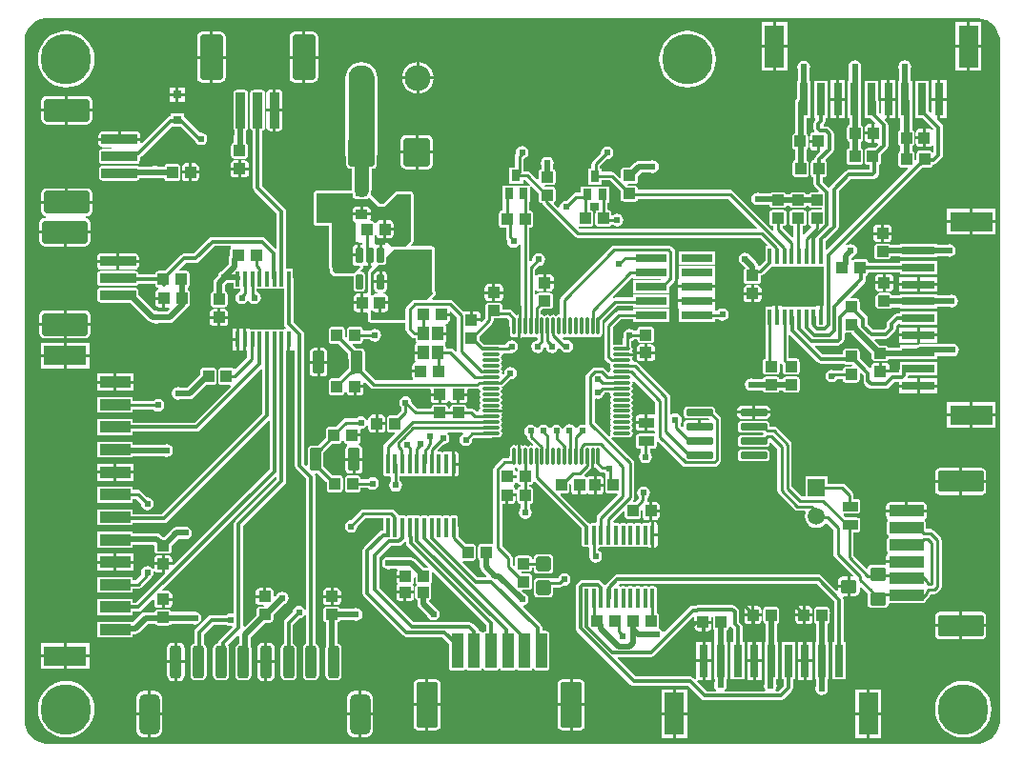
<source format=gtl>
G04*
G04 #@! TF.GenerationSoftware,Altium Limited,Altium Designer,22.3.1 (43)*
G04*
G04 Layer_Physical_Order=1*
G04 Layer_Color=255*
%FSLAX25Y25*%
%MOIN*%
G70*
G04*
G04 #@! TF.SameCoordinates,91043D3C-B3B0-4B29-AF2B-9C81C1E79443*
G04*
G04*
G04 #@! TF.FilePolarity,Positive*
G04*
G01*
G75*
%ADD15C,0.01000*%
%ADD18R,0.10630X0.03937*%
%ADD19R,0.14961X0.07087*%
G04:AMPARAMS|DCode=20|XSize=39.37mil|YSize=122.05mil|CornerRadius=2.95mil|HoleSize=0mil|Usage=FLASHONLY|Rotation=180.000|XOffset=0mil|YOffset=0mil|HoleType=Round|Shape=RoundedRectangle|*
%AMROUNDEDRECTD20*
21,1,0.03937,0.11614,0,0,180.0*
21,1,0.03347,0.12205,0,0,180.0*
1,1,0.00591,-0.01673,0.05807*
1,1,0.00591,0.01673,0.05807*
1,1,0.00591,0.01673,-0.05807*
1,1,0.00591,-0.01673,-0.05807*
%
%ADD20ROUNDEDRECTD20*%
G04:AMPARAMS|DCode=21|XSize=74.8mil|YSize=157.48mil|CornerRadius=5.61mil|HoleSize=0mil|Usage=FLASHONLY|Rotation=180.000|XOffset=0mil|YOffset=0mil|HoleType=Round|Shape=RoundedRectangle|*
%AMROUNDEDRECTD21*
21,1,0.07480,0.14626,0,0,180.0*
21,1,0.06358,0.15748,0,0,180.0*
1,1,0.01122,-0.03179,0.07313*
1,1,0.01122,0.03179,0.07313*
1,1,0.01122,0.03179,-0.07313*
1,1,0.01122,-0.03179,-0.07313*
%
%ADD21ROUNDEDRECTD21*%
G04:AMPARAMS|DCode=22|XSize=43.31mil|YSize=39.37mil|CornerRadius=2.95mil|HoleSize=0mil|Usage=FLASHONLY|Rotation=90.000|XOffset=0mil|YOffset=0mil|HoleType=Round|Shape=RoundedRectangle|*
%AMROUNDEDRECTD22*
21,1,0.04331,0.03347,0,0,90.0*
21,1,0.03740,0.03937,0,0,90.0*
1,1,0.00591,0.01673,0.01870*
1,1,0.00591,0.01673,-0.01870*
1,1,0.00591,-0.01673,-0.01870*
1,1,0.00591,-0.01673,0.01870*
%
%ADD22ROUNDEDRECTD22*%
G04:AMPARAMS|DCode=23|XSize=39.37mil|YSize=122.05mil|CornerRadius=2.95mil|HoleSize=0mil|Usage=FLASHONLY|Rotation=270.000|XOffset=0mil|YOffset=0mil|HoleType=Round|Shape=RoundedRectangle|*
%AMROUNDEDRECTD23*
21,1,0.03937,0.11614,0,0,270.0*
21,1,0.03347,0.12205,0,0,270.0*
1,1,0.00591,-0.05807,-0.01673*
1,1,0.00591,-0.05807,0.01673*
1,1,0.00591,0.05807,0.01673*
1,1,0.00591,0.05807,-0.01673*
%
%ADD23ROUNDEDRECTD23*%
G04:AMPARAMS|DCode=24|XSize=74.8mil|YSize=157.48mil|CornerRadius=5.61mil|HoleSize=0mil|Usage=FLASHONLY|Rotation=270.000|XOffset=0mil|YOffset=0mil|HoleType=Round|Shape=RoundedRectangle|*
%AMROUNDEDRECTD24*
21,1,0.07480,0.14626,0,0,270.0*
21,1,0.06358,0.15748,0,0,270.0*
1,1,0.01122,-0.07313,-0.03179*
1,1,0.01122,-0.07313,0.03179*
1,1,0.01122,0.07313,0.03179*
1,1,0.01122,0.07313,-0.03179*
%
%ADD24ROUNDEDRECTD24*%
G04:AMPARAMS|DCode=25|XSize=70.87mil|YSize=141.73mil|CornerRadius=17.72mil|HoleSize=0mil|Usage=FLASHONLY|Rotation=180.000|XOffset=0mil|YOffset=0mil|HoleType=Round|Shape=RoundedRectangle|*
%AMROUNDEDRECTD25*
21,1,0.07087,0.10630,0,0,180.0*
21,1,0.03543,0.14173,0,0,180.0*
1,1,0.03543,-0.01772,0.05315*
1,1,0.03543,0.01772,0.05315*
1,1,0.03543,0.01772,-0.05315*
1,1,0.03543,-0.01772,-0.05315*
%
%ADD25ROUNDEDRECTD25*%
G04:AMPARAMS|DCode=26|XSize=39.37mil|YSize=114.17mil|CornerRadius=9.84mil|HoleSize=0mil|Usage=FLASHONLY|Rotation=180.000|XOffset=0mil|YOffset=0mil|HoleType=Round|Shape=RoundedRectangle|*
%AMROUNDEDRECTD26*
21,1,0.03937,0.09449,0,0,180.0*
21,1,0.01968,0.11417,0,0,180.0*
1,1,0.01968,-0.00984,0.04724*
1,1,0.01968,0.00984,0.04724*
1,1,0.01968,0.00984,-0.04724*
1,1,0.01968,-0.00984,-0.04724*
%
%ADD26ROUNDEDRECTD26*%
%ADD27R,0.03150X0.11417*%
%ADD28R,0.07087X0.14961*%
G04:AMPARAMS|DCode=29|XSize=43.31mil|YSize=39.37mil|CornerRadius=3.94mil|HoleSize=0mil|Usage=FLASHONLY|Rotation=270.000|XOffset=0mil|YOffset=0mil|HoleType=Round|Shape=RoundedRectangle|*
%AMROUNDEDRECTD29*
21,1,0.04331,0.03150,0,0,270.0*
21,1,0.03543,0.03937,0,0,270.0*
1,1,0.00787,-0.01575,-0.01772*
1,1,0.00787,-0.01575,0.01772*
1,1,0.00787,0.01575,0.01772*
1,1,0.00787,0.01575,-0.01772*
%
%ADD29ROUNDEDRECTD29*%
G04:AMPARAMS|DCode=30|XSize=55.12mil|YSize=35.43mil|CornerRadius=2.66mil|HoleSize=0mil|Usage=FLASHONLY|Rotation=180.000|XOffset=0mil|YOffset=0mil|HoleType=Round|Shape=RoundedRectangle|*
%AMROUNDEDRECTD30*
21,1,0.05512,0.03012,0,0,180.0*
21,1,0.04980,0.03543,0,0,180.0*
1,1,0.00532,-0.02490,0.01506*
1,1,0.00532,0.02490,0.01506*
1,1,0.00532,0.02490,-0.01506*
1,1,0.00532,-0.02490,-0.01506*
%
%ADD30ROUNDEDRECTD30*%
%ADD31R,0.03150X0.03150*%
G04:AMPARAMS|DCode=32|XSize=47.24mil|YSize=55.12mil|CornerRadius=4.72mil|HoleSize=0mil|Usage=FLASHONLY|Rotation=270.000|XOffset=0mil|YOffset=0mil|HoleType=Round|Shape=RoundedRectangle|*
%AMROUNDEDRECTD32*
21,1,0.04724,0.04567,0,0,270.0*
21,1,0.03780,0.05512,0,0,270.0*
1,1,0.00945,-0.02284,-0.01890*
1,1,0.00945,-0.02284,0.01890*
1,1,0.00945,0.02284,0.01890*
1,1,0.00945,0.02284,-0.01890*
%
%ADD32ROUNDEDRECTD32*%
G04:AMPARAMS|DCode=33|XSize=43.31mil|YSize=39.37mil|CornerRadius=3.94mil|HoleSize=0mil|Usage=FLASHONLY|Rotation=0.000|XOffset=0mil|YOffset=0mil|HoleType=Round|Shape=RoundedRectangle|*
%AMROUNDEDRECTD33*
21,1,0.04331,0.03150,0,0,0.0*
21,1,0.03543,0.03937,0,0,0.0*
1,1,0.00787,0.01772,-0.01575*
1,1,0.00787,-0.01772,-0.01575*
1,1,0.00787,-0.01772,0.01575*
1,1,0.00787,0.01772,0.01575*
%
%ADD33ROUNDEDRECTD33*%
G04:AMPARAMS|DCode=34|XSize=43.31mil|YSize=39.37mil|CornerRadius=2.95mil|HoleSize=0mil|Usage=FLASHONLY|Rotation=180.000|XOffset=0mil|YOffset=0mil|HoleType=Round|Shape=RoundedRectangle|*
%AMROUNDEDRECTD34*
21,1,0.04331,0.03347,0,0,180.0*
21,1,0.03740,0.03937,0,0,180.0*
1,1,0.00591,-0.01870,0.01673*
1,1,0.00591,0.01870,0.01673*
1,1,0.00591,0.01870,-0.01673*
1,1,0.00591,-0.01870,-0.01673*
%
%ADD34ROUNDEDRECTD34*%
%ADD35R,0.11417X0.03150*%
%ADD36R,0.03150X0.03937*%
%ADD37O,0.01181X0.06299*%
%ADD38O,0.06299X0.01181*%
G04:AMPARAMS|DCode=39|XSize=68.9mil|YSize=14.96mil|CornerRadius=1.12mil|HoleSize=0mil|Usage=FLASHONLY|Rotation=90.000|XOffset=0mil|YOffset=0mil|HoleType=Round|Shape=RoundedRectangle|*
%AMROUNDEDRECTD39*
21,1,0.06890,0.01272,0,0,90.0*
21,1,0.06665,0.01496,0,0,90.0*
1,1,0.00224,0.00636,0.03333*
1,1,0.00224,0.00636,-0.03333*
1,1,0.00224,-0.00636,-0.03333*
1,1,0.00224,-0.00636,0.03333*
%
%ADD39ROUNDEDRECTD39*%
G04:AMPARAMS|DCode=40|XSize=90.55mil|YSize=98.43mil|CornerRadius=6.79mil|HoleSize=0mil|Usage=FLASHONLY|Rotation=0.000|XOffset=0mil|YOffset=0mil|HoleType=Round|Shape=RoundedRectangle|*
%AMROUNDEDRECTD40*
21,1,0.09055,0.08484,0,0,0.0*
21,1,0.07697,0.09843,0,0,0.0*
1,1,0.01358,0.03848,-0.04242*
1,1,0.01358,-0.03848,-0.04242*
1,1,0.01358,-0.03848,0.04242*
1,1,0.01358,0.03848,0.04242*
%
%ADD40ROUNDEDRECTD40*%
G04:AMPARAMS|DCode=41|XSize=35.43mil|YSize=125.98mil|CornerRadius=3.54mil|HoleSize=0mil|Usage=FLASHONLY|Rotation=270.000|XOffset=0mil|YOffset=0mil|HoleType=Round|Shape=RoundedRectangle|*
%AMROUNDEDRECTD41*
21,1,0.03543,0.11890,0,0,270.0*
21,1,0.02835,0.12598,0,0,270.0*
1,1,0.00709,-0.05945,-0.01417*
1,1,0.00709,-0.05945,0.01417*
1,1,0.00709,0.05945,0.01417*
1,1,0.00709,0.05945,-0.01417*
%
%ADD41ROUNDEDRECTD41*%
G04:AMPARAMS|DCode=42|XSize=78.74mil|YSize=157.48mil|CornerRadius=7.87mil|HoleSize=0mil|Usage=FLASHONLY|Rotation=270.000|XOffset=0mil|YOffset=0mil|HoleType=Round|Shape=RoundedRectangle|*
%AMROUNDEDRECTD42*
21,1,0.07874,0.14173,0,0,270.0*
21,1,0.06299,0.15748,0,0,270.0*
1,1,0.01575,-0.07087,-0.03150*
1,1,0.01575,-0.07087,0.03150*
1,1,0.01575,0.07087,0.03150*
1,1,0.01575,0.07087,-0.03150*
%
%ADD42ROUNDEDRECTD42*%
G04:AMPARAMS|DCode=43|XSize=35.43mil|YSize=125.98mil|CornerRadius=3.54mil|HoleSize=0mil|Usage=FLASHONLY|Rotation=180.000|XOffset=0mil|YOffset=0mil|HoleType=Round|Shape=RoundedRectangle|*
%AMROUNDEDRECTD43*
21,1,0.03543,0.11890,0,0,180.0*
21,1,0.02835,0.12598,0,0,180.0*
1,1,0.00709,-0.01417,0.05945*
1,1,0.00709,0.01417,0.05945*
1,1,0.00709,0.01417,-0.05945*
1,1,0.00709,-0.01417,-0.05945*
%
%ADD43ROUNDEDRECTD43*%
G04:AMPARAMS|DCode=44|XSize=78.74mil|YSize=157.48mil|CornerRadius=7.87mil|HoleSize=0mil|Usage=FLASHONLY|Rotation=180.000|XOffset=0mil|YOffset=0mil|HoleType=Round|Shape=RoundedRectangle|*
%AMROUNDEDRECTD44*
21,1,0.07874,0.14173,0,0,180.0*
21,1,0.06299,0.15748,0,0,180.0*
1,1,0.01575,-0.03150,0.07087*
1,1,0.01575,0.03150,0.07087*
1,1,0.01575,0.03150,-0.07087*
1,1,0.01575,-0.03150,-0.07087*
%
%ADD44ROUNDEDRECTD44*%
%ADD45R,0.11000X0.02900*%
G04:AMPARAMS|DCode=46|XSize=33.47mil|YSize=42.91mil|CornerRadius=2.51mil|HoleSize=0mil|Usage=FLASHONLY|Rotation=270.000|XOffset=0mil|YOffset=0mil|HoleType=Round|Shape=RoundedRectangle|*
%AMROUNDEDRECTD46*
21,1,0.03347,0.03789,0,0,270.0*
21,1,0.02845,0.04291,0,0,270.0*
1,1,0.00502,-0.01895,-0.01422*
1,1,0.00502,-0.01895,0.01422*
1,1,0.00502,0.01895,0.01422*
1,1,0.00502,0.01895,-0.01422*
%
%ADD46ROUNDEDRECTD46*%
G04:AMPARAMS|DCode=47|XSize=23.62mil|YSize=53.15mil|CornerRadius=1.77mil|HoleSize=0mil|Usage=FLASHONLY|Rotation=180.000|XOffset=0mil|YOffset=0mil|HoleType=Round|Shape=RoundedRectangle|*
%AMROUNDEDRECTD47*
21,1,0.02362,0.04961,0,0,180.0*
21,1,0.02008,0.05315,0,0,180.0*
1,1,0.00354,-0.01004,0.02480*
1,1,0.00354,0.01004,0.02480*
1,1,0.00354,0.01004,-0.02480*
1,1,0.00354,-0.01004,-0.02480*
%
%ADD47ROUNDEDRECTD47*%
G04:AMPARAMS|DCode=48|XSize=49.21mil|YSize=39.37mil|CornerRadius=2.95mil|HoleSize=0mil|Usage=FLASHONLY|Rotation=90.000|XOffset=0mil|YOffset=0mil|HoleType=Round|Shape=RoundedRectangle|*
%AMROUNDEDRECTD48*
21,1,0.04921,0.03347,0,0,90.0*
21,1,0.04331,0.03937,0,0,90.0*
1,1,0.00591,0.01673,0.02165*
1,1,0.00591,0.01673,-0.02165*
1,1,0.00591,-0.01673,-0.02165*
1,1,0.00591,-0.01673,0.02165*
%
%ADD48ROUNDEDRECTD48*%
G04:AMPARAMS|DCode=49|XSize=39.37mil|YSize=78.74mil|CornerRadius=2.95mil|HoleSize=0mil|Usage=FLASHONLY|Rotation=180.000|XOffset=0mil|YOffset=0mil|HoleType=Round|Shape=RoundedRectangle|*
%AMROUNDEDRECTD49*
21,1,0.03937,0.07284,0,0,180.0*
21,1,0.03347,0.07874,0,0,180.0*
1,1,0.00591,-0.01673,0.03642*
1,1,0.00591,0.01673,0.03642*
1,1,0.00591,0.01673,-0.03642*
1,1,0.00591,-0.01673,-0.03642*
%
%ADD49ROUNDEDRECTD49*%
%ADD50R,0.01378X0.05512*%
G04:AMPARAMS|DCode=51|XSize=51.18mil|YSize=51.18mil|CornerRadius=5.12mil|HoleSize=0mil|Usage=FLASHONLY|Rotation=90.000|XOffset=0mil|YOffset=0mil|HoleType=Round|Shape=RoundedRectangle|*
%AMROUNDEDRECTD51*
21,1,0.05118,0.04095,0,0,90.0*
21,1,0.04095,0.05118,0,0,90.0*
1,1,0.01024,0.02047,0.02047*
1,1,0.01024,0.02047,-0.02047*
1,1,0.01024,-0.02047,-0.02047*
1,1,0.01024,-0.02047,0.02047*
%
%ADD51ROUNDEDRECTD51*%
G04:AMPARAMS|DCode=52|XSize=24.61mil|YSize=93.5mil|CornerRadius=2.46mil|HoleSize=0mil|Usage=FLASHONLY|Rotation=90.000|XOffset=0mil|YOffset=0mil|HoleType=Round|Shape=RoundedRectangle|*
%AMROUNDEDRECTD52*
21,1,0.02461,0.08858,0,0,90.0*
21,1,0.01968,0.09350,0,0,90.0*
1,1,0.00492,0.04429,0.00984*
1,1,0.00492,0.04429,-0.00984*
1,1,0.00492,-0.04429,-0.00984*
1,1,0.00492,-0.04429,0.00984*
%
%ADD52ROUNDEDRECTD52*%
%ADD88C,0.01200*%
%ADD89C,0.02000*%
%ADD90C,0.01100*%
%ADD91C,0.09000*%
%ADD92C,0.05000*%
%ADD93C,0.17717*%
%ADD94R,0.05906X0.05906*%
%ADD95C,0.05906*%
%ADD96C,0.09055*%
%ADD97C,0.02400*%
G36*
X336407Y1860D02*
X337928Y1286D01*
X339307Y426D01*
X340492Y-686D01*
X341437Y-2008D01*
X342107Y-3489D01*
X342475Y-5072D01*
X342501Y-5884D01*
X342501Y-6384D01*
X342501Y-243392D01*
X342502Y-243424D01*
X342503Y-243445D01*
X342501Y-243905D01*
X342501Y-243908D01*
X342501Y-243908D01*
X342501Y-243908D01*
X342501Y-244400D01*
X342501Y-244429D01*
X342495Y-244488D01*
X342481Y-244545D01*
X342461Y-244600D01*
X342448Y-244626D01*
X342361Y-245356D01*
X341932Y-246761D01*
X341262Y-248069D01*
X340372Y-249237D01*
X339289Y-250230D01*
X338048Y-251017D01*
X336687Y-251572D01*
X335250Y-251878D01*
X334990Y-251886D01*
X334497Y-251902D01*
X334497Y-251902D01*
X10007Y-251902D01*
X9195Y-251927D01*
X7592Y-251660D01*
X6072Y-251085D01*
X4693Y-250226D01*
X3508Y-249114D01*
X2563Y-247792D01*
X1893Y-246311D01*
X1525Y-244728D01*
X1499Y-243916D01*
X1499Y-243916D01*
X1498Y-243416D01*
X1498Y-6408D01*
X1473Y-5596D01*
X1740Y-3993D01*
X2314Y-2472D01*
X3174Y-1093D01*
X4286Y92D01*
X5608Y1037D01*
X7089Y1707D01*
X8672Y2075D01*
X9486Y2101D01*
X9490Y2101D01*
X9494Y2101D01*
X9498Y2101D01*
X9500Y2101D01*
X9500Y2101D01*
X333992Y2101D01*
X334804Y2127D01*
X336407Y1860D01*
D02*
G37*
%LPC*%
G36*
X335996Y584D02*
X331953D01*
Y-7396D01*
X335996D01*
Y584D01*
D02*
G37*
G36*
X330953D02*
X326909D01*
Y-7396D01*
X330953D01*
Y584D01*
D02*
G37*
G36*
X268280D02*
X264236D01*
Y-7396D01*
X268280D01*
Y584D01*
D02*
G37*
G36*
X263236D02*
X259193D01*
Y-7396D01*
X263236D01*
Y584D01*
D02*
G37*
G36*
X70008Y-2763D02*
X67358D01*
Y-11172D01*
X71830D01*
Y-4585D01*
X71692Y-3888D01*
X71297Y-3296D01*
X70705Y-2901D01*
X70008Y-2763D01*
D02*
G37*
G36*
X102291D02*
X99642D01*
Y-11172D01*
X104114D01*
Y-4585D01*
X103975Y-3888D01*
X103580Y-3296D01*
X102989Y-2901D01*
X102291Y-2763D01*
D02*
G37*
G36*
X98642D02*
X95992D01*
X95295Y-2901D01*
X94704Y-3296D01*
X94308Y-3888D01*
X94170Y-4585D01*
Y-11172D01*
X98642D01*
Y-2763D01*
D02*
G37*
G36*
X66358D02*
X63709D01*
X63011Y-2901D01*
X62420Y-3296D01*
X62025Y-3888D01*
X61886Y-4585D01*
Y-11172D01*
X66358D01*
Y-2763D01*
D02*
G37*
G36*
X335996Y-8396D02*
X331953D01*
Y-16376D01*
X335996D01*
Y-8396D01*
D02*
G37*
G36*
X330953D02*
X326909D01*
Y-16376D01*
X330953D01*
Y-8396D01*
D02*
G37*
G36*
X268280D02*
X264236D01*
Y-16376D01*
X268280D01*
Y-8396D01*
D02*
G37*
G36*
X263236D02*
X259193D01*
Y-16376D01*
X263236D01*
Y-8396D01*
D02*
G37*
G36*
X139500Y-13391D02*
Y-18400D01*
X144509D01*
X144385Y-17457D01*
X143828Y-16112D01*
X142942Y-14958D01*
X141788Y-14072D01*
X140443Y-13515D01*
X139500Y-13391D01*
D02*
G37*
G36*
X138500D02*
X137557Y-13515D01*
X136212Y-14072D01*
X135058Y-14958D01*
X134172Y-16112D01*
X133615Y-17457D01*
X133491Y-18400D01*
X138500D01*
Y-13391D01*
D02*
G37*
G36*
X104114Y-12172D02*
X99642D01*
Y-20581D01*
X102291D01*
X102989Y-20442D01*
X103580Y-20047D01*
X103975Y-19456D01*
X104114Y-18758D01*
Y-12172D01*
D02*
G37*
G36*
X98642D02*
X94170D01*
Y-18758D01*
X94308Y-19456D01*
X94704Y-20047D01*
X95295Y-20442D01*
X95992Y-20581D01*
X98642D01*
Y-12172D01*
D02*
G37*
G36*
X71830D02*
X67358D01*
Y-20581D01*
X70008D01*
X70705Y-20442D01*
X71297Y-20047D01*
X71692Y-19456D01*
X71830Y-18758D01*
Y-12172D01*
D02*
G37*
G36*
X66358D02*
X61886D01*
Y-18758D01*
X62025Y-19456D01*
X62420Y-20047D01*
X63011Y-20442D01*
X63709Y-20581D01*
X66358D01*
Y-12172D01*
D02*
G37*
G36*
X233300Y-2394D02*
X231367Y-2584D01*
X229509Y-3148D01*
X227797Y-4064D01*
X226295Y-5295D01*
X225063Y-6797D01*
X224148Y-8509D01*
X223584Y-10367D01*
X223394Y-12300D01*
X223584Y-14233D01*
X224148Y-16091D01*
X225063Y-17804D01*
X226295Y-19305D01*
X227797Y-20537D01*
X229509Y-21452D01*
X231367Y-22016D01*
X233300Y-22206D01*
X235232Y-22016D01*
X237091Y-21452D01*
X238804Y-20537D01*
X240305Y-19305D01*
X241536Y-17804D01*
X242452Y-16091D01*
X243016Y-14233D01*
X243206Y-12300D01*
X243016Y-10367D01*
X242452Y-8509D01*
X241536Y-6797D01*
X240305Y-5295D01*
X238804Y-4064D01*
X237091Y-3148D01*
X235232Y-2584D01*
X233300Y-2394D01*
D02*
G37*
G36*
X16100D02*
X14167Y-2584D01*
X12309Y-3148D01*
X10597Y-4064D01*
X9095Y-5295D01*
X7863Y-6797D01*
X6948Y-8509D01*
X6384Y-10367D01*
X6194Y-12300D01*
X6384Y-14233D01*
X6948Y-16091D01*
X7863Y-17804D01*
X9095Y-19305D01*
X10597Y-20537D01*
X12309Y-21452D01*
X14167Y-22016D01*
X16100Y-22206D01*
X18033Y-22016D01*
X19891Y-21452D01*
X21603Y-20537D01*
X23105Y-19305D01*
X24337Y-17804D01*
X25252Y-16091D01*
X25816Y-14233D01*
X26006Y-12300D01*
X25816Y-10367D01*
X25252Y-8509D01*
X24337Y-6797D01*
X23105Y-5295D01*
X21603Y-4064D01*
X19891Y-3148D01*
X18033Y-2584D01*
X16100Y-2394D01*
D02*
G37*
G36*
X57475Y-22196D02*
X55400D01*
Y-24271D01*
X57475D01*
Y-22196D01*
D02*
G37*
G36*
X54400D02*
X52325D01*
Y-24271D01*
X54400D01*
Y-22196D01*
D02*
G37*
G36*
X144509Y-19400D02*
X139500D01*
Y-24409D01*
X140443Y-24285D01*
X141788Y-23728D01*
X142942Y-22842D01*
X143828Y-21688D01*
X144385Y-20343D01*
X144509Y-19400D01*
D02*
G37*
G36*
X138500D02*
X133491D01*
X133615Y-20343D01*
X134172Y-21688D01*
X135058Y-22842D01*
X136212Y-23728D01*
X137557Y-24285D01*
X138500Y-24409D01*
Y-19400D01*
D02*
G37*
G36*
X323791Y-19691D02*
X321716D01*
Y-25900D01*
X323791D01*
Y-19691D01*
D02*
G37*
G36*
X320717D02*
X318642D01*
Y-25900D01*
X320717D01*
Y-19691D01*
D02*
G37*
G36*
X306075D02*
X304000D01*
Y-25900D01*
X306075D01*
Y-19691D01*
D02*
G37*
G36*
X303000D02*
X300925D01*
Y-25900D01*
X303000D01*
Y-19691D01*
D02*
G37*
G36*
X288358D02*
X286283D01*
Y-25900D01*
X288358D01*
Y-19691D01*
D02*
G37*
G36*
X285283D02*
X283209D01*
Y-25900D01*
X285283D01*
Y-19691D01*
D02*
G37*
G36*
X57475Y-25271D02*
X55400D01*
Y-27346D01*
X57475D01*
Y-25271D01*
D02*
G37*
G36*
X54400D02*
X52325D01*
Y-27346D01*
X54400D01*
Y-25271D01*
D02*
G37*
G36*
X23316Y-25186D02*
X16730D01*
Y-29658D01*
X25139D01*
Y-27009D01*
X25000Y-26311D01*
X24605Y-25720D01*
X24014Y-25325D01*
X23316Y-25186D01*
D02*
G37*
G36*
X15730D02*
X9143D01*
X8446Y-25325D01*
X7855Y-25720D01*
X7460Y-26311D01*
X7321Y-27009D01*
Y-29658D01*
X15730D01*
Y-25186D01*
D02*
G37*
G36*
X90323Y-22850D02*
X89406D01*
Y-29676D01*
X91704D01*
Y-24231D01*
X91599Y-23702D01*
X91299Y-23254D01*
X90851Y-22955D01*
X90323Y-22850D01*
D02*
G37*
G36*
X88406D02*
X87488D01*
X86960Y-22955D01*
X86512Y-23254D01*
X86212Y-23702D01*
X86107Y-24231D01*
Y-29676D01*
X88406D01*
Y-22850D01*
D02*
G37*
G36*
X323791Y-26900D02*
X321716D01*
Y-33109D01*
X323791D01*
Y-26900D01*
D02*
G37*
G36*
X306075D02*
X304000D01*
Y-33109D01*
X306075D01*
Y-26900D01*
D02*
G37*
G36*
X288358D02*
X286283D01*
Y-33109D01*
X288358D01*
Y-26900D01*
D02*
G37*
G36*
X285283D02*
X283209D01*
Y-33109D01*
X285283D01*
Y-26900D01*
D02*
G37*
G36*
X25139Y-30658D02*
X16730D01*
Y-35130D01*
X23316D01*
X24014Y-34992D01*
X24605Y-34596D01*
X25000Y-34005D01*
X25139Y-33308D01*
Y-30658D01*
D02*
G37*
G36*
X15730D02*
X7321D01*
Y-33308D01*
X7460Y-34005D01*
X7855Y-34596D01*
X8446Y-34992D01*
X9143Y-35130D01*
X15730D01*
Y-30658D01*
D02*
G37*
G36*
X91704Y-30676D02*
X89406D01*
Y-37501D01*
X90323D01*
X90851Y-37396D01*
X91299Y-37097D01*
X91599Y-36649D01*
X91704Y-36121D01*
Y-30676D01*
D02*
G37*
G36*
X88406D02*
X86107D01*
Y-36121D01*
X86212Y-36649D01*
X86512Y-37097D01*
X86960Y-37396D01*
X87488Y-37501D01*
X88406D01*
Y-30676D01*
D02*
G37*
G36*
X297636Y-35075D02*
X296561D01*
X296018Y-35183D01*
X295557Y-35491D01*
X295249Y-35952D01*
X295140Y-36496D01*
Y-37768D01*
X297636D01*
Y-35075D01*
D02*
G37*
G36*
X315600Y-36607D02*
X314525D01*
X313981Y-36715D01*
X313520Y-37024D01*
X313212Y-37485D01*
X313104Y-38028D01*
Y-39300D01*
X315600D01*
Y-36607D01*
D02*
G37*
G36*
X40679Y-37596D02*
X35234D01*
Y-39895D01*
X42060D01*
Y-38977D01*
X41954Y-38449D01*
X41655Y-38001D01*
X41207Y-37701D01*
X40679Y-37596D01*
D02*
G37*
G36*
X34234D02*
X28789D01*
X28261Y-37701D01*
X27813Y-38001D01*
X27513Y-38449D01*
X27408Y-38977D01*
Y-39895D01*
X34234D01*
Y-37596D01*
D02*
G37*
G36*
X297636Y-38768D02*
X295140D01*
Y-40039D01*
X295249Y-40583D01*
X295557Y-41044D01*
X296018Y-41352D01*
X296561Y-41460D01*
X297636D01*
Y-38768D01*
D02*
G37*
G36*
X57275Y-31254D02*
X52525D01*
Y-32289D01*
X52005Y-32393D01*
X51476Y-32746D01*
X42560Y-41663D01*
X42060Y-41456D01*
Y-40894D01*
X34734D01*
X27408D01*
Y-41812D01*
X27513Y-42340D01*
X27813Y-42788D01*
X28261Y-43088D01*
X28789Y-43193D01*
X31896D01*
X32135Y-43693D01*
X32124Y-43706D01*
X28789D01*
X28339Y-43795D01*
X27957Y-44050D01*
X27702Y-44432D01*
X27612Y-44883D01*
Y-47717D01*
X27702Y-48168D01*
X27957Y-48550D01*
X28339Y-48805D01*
X28789Y-48894D01*
X40679D01*
X41129Y-48805D01*
X41511Y-48550D01*
X41766Y-48168D01*
X41856Y-47717D01*
Y-46669D01*
X42026Y-46635D01*
X42555Y-46282D01*
X52833Y-36004D01*
X56155D01*
X61107Y-40956D01*
X61128Y-41058D01*
X61614Y-41786D01*
X62342Y-42272D01*
X63200Y-42443D01*
X64058Y-42272D01*
X64786Y-41786D01*
X65272Y-41058D01*
X65443Y-40200D01*
X65272Y-39342D01*
X64786Y-38614D01*
X64058Y-38128D01*
X63200Y-37957D01*
X62801Y-38036D01*
X57512Y-32746D01*
X57275Y-32588D01*
Y-31254D01*
D02*
G37*
G36*
X315600Y-40300D02*
X313104D01*
Y-41572D01*
X313212Y-42115D01*
X313520Y-42576D01*
X313981Y-42884D01*
X314525Y-42993D01*
X315600D01*
Y-40300D01*
D02*
G37*
G36*
X278500Y-41600D02*
X276004D01*
Y-42872D01*
X276112Y-43415D01*
X276420Y-43876D01*
X276881Y-44184D01*
X277425Y-44293D01*
X278500D01*
Y-41600D01*
D02*
G37*
G36*
X142494Y-38946D02*
X139146D01*
Y-44400D01*
X144206D01*
Y-40658D01*
X144076Y-40003D01*
X143705Y-39447D01*
X143149Y-39076D01*
X142494Y-38946D01*
D02*
G37*
G36*
X138146D02*
X134797D01*
X134142Y-39076D01*
X133587Y-39447D01*
X133215Y-40003D01*
X133085Y-40658D01*
Y-44400D01*
X138146D01*
Y-38946D01*
D02*
G37*
G36*
X78512Y-23054D02*
X75677D01*
X75227Y-23143D01*
X74845Y-23399D01*
X74590Y-23780D01*
X74500Y-24231D01*
Y-36121D01*
X74590Y-36571D01*
X74845Y-36953D01*
X74908Y-36995D01*
Y-38572D01*
X74728Y-38842D01*
X74557Y-39700D01*
X74728Y-40558D01*
X74761Y-40608D01*
Y-41641D01*
X74463Y-41701D01*
X74068Y-41965D01*
X73804Y-42359D01*
X73711Y-42825D01*
Y-45975D01*
X73804Y-46441D01*
X74068Y-46835D01*
X74463Y-47099D01*
X74928Y-47192D01*
X78472D01*
X78937Y-47099D01*
X79332Y-46835D01*
X79596Y-46441D01*
X79689Y-45975D01*
Y-42825D01*
X79596Y-42359D01*
X79332Y-41965D01*
X78937Y-41701D01*
X78839Y-41681D01*
Y-40608D01*
X78872Y-40558D01*
X79043Y-39700D01*
X78986Y-39415D01*
Y-37192D01*
X79344Y-36953D01*
X79599Y-36571D01*
X79689Y-36121D01*
Y-24231D01*
X79599Y-23780D01*
X79344Y-23399D01*
X78962Y-23143D01*
X78512Y-23054D01*
D02*
G37*
G36*
X291800Y-12657D02*
X290942Y-12828D01*
X290214Y-13314D01*
X289728Y-14042D01*
X289557Y-14900D01*
X289728Y-15758D01*
X289761Y-15808D01*
Y-19891D01*
X289314D01*
Y-32909D01*
X289798D01*
Y-35371D01*
X289796Y-35372D01*
X289402Y-35636D01*
X289138Y-36030D01*
X289045Y-36496D01*
Y-40039D01*
X289138Y-40505D01*
X289402Y-40900D01*
X289796Y-41164D01*
X289798Y-41164D01*
Y-43479D01*
X289700Y-43498D01*
X289338Y-43740D01*
X289096Y-44103D01*
X289011Y-44530D01*
Y-48270D01*
X289096Y-48697D01*
X289338Y-49060D01*
X289700Y-49302D01*
X290128Y-49387D01*
X293474D01*
X293901Y-49302D01*
X294264Y-49060D01*
X294506Y-48697D01*
X294591Y-48270D01*
Y-44530D01*
X294506Y-44103D01*
X294264Y-43740D01*
X293901Y-43498D01*
X293876Y-43493D01*
Y-41164D01*
X293878Y-41164D01*
X294272Y-40900D01*
X294536Y-40505D01*
X294629Y-40039D01*
Y-36496D01*
X294536Y-36030D01*
X294272Y-35636D01*
X293878Y-35372D01*
X293876Y-35371D01*
Y-32909D01*
X294064D01*
Y-19891D01*
X293839D01*
Y-15808D01*
X293872Y-15758D01*
X294043Y-14900D01*
X293872Y-14042D01*
X293386Y-13314D01*
X292658Y-12828D01*
X291800Y-12657D01*
D02*
G37*
G36*
X54725Y-48911D02*
X51576D01*
X51110Y-49004D01*
X50715Y-49268D01*
X50451Y-49663D01*
X50424Y-49798D01*
X48058D01*
X48009Y-49765D01*
X47150Y-49594D01*
X46292Y-49765D01*
X46242Y-49798D01*
X41275D01*
X41129Y-49701D01*
X40679Y-49611D01*
X28789D01*
X28339Y-49701D01*
X27957Y-49956D01*
X27702Y-50338D01*
X27612Y-50788D01*
Y-53623D01*
X27702Y-54073D01*
X27957Y-54455D01*
X28339Y-54710D01*
X28789Y-54800D01*
X40679D01*
X41129Y-54710D01*
X41511Y-54455D01*
X41766Y-54073D01*
X41805Y-53877D01*
X46242D01*
X46292Y-53910D01*
X47150Y-54080D01*
X48009Y-53910D01*
X48058Y-53877D01*
X50399D01*
X50451Y-54137D01*
X50715Y-54532D01*
X51110Y-54796D01*
X51576Y-54889D01*
X54725D01*
X55191Y-54796D01*
X55586Y-54532D01*
X55850Y-54137D01*
X55942Y-53672D01*
Y-50128D01*
X55850Y-49663D01*
X55586Y-49268D01*
X55191Y-49004D01*
X54725Y-48911D01*
D02*
G37*
G36*
X78472Y-47703D02*
X77200D01*
Y-50199D01*
X79893D01*
Y-49124D01*
X79785Y-48581D01*
X79476Y-48120D01*
X79015Y-47812D01*
X78472Y-47703D01*
D02*
G37*
G36*
X76200D02*
X74928D01*
X74385Y-47812D01*
X73924Y-48120D01*
X73615Y-48581D01*
X73507Y-49124D01*
Y-50199D01*
X76200D01*
Y-47703D01*
D02*
G37*
G36*
X144206Y-45400D02*
X139146D01*
Y-50854D01*
X142494D01*
X143149Y-50724D01*
X143705Y-50353D01*
X144076Y-49797D01*
X144206Y-49142D01*
Y-45400D01*
D02*
G37*
G36*
X138146D02*
X133085D01*
Y-49142D01*
X133215Y-49797D01*
X133587Y-50353D01*
X134142Y-50724D01*
X134797Y-50854D01*
X138146D01*
Y-45400D01*
D02*
G37*
G36*
X61024Y-48707D02*
X59950D01*
Y-51400D01*
X62445D01*
Y-50128D01*
X62337Y-49585D01*
X62029Y-49124D01*
X61568Y-48816D01*
X61024Y-48707D01*
D02*
G37*
G36*
X58950D02*
X57875D01*
X57331Y-48816D01*
X56870Y-49124D01*
X56562Y-49585D01*
X56454Y-50128D01*
Y-51400D01*
X58950D01*
Y-48707D01*
D02*
G37*
G36*
X274000Y-12857D02*
X273142Y-13028D01*
X272414Y-13514D01*
X271928Y-14242D01*
X271757Y-15100D01*
X271928Y-15958D01*
X271961Y-16008D01*
Y-19891D01*
X271598D01*
Y-25891D01*
X271456Y-26033D01*
X271014Y-26695D01*
X270859Y-27475D01*
Y-38164D01*
X270660Y-38204D01*
X270265Y-38468D01*
X270002Y-38863D01*
X269909Y-39328D01*
Y-40963D01*
X269862Y-41197D01*
X269909Y-41431D01*
Y-42872D01*
X270002Y-43337D01*
X270265Y-43732D01*
X270660Y-43996D01*
X270961Y-44056D01*
Y-47666D01*
X270800Y-47698D01*
X270438Y-47940D01*
X270196Y-48303D01*
X270111Y-48730D01*
Y-52470D01*
X270196Y-52897D01*
X270438Y-53260D01*
X270800Y-53502D01*
X271228Y-53587D01*
X274574D01*
X275001Y-53502D01*
X275364Y-53260D01*
X275606Y-52897D01*
X275691Y-52470D01*
Y-48730D01*
X275606Y-48303D01*
X275364Y-47940D01*
X275039Y-47723D01*
Y-43797D01*
X275136Y-43732D01*
X275400Y-43337D01*
X275493Y-42872D01*
Y-39328D01*
X275400Y-38863D01*
X275136Y-38468D01*
X274937Y-38335D01*
Y-32909D01*
X276347D01*
Y-19891D01*
X276039D01*
Y-16008D01*
X276072Y-15958D01*
X276243Y-15100D01*
X276072Y-14242D01*
X275586Y-13514D01*
X274858Y-13028D01*
X274000Y-12857D01*
D02*
G37*
G36*
X79893Y-51199D02*
X77200D01*
Y-53695D01*
X78472D01*
X79015Y-53587D01*
X79476Y-53279D01*
X79785Y-52818D01*
X79893Y-52274D01*
Y-51199D01*
D02*
G37*
G36*
X76200D02*
X73507D01*
Y-52274D01*
X73615Y-52818D01*
X73924Y-53279D01*
X74385Y-53587D01*
X74928Y-53695D01*
X76200D01*
Y-51199D01*
D02*
G37*
G36*
X62445Y-52400D02*
X59950D01*
Y-55093D01*
X61024D01*
X61568Y-54984D01*
X62029Y-54676D01*
X62337Y-54215D01*
X62445Y-53672D01*
Y-52400D01*
D02*
G37*
G36*
X58950D02*
X56454D01*
Y-53672D01*
X56562Y-54215D01*
X56870Y-54676D01*
X57331Y-54984D01*
X57875Y-55093D01*
X58950D01*
Y-52400D01*
D02*
G37*
G36*
X23316Y-57470D02*
X16730D01*
Y-61942D01*
X25139D01*
Y-59292D01*
X25000Y-58595D01*
X24605Y-58003D01*
X24014Y-57608D01*
X23316Y-57470D01*
D02*
G37*
G36*
X15730D02*
X9143D01*
X8446Y-57608D01*
X7855Y-58003D01*
X7460Y-58595D01*
X7321Y-59292D01*
Y-61942D01*
X15730D01*
Y-57470D01*
D02*
G37*
G36*
X340984Y-64593D02*
X333004D01*
Y-68636D01*
X340984D01*
Y-64593D01*
D02*
G37*
G36*
X332004D02*
X324024D01*
Y-68636D01*
X332004D01*
Y-64593D01*
D02*
G37*
G36*
X25139Y-62942D02*
X16230D01*
X7321D01*
Y-65591D01*
X7460Y-66289D01*
X7855Y-66880D01*
X8446Y-67275D01*
X9005Y-67386D01*
X8956Y-67886D01*
X8543D01*
X7846Y-68025D01*
X7255Y-68420D01*
X6860Y-69011D01*
X6721Y-69709D01*
Y-72358D01*
X15630D01*
X24539D01*
Y-69709D01*
X24400Y-69011D01*
X24005Y-68420D01*
X23414Y-68025D01*
X22855Y-67914D01*
X22904Y-67414D01*
X23316D01*
X24014Y-67275D01*
X24605Y-66880D01*
X25000Y-66289D01*
X25139Y-65591D01*
Y-62942D01*
D02*
G37*
G36*
X303272Y-70305D02*
X302000D01*
Y-72801D01*
X304693D01*
Y-71726D01*
X304585Y-71182D01*
X304276Y-70721D01*
X303815Y-70413D01*
X303272Y-70305D01*
D02*
G37*
G36*
X301000D02*
X299728D01*
X299185Y-70413D01*
X298724Y-70721D01*
X298415Y-71182D01*
X298307Y-71726D01*
Y-72801D01*
X301000D01*
Y-70305D01*
D02*
G37*
G36*
X340984Y-69636D02*
X333004D01*
Y-73680D01*
X340984D01*
Y-69636D01*
D02*
G37*
G36*
X332004D02*
X324024D01*
Y-73680D01*
X332004D01*
Y-69636D01*
D02*
G37*
G36*
X304693Y-73801D02*
X302000D01*
Y-76297D01*
X303272D01*
X303815Y-76188D01*
X304276Y-75880D01*
X304585Y-75419D01*
X304693Y-74876D01*
Y-73801D01*
D02*
G37*
G36*
X301000D02*
X298307D01*
Y-74876D01*
X298415Y-75419D01*
X298724Y-75880D01*
X299185Y-76188D01*
X299728Y-76297D01*
X301000D01*
Y-73801D01*
D02*
G37*
G36*
X24539Y-73358D02*
X16130D01*
Y-77830D01*
X22716D01*
X23414Y-77692D01*
X24005Y-77297D01*
X24400Y-76705D01*
X24539Y-76008D01*
Y-73358D01*
D02*
G37*
G36*
X15130D02*
X6721D01*
Y-76008D01*
X6860Y-76705D01*
X7255Y-77297D01*
X7846Y-77692D01*
X8543Y-77830D01*
X15130D01*
Y-73358D01*
D02*
G37*
G36*
X84417Y-23054D02*
X81583D01*
X81132Y-23143D01*
X80751Y-23399D01*
X80495Y-23780D01*
X80406Y-24231D01*
Y-36121D01*
X80495Y-36571D01*
X80751Y-36953D01*
X81132Y-37208D01*
X81369Y-37255D01*
Y-57297D01*
X81493Y-57921D01*
X81846Y-58450D01*
X89723Y-66327D01*
Y-78316D01*
X89261Y-78508D01*
X85719Y-74965D01*
X85190Y-74612D01*
X84565Y-74488D01*
X67128D01*
X66503Y-74612D01*
X65974Y-74965D01*
X60594Y-80345D01*
X57326D01*
X56702Y-80470D01*
X56173Y-80823D01*
X50583Y-86413D01*
X48427D01*
X47999Y-86498D01*
X47637Y-86740D01*
X47395Y-87103D01*
X47310Y-87530D01*
Y-87669D01*
X41256D01*
Y-87583D01*
X41166Y-87132D01*
X40911Y-86751D01*
X40529Y-86495D01*
X40079Y-86406D01*
X28189D01*
X27739Y-86495D01*
X27357Y-86751D01*
X27102Y-87132D01*
X27012Y-87583D01*
Y-90417D01*
X27102Y-90868D01*
X27357Y-91250D01*
X27739Y-91505D01*
X28189Y-91594D01*
X40079D01*
X40529Y-91505D01*
X40911Y-91250D01*
X41124Y-90931D01*
X47310D01*
Y-91270D01*
X47395Y-91697D01*
X47637Y-92060D01*
X47999Y-92302D01*
X48427Y-92387D01*
X48414Y-92882D01*
X48093Y-92945D01*
X47632Y-93253D01*
X47324Y-93714D01*
X47216Y-94258D01*
Y-95530D01*
X50212D01*
Y-96030D01*
X50712D01*
Y-99223D01*
X51787D01*
X52000Y-99180D01*
X52246Y-99641D01*
X51342Y-100545D01*
X48520D01*
X48471Y-100512D01*
X47612Y-100341D01*
X47086Y-100446D01*
X41256Y-94616D01*
Y-93488D01*
X41166Y-93038D01*
X40911Y-92656D01*
X40529Y-92401D01*
X40079Y-92311D01*
X28189D01*
X27739Y-92401D01*
X27357Y-92656D01*
X27102Y-93038D01*
X27012Y-93488D01*
Y-96323D01*
X27102Y-96773D01*
X27357Y-97155D01*
X27739Y-97410D01*
X28189Y-97500D01*
X38372D01*
X44822Y-103950D01*
X45484Y-104392D01*
X46264Y-104547D01*
X46590D01*
X46754Y-104657D01*
X47612Y-104828D01*
X48471Y-104657D01*
X48520Y-104624D01*
X52186D01*
X52967Y-104469D01*
X53628Y-104026D01*
X58313Y-99342D01*
X58622Y-98879D01*
X58947Y-98662D01*
X59210Y-98267D01*
X59303Y-97802D01*
Y-94258D01*
X59210Y-93792D01*
X58947Y-93398D01*
X58552Y-93134D01*
X58544Y-93132D01*
Y-92273D01*
X58862Y-92060D01*
X59104Y-91697D01*
X59189Y-91270D01*
Y-87530D01*
X59104Y-87103D01*
X58862Y-86740D01*
X58500Y-86498D01*
X58072Y-86413D01*
X55850D01*
X55659Y-85951D01*
X58002Y-83608D01*
X61270D01*
X61894Y-83484D01*
X62423Y-83130D01*
X67803Y-77750D01*
X73571D01*
X73720Y-78186D01*
X73731Y-78250D01*
X73496Y-78603D01*
X73411Y-79030D01*
Y-80857D01*
X73072Y-81365D01*
X72917Y-82145D01*
Y-84100D01*
X70400Y-86616D01*
X70342Y-86628D01*
X69614Y-87114D01*
X69128Y-87842D01*
X69022Y-88373D01*
X68058Y-89337D01*
X67616Y-89999D01*
X67461Y-90779D01*
Y-93661D01*
X67263Y-93701D01*
X66868Y-93965D01*
X66604Y-94359D01*
X66511Y-94825D01*
Y-97975D01*
X66604Y-98441D01*
X66868Y-98835D01*
X67263Y-99099D01*
X67728Y-99192D01*
X71272D01*
X71737Y-99099D01*
X72132Y-98835D01*
X72396Y-98441D01*
X72489Y-97975D01*
Y-94825D01*
X72396Y-94359D01*
X72132Y-93965D01*
X71737Y-93701D01*
X71539Y-93661D01*
Y-91624D01*
X72423Y-90739D01*
X74511D01*
Y-92696D01*
X77030D01*
Y-93651D01*
X76642Y-93728D01*
X75914Y-94214D01*
X75428Y-94942D01*
X75257Y-95800D01*
X75428Y-96658D01*
X75914Y-97386D01*
X76642Y-97872D01*
X77500Y-98043D01*
X78358Y-97872D01*
X79086Y-97386D01*
X79406Y-96907D01*
X79994D01*
X80314Y-97386D01*
X81042Y-97872D01*
X81900Y-98043D01*
X82758Y-97872D01*
X83486Y-97386D01*
X83972Y-96658D01*
X84143Y-95800D01*
X83972Y-94942D01*
X83486Y-94214D01*
X82758Y-93728D01*
X82648Y-93706D01*
Y-92696D01*
X92282D01*
Y-104975D01*
X92406Y-105599D01*
X92760Y-106129D01*
X92813Y-106182D01*
X92622Y-106644D01*
X92224D01*
Y-106844D01*
X80248D01*
Y-106644D01*
X79059D01*
Y-110400D01*
Y-114156D01*
X79400D01*
Y-116537D01*
X75217Y-120720D01*
X74574Y-120656D01*
X74563Y-120640D01*
X74201Y-120398D01*
X73773Y-120313D01*
X70427D01*
X69999Y-120398D01*
X69637Y-120640D01*
X69395Y-121003D01*
X69310Y-121430D01*
Y-125170D01*
X69395Y-125597D01*
X69637Y-125960D01*
X69999Y-126202D01*
X70427Y-126287D01*
X73299D01*
X73506Y-126787D01*
X60824Y-139469D01*
X39315D01*
Y-138331D01*
X27085D01*
Y-143869D01*
X39315D01*
Y-142731D01*
X61500D01*
X62124Y-142607D01*
X62653Y-142253D01*
X84143Y-120764D01*
X84605Y-120956D01*
Y-136373D01*
X49509Y-171469D01*
X39315D01*
Y-169828D01*
X27085D01*
Y-175365D01*
X39315D01*
Y-174731D01*
X50185D01*
X50809Y-174607D01*
X51339Y-174253D01*
X86702Y-138890D01*
X87164Y-139082D01*
Y-155901D01*
X53655Y-189411D01*
X53629Y-189400D01*
X50500D01*
Y-191896D01*
X50516D01*
X50708Y-192358D01*
X40605Y-202461D01*
X39315D01*
Y-201324D01*
X27085D01*
Y-206861D01*
X39315D01*
Y-205724D01*
X41280D01*
X41905Y-205599D01*
X42434Y-205246D01*
X46345Y-201334D01*
X46807Y-201525D01*
Y-202975D01*
X46916Y-203519D01*
X47224Y-203980D01*
X47685Y-204288D01*
X48228Y-204396D01*
X49500D01*
Y-201400D01*
X50000D01*
Y-200900D01*
X53193D01*
Y-199825D01*
X53084Y-199281D01*
X52776Y-198820D01*
X52315Y-198512D01*
X51772Y-198404D01*
X49929D01*
X49737Y-197942D01*
X89261Y-158419D01*
X89723Y-158610D01*
Y-159330D01*
X75247Y-173806D01*
X74893Y-174336D01*
X74769Y-174960D01*
Y-206079D01*
X74269Y-206390D01*
X73600Y-206257D01*
X72742Y-206428D01*
X72082Y-206869D01*
X66900D01*
X66276Y-206993D01*
X65746Y-207347D01*
X61347Y-211747D01*
X60993Y-212276D01*
X60869Y-212900D01*
Y-216753D01*
X60634Y-216800D01*
X60044Y-217194D01*
X59650Y-217784D01*
X59512Y-218480D01*
Y-227929D01*
X59650Y-228625D01*
X60044Y-229216D01*
X60634Y-229610D01*
X61331Y-229748D01*
X63299D01*
X63995Y-229610D01*
X64586Y-229216D01*
X64980Y-228625D01*
X65118Y-227929D01*
Y-218480D01*
X64980Y-217784D01*
X64586Y-217194D01*
X64131Y-216890D01*
Y-213576D01*
X67576Y-210131D01*
X72082D01*
X72742Y-210572D01*
X73600Y-210743D01*
X73903Y-210683D01*
X74149Y-211144D01*
X69762Y-215531D01*
X69408Y-216060D01*
X69289Y-216661D01*
X69205D01*
X68509Y-216800D01*
X67918Y-217194D01*
X67524Y-217784D01*
X67386Y-218480D01*
Y-227929D01*
X67524Y-228625D01*
X67918Y-229216D01*
X68509Y-229610D01*
X69205Y-229748D01*
X71173D01*
X71869Y-229610D01*
X72460Y-229216D01*
X72854Y-228625D01*
X72992Y-227929D01*
Y-218480D01*
X72854Y-217784D01*
X72561Y-217346D01*
X75961Y-213946D01*
X76461Y-214153D01*
Y-216784D01*
X76383Y-216800D01*
X75792Y-217194D01*
X75398Y-217784D01*
X75260Y-218480D01*
Y-227929D01*
X75398Y-228625D01*
X75792Y-229216D01*
X76383Y-229610D01*
X77079Y-229748D01*
X79047D01*
X79743Y-229610D01*
X80334Y-229216D01*
X80728Y-228625D01*
X80866Y-227929D01*
Y-218480D01*
X80728Y-217784D01*
X80539Y-217502D01*
Y-214544D01*
X85592Y-209491D01*
X87272D01*
X87737Y-209399D01*
X88132Y-209135D01*
X88396Y-208740D01*
X88489Y-208274D01*
Y-206791D01*
X92270Y-203010D01*
X92458Y-202972D01*
X93186Y-202486D01*
X93672Y-201758D01*
X93843Y-200900D01*
X93672Y-200042D01*
X93186Y-199314D01*
X92458Y-198828D01*
X91600Y-198657D01*
X90742Y-198828D01*
X90014Y-199314D01*
X89643Y-199870D01*
X89155Y-200358D01*
X88693Y-200166D01*
Y-198825D01*
X88585Y-198281D01*
X88276Y-197820D01*
X87815Y-197512D01*
X87272Y-197404D01*
X86000D01*
Y-200400D01*
X85500D01*
Y-200900D01*
X82307D01*
Y-201975D01*
X82415Y-202519D01*
X82724Y-202980D01*
X83185Y-203288D01*
X83728Y-203396D01*
X84874D01*
X85141Y-203896D01*
X85134Y-203907D01*
X83728D01*
X83263Y-204000D01*
X82868Y-204264D01*
X82604Y-204659D01*
X82511Y-205124D01*
Y-206804D01*
X78531Y-210784D01*
X78031Y-210577D01*
Y-175636D01*
X92508Y-161159D01*
X92861Y-160630D01*
X92986Y-160005D01*
Y-114156D01*
X93413D01*
Y-110400D01*
X94413D01*
Y-114156D01*
X95602D01*
Y-114156D01*
X96069Y-114237D01*
Y-154505D01*
X96193Y-155130D01*
X96547Y-155659D01*
X100054Y-159166D01*
Y-204686D01*
X99591Y-204920D01*
X99554Y-204914D01*
X99086Y-204214D01*
X98358Y-203728D01*
X97500Y-203557D01*
X96642Y-203728D01*
X95914Y-204214D01*
X95428Y-204942D01*
X95273Y-205720D01*
X92646Y-208347D01*
X92293Y-208876D01*
X92169Y-209500D01*
Y-216792D01*
X92131Y-216800D01*
X91540Y-217194D01*
X91146Y-217784D01*
X91008Y-218480D01*
Y-227929D01*
X91146Y-228625D01*
X91540Y-229216D01*
X92131Y-229610D01*
X92827Y-229748D01*
X94795D01*
X95491Y-229610D01*
X96082Y-229216D01*
X96476Y-228625D01*
X96614Y-227929D01*
Y-218480D01*
X96476Y-217784D01*
X96082Y-217194D01*
X95491Y-216800D01*
X95431Y-216788D01*
Y-210176D01*
X97580Y-208027D01*
X98358Y-207872D01*
X99086Y-207386D01*
X99554Y-206686D01*
X99591Y-206680D01*
X100054Y-206914D01*
Y-216790D01*
X100005Y-216800D01*
X99414Y-217194D01*
X99020Y-217784D01*
X98882Y-218480D01*
Y-227929D01*
X99020Y-228625D01*
X99414Y-229216D01*
X100005Y-229610D01*
X100701Y-229748D01*
X102669D01*
X103366Y-229610D01*
X103956Y-229216D01*
X104350Y-228625D01*
X104489Y-227929D01*
Y-218480D01*
X104350Y-217784D01*
X103956Y-217194D01*
X103366Y-216800D01*
X103316Y-216790D01*
Y-158490D01*
X103192Y-157866D01*
X103053Y-157659D01*
X103321Y-157159D01*
X103934D01*
X107092Y-160316D01*
X107210Y-160395D01*
Y-162770D01*
X107295Y-163197D01*
X107537Y-163560D01*
X107899Y-163802D01*
X108327Y-163887D01*
X111673D01*
X112101Y-163802D01*
X112463Y-163560D01*
X112705Y-163197D01*
X112790Y-162770D01*
Y-159030D01*
X112705Y-158603D01*
X112463Y-158240D01*
X112101Y-157998D01*
X111673Y-157913D01*
X109254D01*
X109117Y-157822D01*
X108875Y-157774D01*
X106097Y-154996D01*
Y-149864D01*
X109072Y-146889D01*
X111276D01*
X111741Y-146796D01*
X112136Y-146532D01*
X112400Y-146137D01*
X112493Y-145672D01*
Y-143545D01*
X112504Y-143537D01*
X113004Y-143805D01*
Y-145672D01*
X113112Y-146215D01*
X113420Y-146676D01*
X113881Y-146985D01*
X114367Y-147081D01*
X114428Y-147270D01*
X114433Y-147593D01*
X114086Y-147824D01*
X113800Y-148253D01*
X113699Y-148758D01*
Y-151900D01*
X116693D01*
X119687D01*
Y-148758D01*
X119586Y-148253D01*
X119300Y-147824D01*
X118871Y-147538D01*
X118366Y-147438D01*
X118272D01*
X118200Y-147225D01*
X118189Y-146938D01*
X118580Y-146676D01*
X118888Y-146215D01*
X118996Y-145672D01*
Y-144400D01*
X116000D01*
Y-143400D01*
X118996D01*
Y-142199D01*
X119024Y-142097D01*
X119412Y-141659D01*
X119986Y-141545D01*
X120714Y-141059D01*
X121200Y-140331D01*
X121205Y-140305D01*
X121705Y-140354D01*
Y-141672D01*
X121813Y-142215D01*
X122121Y-142676D01*
X122582Y-142984D01*
X123126Y-143093D01*
X124201D01*
Y-139900D01*
Y-136707D01*
X123126D01*
X122582Y-136816D01*
X122121Y-137124D01*
X121813Y-137585D01*
X121705Y-138128D01*
Y-138591D01*
X121205Y-138640D01*
X121200Y-138614D01*
X120714Y-137886D01*
X119986Y-137400D01*
X119128Y-137229D01*
X118269Y-137400D01*
X117541Y-137886D01*
X117485Y-137971D01*
X113904D01*
X113319Y-138087D01*
X112822Y-138419D01*
X110330Y-140911D01*
X108126D01*
X107660Y-141004D01*
X107265Y-141268D01*
X107001Y-141663D01*
X106909Y-142128D01*
Y-144726D01*
X103993Y-147642D01*
X101634D01*
X101207Y-147727D01*
X100844Y-147969D01*
X100602Y-148331D01*
X100517Y-148758D01*
Y-154362D01*
X100055Y-154553D01*
X99331Y-153830D01*
Y-108762D01*
X99207Y-108138D01*
X98853Y-107608D01*
X95545Y-104299D01*
Y-89140D01*
X95421Y-88516D01*
X95402Y-88489D01*
Y-85584D01*
X92986D01*
Y-65651D01*
X92861Y-65027D01*
X92508Y-64498D01*
X84631Y-56621D01*
Y-37255D01*
X84868Y-37208D01*
X85250Y-36953D01*
X85505Y-36571D01*
X85594Y-36121D01*
Y-24231D01*
X85505Y-23780D01*
X85250Y-23399D01*
X84868Y-23143D01*
X84417Y-23054D01*
D02*
G37*
G36*
X309300Y-12757D02*
X308442Y-12928D01*
X307714Y-13414D01*
X307228Y-14142D01*
X307057Y-15000D01*
X307228Y-15858D01*
X307261Y-15908D01*
Y-19891D01*
X307031D01*
Y-32909D01*
X307762D01*
Y-36904D01*
X307760Y-36904D01*
X307365Y-37168D01*
X307101Y-37563D01*
X307009Y-38028D01*
Y-41572D01*
X307101Y-42037D01*
X307365Y-42432D01*
X307760Y-42696D01*
X307762Y-42696D01*
Y-44423D01*
X307437Y-44640D01*
X307195Y-45003D01*
X307110Y-45430D01*
Y-49170D01*
X307195Y-49597D01*
X307437Y-49960D01*
X307799Y-50202D01*
X308227Y-50287D01*
X310252D01*
X310443Y-50749D01*
X282050Y-79142D01*
X281588Y-78951D01*
Y-76119D01*
X285653Y-72053D01*
X286007Y-71524D01*
X286131Y-70900D01*
Y-58576D01*
X290339Y-54368D01*
X297996D01*
X298620Y-54244D01*
X299149Y-53890D01*
X299852Y-53187D01*
X300206Y-52658D01*
X300330Y-52034D01*
Y-49215D01*
X300563Y-49060D01*
X300805Y-48697D01*
X300890Y-48270D01*
Y-45917D01*
X303053Y-43753D01*
X303407Y-43224D01*
X303531Y-42600D01*
Y-35413D01*
X303407Y-34789D01*
X303053Y-34259D01*
X302365Y-33571D01*
X302556Y-33109D01*
X303000D01*
Y-26900D01*
X300925D01*
Y-31210D01*
X300425Y-31454D01*
X300201Y-31278D01*
Y-27375D01*
X300077Y-26750D01*
X299969Y-26590D01*
Y-19891D01*
X295220D01*
Y-32909D01*
X297197D01*
X297416Y-33236D01*
X298793Y-34613D01*
X298636Y-34992D01*
Y-38268D01*
Y-41460D01*
X299711D01*
X299932Y-41895D01*
X299949Y-42244D01*
X298780Y-43413D01*
X296427D01*
X295999Y-43498D01*
X295637Y-43740D01*
X295395Y-44103D01*
X295310Y-44530D01*
Y-48270D01*
X295395Y-48697D01*
X295637Y-49060D01*
X295999Y-49302D01*
X296427Y-49387D01*
X297067D01*
Y-51105D01*
X289664D01*
X289039Y-51229D01*
X288510Y-51583D01*
X283347Y-56747D01*
X283155Y-57033D01*
X282550Y-57135D01*
X280631Y-55216D01*
Y-53587D01*
X280873D01*
X281301Y-53502D01*
X281663Y-53260D01*
X281905Y-52897D01*
X281990Y-52470D01*
Y-48730D01*
X281905Y-48303D01*
X281663Y-47940D01*
X281633Y-47920D01*
X281584Y-47423D01*
X284022Y-44984D01*
X284376Y-44455D01*
X284500Y-43831D01*
Y-38485D01*
X284376Y-37861D01*
X284022Y-37332D01*
X282971Y-36281D01*
X282442Y-35928D01*
X281818Y-35803D01*
X280997D01*
X280790Y-35303D01*
X281031Y-35062D01*
X281385Y-34533D01*
X281509Y-33909D01*
Y-32909D01*
X282253D01*
Y-19891D01*
X277503D01*
Y-32909D01*
X277864D01*
X278071Y-33409D01*
X277847Y-33633D01*
X277493Y-34162D01*
X277369Y-34787D01*
Y-36732D01*
X277493Y-37356D01*
X277527Y-37407D01*
X277490Y-37588D01*
X277279Y-37936D01*
X276881Y-38015D01*
X276420Y-38324D01*
X276112Y-38785D01*
X276004Y-39328D01*
Y-40600D01*
X279000D01*
Y-41100D01*
X279500D01*
Y-44423D01*
X279638Y-44755D01*
X278208Y-46184D01*
X277854Y-46713D01*
X277730Y-47338D01*
Y-47613D01*
X277527D01*
X277099Y-47698D01*
X276737Y-47940D01*
X276495Y-48303D01*
X276410Y-48730D01*
Y-52470D01*
X276495Y-52897D01*
X276737Y-53260D01*
X277099Y-53502D01*
X277369Y-53555D01*
Y-55892D01*
X277493Y-56516D01*
X277847Y-57046D01*
X279150Y-58349D01*
X278958Y-58811D01*
X276630D01*
X276203Y-58896D01*
X275840Y-59138D01*
X275598Y-59500D01*
X275586Y-59562D01*
X274914D01*
X274902Y-59500D01*
X274660Y-59138D01*
X274297Y-58896D01*
X273870Y-58811D01*
X270130D01*
X269703Y-58896D01*
X269340Y-59138D01*
X269098Y-59500D01*
X269086Y-59562D01*
X267914D01*
X267902Y-59500D01*
X267660Y-59138D01*
X267297Y-58896D01*
X266870Y-58811D01*
X263130D01*
X262703Y-58896D01*
X262340Y-59138D01*
X262325Y-59161D01*
X258708D01*
X258658Y-59128D01*
X257800Y-58957D01*
X256942Y-59128D01*
X256214Y-59614D01*
X255728Y-60342D01*
X255557Y-61200D01*
X255728Y-62058D01*
X256214Y-62786D01*
X256942Y-63272D01*
X257800Y-63443D01*
X258658Y-63272D01*
X258708Y-63239D01*
X262013D01*
Y-63274D01*
X262098Y-63701D01*
X262340Y-64064D01*
X262703Y-64306D01*
X263130Y-64391D01*
X266870D01*
X267297Y-64306D01*
X267660Y-64064D01*
X267902Y-63701D01*
X267914Y-63640D01*
X269086D01*
X269098Y-63701D01*
X269340Y-64064D01*
X269703Y-64306D01*
X270130Y-64391D01*
X273870D01*
X274297Y-64306D01*
X274660Y-64064D01*
X274902Y-63701D01*
X274914Y-63640D01*
X275586D01*
X275598Y-63701D01*
X275840Y-64064D01*
X276203Y-64306D01*
X276630Y-64391D01*
X280370D01*
X280434Y-64443D01*
Y-65058D01*
X280370Y-65110D01*
X276630D01*
X276203Y-65195D01*
X275840Y-65437D01*
X275598Y-65799D01*
X275513Y-66227D01*
Y-69573D01*
X275598Y-70001D01*
X275840Y-70363D01*
X276203Y-70605D01*
X276417Y-70648D01*
X276599Y-71143D01*
X276596Y-71176D01*
X274080Y-73692D01*
X273580Y-73485D01*
Y-70690D01*
X273870D01*
X274297Y-70605D01*
X274660Y-70363D01*
X274902Y-70001D01*
X274987Y-69573D01*
Y-66227D01*
X274902Y-65799D01*
X274660Y-65437D01*
X274297Y-65195D01*
X273870Y-65110D01*
X270130D01*
X269703Y-65195D01*
X269340Y-65437D01*
X269098Y-65799D01*
X269013Y-66227D01*
Y-69573D01*
X269098Y-70001D01*
X269340Y-70363D01*
X269703Y-70605D01*
X270130Y-70690D01*
X270420D01*
Y-74432D01*
X269958Y-74623D01*
X266580Y-71246D01*
Y-70690D01*
X266870D01*
X267297Y-70605D01*
X267660Y-70363D01*
X267902Y-70001D01*
X267987Y-69573D01*
Y-66227D01*
X267902Y-65799D01*
X267660Y-65437D01*
X267297Y-65195D01*
X266870Y-65110D01*
X263130D01*
X262703Y-65195D01*
X262340Y-65437D01*
X262098Y-65799D01*
X262013Y-66227D01*
Y-69573D01*
X262098Y-70001D01*
X262340Y-70363D01*
X262703Y-70605D01*
X263130Y-70690D01*
X263420D01*
Y-71901D01*
X263428Y-71942D01*
X262967Y-72189D01*
X249297Y-58519D01*
X248801Y-58187D01*
X248216Y-58071D01*
X215987D01*
Y-57727D01*
X215902Y-57299D01*
X215660Y-56937D01*
X215297Y-56695D01*
X214870Y-56610D01*
X212511D01*
X212341Y-56391D01*
X212585Y-55891D01*
X214870D01*
X215297Y-55806D01*
X215660Y-55564D01*
X215902Y-55201D01*
X215987Y-54774D01*
Y-53195D01*
X217242Y-51939D01*
X220192D01*
X220242Y-51972D01*
X221100Y-52143D01*
X221958Y-51972D01*
X222686Y-51486D01*
X223172Y-50758D01*
X223343Y-49900D01*
X223172Y-49042D01*
X222686Y-48314D01*
X221958Y-47828D01*
X221100Y-47657D01*
X220242Y-47828D01*
X220192Y-47861D01*
X216398D01*
X215617Y-48016D01*
X214956Y-48458D01*
X213103Y-50311D01*
X211130D01*
X210703Y-50396D01*
X210340Y-50638D01*
X210098Y-51000D01*
X210013Y-51428D01*
Y-53597D01*
X209551Y-53788D01*
X207882Y-52119D01*
X207386Y-51788D01*
X206801Y-51671D01*
X203375D01*
Y-50631D01*
X202729D01*
Y-49734D01*
X205133Y-47330D01*
X205200Y-47343D01*
X206058Y-47172D01*
X206786Y-46686D01*
X207272Y-45958D01*
X207443Y-45100D01*
X207272Y-44242D01*
X206786Y-43514D01*
X206058Y-43028D01*
X205200Y-42857D01*
X204342Y-43028D01*
X203614Y-43514D01*
X203128Y-44242D01*
X202957Y-45100D01*
X202970Y-45167D01*
X200118Y-48019D01*
X199786Y-48515D01*
X199670Y-49101D01*
Y-50631D01*
X198625D01*
Y-56169D01*
X203375D01*
Y-54730D01*
X206167D01*
X210013Y-58576D01*
Y-61073D01*
X210098Y-61501D01*
X210340Y-61863D01*
X210703Y-62105D01*
X211130Y-62190D01*
X214870D01*
X215297Y-62105D01*
X215660Y-61863D01*
X215902Y-61501D01*
X215976Y-61129D01*
X247582D01*
X257750Y-71297D01*
X257559Y-71759D01*
X195501D01*
X195035Y-71293D01*
X195354Y-70904D01*
X195499Y-71002D01*
X195927Y-71087D01*
X199273D01*
X199701Y-71002D01*
X200063Y-70760D01*
X200305Y-70397D01*
X200390Y-69970D01*
Y-66230D01*
X200305Y-65803D01*
X200063Y-65440D01*
X199701Y-65198D01*
X199273Y-65113D01*
X199129D01*
Y-62468D01*
X200684D01*
X200816Y-62468D01*
X201184D01*
X201316Y-62468D01*
X202370D01*
Y-65113D01*
X202226D01*
X201799Y-65198D01*
X201436Y-65440D01*
X201194Y-65803D01*
X201109Y-66230D01*
Y-69970D01*
X201194Y-70397D01*
X201436Y-70760D01*
X201799Y-71002D01*
X202226Y-71087D01*
X205572D01*
X206000Y-71002D01*
X206362Y-70760D01*
X206604Y-70397D01*
X206605Y-70393D01*
X207128Y-70307D01*
X207810Y-70763D01*
X208669Y-70933D01*
X209527Y-70763D01*
X210255Y-70276D01*
X210741Y-69549D01*
X210912Y-68690D01*
X210741Y-67832D01*
X210255Y-67104D01*
X209527Y-66618D01*
X208669Y-66447D01*
X207810Y-66618D01*
X207189Y-67033D01*
X206814Y-66904D01*
X206689Y-66812D01*
Y-66230D01*
X206604Y-65803D01*
X206362Y-65440D01*
X206000Y-65198D01*
X205572Y-65113D01*
X205429D01*
Y-62468D01*
X205934D01*
Y-56931D01*
X201316D01*
X201184Y-56931D01*
X200816D01*
X200684Y-56931D01*
X196066D01*
Y-59044D01*
X194327D01*
X193742Y-59160D01*
X193245Y-59492D01*
X190867Y-61870D01*
X190800Y-61857D01*
X189942Y-62028D01*
X189214Y-62514D01*
X188728Y-63242D01*
X188557Y-64100D01*
X188559Y-64109D01*
X188098Y-64356D01*
X186681Y-62939D01*
X186771Y-62322D01*
X186860Y-62262D01*
X187102Y-61900D01*
X187187Y-61472D01*
Y-58126D01*
X187102Y-57699D01*
X186860Y-57336D01*
X186497Y-57094D01*
X186070Y-57009D01*
X183515D01*
X183344Y-56790D01*
X183589Y-56290D01*
X186070D01*
X186497Y-56205D01*
X186860Y-55963D01*
X187102Y-55601D01*
X187187Y-55173D01*
Y-51827D01*
X187102Y-51399D01*
X186860Y-51037D01*
X186497Y-50795D01*
X186339Y-50764D01*
Y-49608D01*
X186372Y-49558D01*
X186543Y-48700D01*
X186372Y-47842D01*
X185886Y-47114D01*
X185158Y-46628D01*
X184300Y-46457D01*
X183442Y-46628D01*
X182714Y-47114D01*
X182228Y-47842D01*
X182057Y-48700D01*
X182228Y-49558D01*
X182261Y-49608D01*
Y-50724D01*
X181903Y-50795D01*
X181540Y-51037D01*
X181298Y-51399D01*
X181213Y-51827D01*
Y-54193D01*
X180751Y-54384D01*
X178386Y-52019D01*
X177890Y-51688D01*
X177305Y-51571D01*
X176045D01*
Y-47135D01*
X176358Y-47072D01*
X177086Y-46586D01*
X177572Y-45858D01*
X177743Y-45000D01*
X177572Y-44142D01*
X177086Y-43414D01*
X176358Y-42928D01*
X175500Y-42757D01*
X174642Y-42928D01*
X173914Y-43414D01*
X173428Y-44142D01*
X173257Y-45000D01*
X173341Y-45422D01*
X173103Y-45778D01*
X172986Y-46363D01*
Y-50332D01*
X171066D01*
Y-55869D01*
X175816D01*
Y-54630D01*
X176671D01*
X178173Y-56132D01*
X177965Y-56631D01*
X173757D01*
X173625Y-56631D01*
X173257D01*
X173125Y-56631D01*
X168507D01*
Y-62169D01*
X168679D01*
Y-65286D01*
X168535D01*
X168108Y-65371D01*
X167746Y-65613D01*
X167504Y-65975D01*
X167419Y-66403D01*
Y-70143D01*
X167504Y-70570D01*
X167746Y-70933D01*
X168108Y-71175D01*
X168535Y-71260D01*
X169852D01*
Y-74603D01*
X169969Y-75188D01*
X170300Y-75684D01*
X170333Y-75717D01*
X170257Y-76100D01*
X170428Y-76958D01*
X170914Y-77686D01*
X171642Y-78172D01*
X172500Y-78343D01*
X173358Y-78172D01*
X174086Y-77686D01*
X174478Y-77099D01*
X174978Y-77251D01*
Y-101220D01*
X174592Y-101537D01*
X174539Y-101526D01*
X173919Y-101650D01*
X173509Y-101924D01*
X171879Y-100293D01*
X171383Y-99962D01*
X170798Y-99845D01*
X168589D01*
Y-98725D01*
X168496Y-98259D01*
X168232Y-97865D01*
X167837Y-97601D01*
X167372Y-97508D01*
X163828D01*
X163363Y-97601D01*
X162968Y-97865D01*
X162704Y-98259D01*
X162611Y-98725D01*
Y-101107D01*
X162498Y-101676D01*
Y-103135D01*
X161355Y-104279D01*
X160924Y-104100D01*
X157700D01*
Y-103600D01*
X157200D01*
Y-100604D01*
X155928D01*
X155385Y-100712D01*
X155259Y-100796D01*
X151381Y-96919D01*
X150885Y-96587D01*
X150300Y-96471D01*
X144225D01*
X144033Y-96009D01*
X145121Y-94921D01*
X145342Y-94590D01*
X145420Y-94200D01*
X145342Y-93810D01*
X145121Y-93479D01*
X144920Y-93278D01*
Y-78800D01*
X144842Y-78410D01*
X144621Y-78079D01*
X144290Y-77858D01*
X143900Y-77780D01*
X136815D01*
X136624Y-77319D01*
X137221Y-76721D01*
X137442Y-76390D01*
X137520Y-76000D01*
Y-59600D01*
X137442Y-59210D01*
X137221Y-58879D01*
X136890Y-58658D01*
X136500Y-58580D01*
X131600D01*
X131210Y-58658D01*
X130879Y-58879D01*
X126878Y-62880D01*
X125722D01*
X122920Y-60078D01*
X122878Y-60050D01*
X122846Y-60011D01*
X122797Y-59985D01*
X122583Y-59807D01*
X122538Y-59440D01*
X122551Y-59329D01*
X122764Y-58814D01*
X122885Y-57900D01*
Y-50650D01*
X123203D01*
X123780Y-50535D01*
X124269Y-50208D01*
X124596Y-49719D01*
X124711Y-49142D01*
Y-46551D01*
X124862Y-45400D01*
Y-19111D01*
X124890Y-18900D01*
X124700Y-17457D01*
X124143Y-16112D01*
X123257Y-14958D01*
X122103Y-14072D01*
X120758Y-13515D01*
X119315Y-13325D01*
X117872Y-13515D01*
X116527Y-14072D01*
X115373Y-14958D01*
X114487Y-16112D01*
X113930Y-17457D01*
X113740Y-18900D01*
X113768Y-19111D01*
Y-45400D01*
X113956Y-46836D01*
X113998Y-46935D01*
Y-49142D01*
X114113Y-49719D01*
X114439Y-50208D01*
X114929Y-50535D01*
X115506Y-50650D01*
X115824D01*
Y-57900D01*
X115825Y-57904D01*
X115495Y-58280D01*
X103700D01*
X103310Y-58358D01*
X102979Y-58579D01*
X102758Y-58910D01*
X102680Y-59300D01*
Y-69555D01*
X102758Y-69945D01*
X102979Y-70276D01*
X103310Y-70497D01*
X103700Y-70574D01*
X107956D01*
Y-85020D01*
X108034Y-85411D01*
X108180Y-85765D01*
Y-86400D01*
X108258Y-86790D01*
X108479Y-87121D01*
X109479Y-88121D01*
X109810Y-88342D01*
X110200Y-88420D01*
X116481D01*
X116500Y-88435D01*
Y-92711D01*
X116576Y-93092D01*
X116792Y-93415D01*
X117115Y-93632D01*
X117496Y-93707D01*
X119504D01*
X119885Y-93632D01*
X120208Y-93415D01*
X120424Y-93092D01*
X120500Y-92711D01*
Y-87750D01*
X120424Y-87369D01*
X120208Y-87046D01*
X119885Y-86830D01*
X119504Y-86754D01*
X119222D01*
X119030Y-86292D01*
X119559Y-85763D01*
X119780Y-85433D01*
X119858Y-85043D01*
X119780Y-84652D01*
X119857Y-84396D01*
X120337Y-84179D01*
X120370Y-84203D01*
X120387Y-84229D01*
X120777Y-84489D01*
X121236Y-84580D01*
X121740D01*
Y-80900D01*
X122740D01*
Y-84580D01*
X122870D01*
X123077Y-85080D01*
X121879Y-86279D01*
X121658Y-86610D01*
X121580Y-87000D01*
Y-94008D01*
X121080Y-94418D01*
X121025Y-94407D01*
X119950D01*
Y-97600D01*
Y-100793D01*
X121025D01*
X121080Y-100782D01*
X121580Y-101192D01*
Y-103500D01*
X121658Y-103890D01*
X121879Y-104221D01*
X122210Y-104442D01*
X122600Y-104520D01*
X134771D01*
Y-106800D01*
X134887Y-107385D01*
X135219Y-107881D01*
X136819Y-109481D01*
X137315Y-109813D01*
X137900Y-109929D01*
X138147D01*
Y-110565D01*
X138232Y-110993D01*
X138447Y-111314D01*
X138472Y-111382D01*
X138430Y-111927D01*
X138330Y-111994D01*
X138044Y-112422D01*
X137943Y-112928D01*
Y-114593D01*
X140937D01*
Y-115593D01*
X137943D01*
Y-117258D01*
X138044Y-117764D01*
X138168Y-117949D01*
X137960Y-118500D01*
X137882Y-118516D01*
X137421Y-118824D01*
X137113Y-119285D01*
X137005Y-119828D01*
Y-121100D01*
X140001D01*
Y-122100D01*
X137005D01*
Y-123372D01*
X137113Y-123915D01*
X137267Y-124145D01*
X136999Y-124645D01*
X124133D01*
X120483Y-120996D01*
Y-114758D01*
X120398Y-114331D01*
X120156Y-113969D01*
X119793Y-113726D01*
X119366Y-113642D01*
X117374D01*
X117306Y-113539D01*
X116116Y-112349D01*
X116307Y-111887D01*
X118673D01*
X119101Y-111802D01*
X119463Y-111560D01*
X119705Y-111197D01*
X119790Y-110770D01*
Y-110429D01*
X122376D01*
X122414Y-110486D01*
X123142Y-110972D01*
X124000Y-111143D01*
X124858Y-110972D01*
X125586Y-110486D01*
X126072Y-109758D01*
X126243Y-108900D01*
X126072Y-108042D01*
X125586Y-107314D01*
X124858Y-106828D01*
X124000Y-106657D01*
X123142Y-106828D01*
X122414Y-107314D01*
X122376Y-107371D01*
X119790D01*
Y-107030D01*
X119705Y-106603D01*
X119463Y-106240D01*
X119101Y-105998D01*
X118673Y-105913D01*
X115327D01*
X114899Y-105998D01*
X114537Y-106240D01*
X114295Y-106603D01*
X114210Y-107030D01*
Y-109511D01*
X113710Y-109756D01*
X113491Y-109585D01*
Y-107030D01*
X113406Y-106603D01*
X113164Y-106240D01*
X112801Y-105998D01*
X112374Y-105913D01*
X109028D01*
X108600Y-105998D01*
X108238Y-106240D01*
X107996Y-106603D01*
X107911Y-107030D01*
Y-110770D01*
X107996Y-111197D01*
X108238Y-111560D01*
X108600Y-111802D01*
X109028Y-111887D01*
X111328D01*
X114695Y-115254D01*
Y-116931D01*
X114811Y-117517D01*
X114903Y-117654D01*
Y-120477D01*
X114486Y-120756D01*
X111330Y-123911D01*
X109126D01*
X108660Y-124004D01*
X108265Y-124268D01*
X108001Y-124663D01*
X107909Y-125128D01*
Y-128672D01*
X108001Y-129137D01*
X108265Y-129532D01*
X108660Y-129796D01*
X109126Y-129889D01*
X112276D01*
X112741Y-129796D01*
X113136Y-129532D01*
X113400Y-129137D01*
X113493Y-128672D01*
Y-126545D01*
X113504Y-126538D01*
X114004Y-126805D01*
Y-128672D01*
X114112Y-129215D01*
X114420Y-129676D01*
X114881Y-129984D01*
X115425Y-130093D01*
X116500D01*
Y-126900D01*
X117000D01*
Y-126400D01*
X119996D01*
Y-125541D01*
X120496Y-125334D01*
X122418Y-127256D01*
X122914Y-127588D01*
X123499Y-127704D01*
X143197D01*
X143514Y-128091D01*
X143507Y-128125D01*
Y-129200D01*
X146700D01*
Y-129700D01*
X147200D01*
Y-132696D01*
X148472D01*
X149015Y-132588D01*
X149476Y-132280D01*
X149672Y-131987D01*
X149690Y-131980D01*
X150210D01*
X150228Y-131987D01*
X150424Y-132280D01*
X150885Y-132588D01*
X151428Y-132696D01*
X152700D01*
Y-129700D01*
X153200D01*
Y-129200D01*
X156393D01*
Y-128125D01*
X156386Y-128091D01*
X156703Y-127704D01*
X159850D01*
X160035Y-127667D01*
X160616Y-128023D01*
X160631Y-128100D01*
X160926Y-128542D01*
X160631Y-128983D01*
X160523Y-129526D01*
X160631Y-130069D01*
X160926Y-130510D01*
X160631Y-130952D01*
X160523Y-131494D01*
X160631Y-132037D01*
X160926Y-132479D01*
X160631Y-132920D01*
X160523Y-133463D01*
X160631Y-134006D01*
X160810Y-134274D01*
X160794Y-134285D01*
X160443Y-134811D01*
X160319Y-135432D01*
X159930Y-135717D01*
X159572Y-135730D01*
X158760Y-134918D01*
X158264Y-134586D01*
X157678Y-134470D01*
X156189D01*
Y-134424D01*
X156096Y-133959D01*
X155832Y-133564D01*
X155437Y-133300D01*
X154972Y-133207D01*
X151428D01*
X150963Y-133300D01*
X150568Y-133564D01*
X150304Y-133959D01*
X150211Y-134424D01*
Y-134470D01*
X149689D01*
Y-134424D01*
X149596Y-133959D01*
X149332Y-133564D01*
X148937Y-133300D01*
X148472Y-133207D01*
X144928D01*
X144463Y-133300D01*
X144068Y-133564D01*
X143804Y-133959D01*
X143711Y-134424D01*
Y-134470D01*
X138833D01*
X136930Y-132567D01*
X136943Y-132500D01*
X136772Y-131642D01*
X136286Y-130914D01*
X135558Y-130428D01*
X134700Y-130257D01*
X133842Y-130428D01*
X133114Y-130914D01*
X132628Y-131642D01*
X132457Y-132500D01*
X132628Y-133358D01*
X133114Y-134086D01*
X133171Y-134124D01*
Y-135370D01*
X131629Y-136911D01*
X129425D01*
X128959Y-137004D01*
X128565Y-137268D01*
X128301Y-137663D01*
X128208Y-138128D01*
Y-141672D01*
X128301Y-142137D01*
X128565Y-142532D01*
X128959Y-142796D01*
X129425Y-142889D01*
X130821D01*
X131013Y-143351D01*
X127405Y-146958D01*
X127074Y-147454D01*
X126957Y-148039D01*
Y-150434D01*
X126921Y-150617D01*
Y-157283D01*
X126991Y-157639D01*
X127193Y-157940D01*
X127495Y-158142D01*
X127851Y-158213D01*
X129122D01*
X129143Y-158209D01*
X129643Y-158587D01*
Y-159919D01*
X129228Y-160542D01*
X129057Y-161400D01*
X129228Y-162258D01*
X129714Y-162986D01*
X130442Y-163472D01*
X131300Y-163643D01*
X132158Y-163472D01*
X132886Y-162986D01*
X133372Y-162258D01*
X133543Y-161400D01*
X133372Y-160542D01*
X132886Y-159814D01*
X132702Y-159691D01*
Y-158432D01*
X132969Y-158213D01*
X134241D01*
X134597Y-158142D01*
X134884Y-157950D01*
X135172Y-158142D01*
X135528Y-158213D01*
X136800D01*
X137155Y-158142D01*
X137443Y-157950D01*
X137731Y-158142D01*
X138087Y-158213D01*
X139359D01*
X139715Y-158142D01*
X140002Y-157950D01*
X140290Y-158142D01*
X140646Y-158213D01*
X141918D01*
X142274Y-158142D01*
X142561Y-157950D01*
X142849Y-158142D01*
X143205Y-158213D01*
X144477D01*
X144833Y-158142D01*
X145121Y-157950D01*
X145408Y-158142D01*
X145764Y-158213D01*
X147036D01*
X147392Y-158142D01*
X147679Y-157950D01*
X147967Y-158142D01*
X148323Y-158213D01*
X149595D01*
X149951Y-158142D01*
X150067Y-158064D01*
X150080Y-158084D01*
X150448Y-158330D01*
X150882Y-158417D01*
X151018D01*
Y-153950D01*
Y-149483D01*
X150882D01*
X150448Y-149570D01*
X150080Y-149815D01*
X150067Y-149836D01*
X149951Y-149758D01*
X149595Y-149687D01*
X148323D01*
X147967Y-149758D01*
X147679Y-149950D01*
X147392Y-149758D01*
X147036Y-149687D01*
X146022D01*
X145815Y-149187D01*
X147758Y-147244D01*
X147780Y-147249D01*
X148638Y-147078D01*
X149366Y-146592D01*
X149852Y-145864D01*
X150023Y-145006D01*
X149852Y-144147D01*
X149383Y-143444D01*
X149435Y-143191D01*
X149510Y-142944D01*
X154725D01*
X154923Y-143407D01*
X154917Y-143444D01*
X154214Y-143914D01*
X153728Y-144642D01*
X153557Y-145500D01*
X153728Y-146358D01*
X154214Y-147086D01*
X154942Y-147572D01*
X155800Y-147743D01*
X156658Y-147572D01*
X157386Y-147086D01*
X157872Y-146358D01*
X158043Y-145500D01*
X158030Y-145433D01*
X158628Y-144835D01*
X164500D01*
X165061Y-144723D01*
X167059D01*
X167602Y-144615D01*
X168062Y-144308D01*
X168369Y-143848D01*
X168477Y-143306D01*
X168369Y-142763D01*
X168074Y-142321D01*
X168369Y-141880D01*
X168477Y-141337D01*
X168369Y-140795D01*
X168074Y-140353D01*
X168369Y-139911D01*
X168477Y-139368D01*
X168369Y-138826D01*
X168074Y-138384D01*
X168369Y-137943D01*
X168477Y-137400D01*
X168369Y-136857D01*
X168190Y-136589D01*
X168206Y-136578D01*
X168557Y-136052D01*
X168581Y-135932D01*
X164807D01*
X164500Y-135870D01*
Y-134932D01*
X168581D01*
X168557Y-134811D01*
X168206Y-134285D01*
X168190Y-134274D01*
X168369Y-134006D01*
X168477Y-133463D01*
X168369Y-132920D01*
X168074Y-132479D01*
X168369Y-132037D01*
X168477Y-131494D01*
X168369Y-130952D01*
X168074Y-130510D01*
X168369Y-130069D01*
X168477Y-129526D01*
X168369Y-128983D01*
X168074Y-128542D01*
X168369Y-128100D01*
X168477Y-127558D01*
X168370Y-127019D01*
X168631Y-126967D01*
X169127Y-126636D01*
X171333Y-124430D01*
X171400Y-124443D01*
X172258Y-124272D01*
X172986Y-123786D01*
X173472Y-123058D01*
X173643Y-122200D01*
X173472Y-121342D01*
X172986Y-120614D01*
X172258Y-120128D01*
X171400Y-119957D01*
X170542Y-120128D01*
X169814Y-120614D01*
X169328Y-121342D01*
X169157Y-122200D01*
X169170Y-122267D01*
X168974Y-122463D01*
X168372Y-122358D01*
X168325Y-122260D01*
X168369Y-122195D01*
X168477Y-121652D01*
X168369Y-121109D01*
X168074Y-120668D01*
X168369Y-120226D01*
X168477Y-119684D01*
X168369Y-119141D01*
X168074Y-118699D01*
X168369Y-118257D01*
X168477Y-117715D01*
X168369Y-117172D01*
X168074Y-116731D01*
X168369Y-116289D01*
X168477Y-115746D01*
X168466Y-115694D01*
X168784Y-115307D01*
X170543D01*
X171128Y-115191D01*
X171338Y-115051D01*
X171800Y-115143D01*
X172658Y-114972D01*
X173386Y-114486D01*
X173872Y-113758D01*
X174043Y-112900D01*
X173872Y-112042D01*
X173386Y-111314D01*
X172658Y-110828D01*
X171800Y-110657D01*
X170942Y-110828D01*
X170214Y-111314D01*
X169728Y-112042D01*
X169686Y-112249D01*
X164639D01*
X164465Y-112214D01*
X162374D01*
X160689Y-110528D01*
Y-109270D01*
X165109Y-104850D01*
X165440Y-104354D01*
X165557Y-103769D01*
Y-103092D01*
X167372D01*
X167837Y-102999D01*
X167980Y-102904D01*
X170164D01*
X171042Y-103781D01*
Y-105707D01*
X171153Y-106268D01*
Y-108266D01*
X171261Y-108809D01*
X171568Y-109269D01*
X172028Y-109576D01*
X172571Y-109684D01*
X173113Y-109576D01*
X173382Y-109397D01*
X173393Y-109413D01*
X173919Y-109764D01*
X174039Y-109788D01*
Y-106014D01*
X174100Y-105707D01*
X174978D01*
X175039Y-106014D01*
Y-109788D01*
X175160Y-109764D01*
X175686Y-109413D01*
X175697Y-109397D01*
X175965Y-109576D01*
X176508Y-109684D01*
X177050Y-109576D01*
X177492Y-109281D01*
X177934Y-109576D01*
X178476Y-109684D01*
X179019Y-109576D01*
X179461Y-109281D01*
X179902Y-109576D01*
X180445Y-109684D01*
X180498Y-109674D01*
X180884Y-109991D01*
Y-110474D01*
X180627Y-110731D01*
X180142Y-110828D01*
X179414Y-111314D01*
X178928Y-112042D01*
X178757Y-112900D01*
X178928Y-113758D01*
X179414Y-114486D01*
X180142Y-114972D01*
X181000Y-115143D01*
X181858Y-114972D01*
X182586Y-114486D01*
X183072Y-113758D01*
X183243Y-112900D01*
X183433Y-112649D01*
X183757Y-112900D01*
X183928Y-113758D01*
X184414Y-114486D01*
X185142Y-114972D01*
X186000Y-115143D01*
X186858Y-114972D01*
X187586Y-114486D01*
X188072Y-113758D01*
X188119Y-113526D01*
X188597Y-113381D01*
X188830Y-113614D01*
X189133Y-113816D01*
X189514Y-114386D01*
X190242Y-114872D01*
X191100Y-115043D01*
X191958Y-114872D01*
X192686Y-114386D01*
X193172Y-113658D01*
X193343Y-112800D01*
X193172Y-111942D01*
X192686Y-111214D01*
X191958Y-110728D01*
X191100Y-110557D01*
X190265Y-110723D01*
X189550Y-110008D01*
X189597Y-109905D01*
X189845Y-109596D01*
X190287Y-109684D01*
X190830Y-109576D01*
X191272Y-109281D01*
X191713Y-109576D01*
X192256Y-109684D01*
X192798Y-109576D01*
X193240Y-109281D01*
X193682Y-109576D01*
X194224Y-109684D01*
X194767Y-109576D01*
X195209Y-109281D01*
X195650Y-109576D01*
X196193Y-109684D01*
X196736Y-109576D01*
X197177Y-109281D01*
X197619Y-109576D01*
X198161Y-109684D01*
X198704Y-109576D01*
X199146Y-109281D01*
X199587Y-109576D01*
X200130Y-109684D01*
X200673Y-109576D01*
X201114Y-109281D01*
X201556Y-109576D01*
X202098Y-109684D01*
X202641Y-109576D01*
X203101Y-109269D01*
X203408Y-108809D01*
X203516Y-108266D01*
Y-106268D01*
X203628Y-105707D01*
Y-103781D01*
X208680Y-98729D01*
X214200D01*
Y-99150D01*
X226800D01*
Y-94650D01*
X214200D01*
Y-95671D01*
X208047D01*
X207461Y-95787D01*
X207443Y-95799D01*
X207124Y-95411D01*
X213700Y-88835D01*
X214200Y-89042D01*
Y-89150D01*
X223881D01*
X224117Y-89591D01*
X224078Y-89650D01*
X214200D01*
Y-94150D01*
X226800D01*
Y-91885D01*
X228467Y-90218D01*
X228810Y-89705D01*
X228930Y-89100D01*
Y-79891D01*
X228810Y-79286D01*
X228467Y-78773D01*
X227677Y-77983D01*
X227164Y-77640D01*
X226559Y-77520D01*
X207700D01*
X207095Y-77640D01*
X206582Y-77983D01*
X189185Y-95380D01*
X188843Y-95892D01*
X188723Y-96497D01*
Y-101417D01*
X188336Y-101734D01*
X188319Y-101730D01*
X187776Y-101838D01*
X187335Y-102133D01*
X186893Y-101838D01*
X186350Y-101730D01*
X185808Y-101838D01*
X185366Y-102133D01*
X184924Y-101838D01*
X184382Y-101730D01*
X183839Y-101838D01*
X183398Y-102133D01*
X182956Y-101838D01*
X182413Y-101730D01*
X182361Y-101741D01*
X181974Y-101424D01*
Y-100192D01*
X182476Y-99690D01*
X185170D01*
X185597Y-99605D01*
X185960Y-99363D01*
X186202Y-99001D01*
X186287Y-98573D01*
Y-95227D01*
X186202Y-94799D01*
X185960Y-94437D01*
X185597Y-94195D01*
X185170Y-94110D01*
X181430D01*
X181003Y-94195D01*
X180640Y-94437D01*
X180506Y-94638D01*
X180006Y-94487D01*
Y-93374D01*
X180443Y-93226D01*
X180506Y-93214D01*
X180924Y-93494D01*
X181430Y-93595D01*
X182800D01*
Y-90601D01*
Y-87607D01*
X181430D01*
X180924Y-87707D01*
X180506Y-87987D01*
X180443Y-87976D01*
X180006Y-87827D01*
Y-85857D01*
X181233Y-84630D01*
X181300Y-84643D01*
X182158Y-84472D01*
X182886Y-83986D01*
X183372Y-83258D01*
X183543Y-82400D01*
X183372Y-81542D01*
X182886Y-80814D01*
X182158Y-80328D01*
X181300Y-80157D01*
X180442Y-80328D01*
X179714Y-80814D01*
X179228Y-81542D01*
X179057Y-82400D01*
X179070Y-82467D01*
X178499Y-83038D01*
X178037Y-82847D01*
Y-71260D01*
X178181D01*
X178608Y-71175D01*
X178971Y-70933D01*
X179213Y-70570D01*
X179298Y-70143D01*
Y-66403D01*
X179213Y-65975D01*
X178971Y-65613D01*
X178608Y-65371D01*
X178181Y-65286D01*
X178037D01*
Y-62169D01*
X178375D01*
Y-57041D01*
X178875Y-56834D01*
X181213Y-59172D01*
Y-61472D01*
X181298Y-61900D01*
X181540Y-62262D01*
X181903Y-62504D01*
X182330Y-62589D01*
X182504D01*
X182587Y-63006D01*
X182919Y-63502D01*
X193787Y-74370D01*
X194283Y-74702D01*
X194868Y-74818D01*
X258712D01*
X261146Y-77252D01*
X260955Y-77714D01*
X260554D01*
Y-81067D01*
X260514Y-81270D01*
Y-82704D01*
X258527Y-84690D01*
X257985Y-84526D01*
X257884Y-84020D01*
X257442Y-83358D01*
X257442Y-83358D01*
X255484Y-81400D01*
X255472Y-81342D01*
X254986Y-80614D01*
X254258Y-80128D01*
X253400Y-79957D01*
X252542Y-80128D01*
X251814Y-80614D01*
X251328Y-81342D01*
X251157Y-82200D01*
X251328Y-83058D01*
X251814Y-83786D01*
X252542Y-84272D01*
X252600Y-84284D01*
X253457Y-85141D01*
X253408Y-85638D01*
X253368Y-85665D01*
X253104Y-86060D01*
X253011Y-86526D01*
Y-89676D01*
X253104Y-90141D01*
X253368Y-90536D01*
X253763Y-90800D01*
X254228Y-90893D01*
X257772D01*
X258237Y-90800D01*
X258632Y-90536D01*
X258896Y-90141D01*
X258989Y-89676D01*
Y-88114D01*
X259333Y-88045D01*
X259829Y-87714D01*
X262717Y-84826D01*
X280869D01*
Y-98774D01*
X280457D01*
Y-102530D01*
X279457D01*
Y-98774D01*
X278268D01*
Y-98974D01*
X266291D01*
Y-98774D01*
X265102D01*
Y-102530D01*
X264102D01*
Y-98774D01*
X262913D01*
Y-98974D01*
X260554D01*
Y-102327D01*
X260514Y-102530D01*
Y-117133D01*
X260203Y-117195D01*
X259840Y-117437D01*
X259598Y-117799D01*
X259513Y-118227D01*
Y-121573D01*
X259598Y-122001D01*
X259840Y-122363D01*
X260203Y-122605D01*
X260630Y-122690D01*
X264370D01*
X264797Y-122605D01*
X265160Y-122363D01*
X265402Y-122001D01*
X265487Y-121573D01*
Y-118852D01*
X265987Y-118700D01*
X266080Y-118840D01*
X266513Y-119273D01*
Y-121573D01*
X266598Y-122001D01*
X266840Y-122363D01*
X267203Y-122605D01*
X267630Y-122690D01*
X271370D01*
X271797Y-122605D01*
X272160Y-122363D01*
X272402Y-122001D01*
X272487Y-121573D01*
Y-118227D01*
X272402Y-117799D01*
X272160Y-117437D01*
X271797Y-117195D01*
X271370Y-117110D01*
X268691D01*
Y-109105D01*
X269191Y-108898D01*
X278653Y-118360D01*
X279183Y-118714D01*
X279807Y-118838D01*
X287824D01*
X287840Y-118863D01*
X288203Y-119105D01*
X288630Y-119190D01*
X290844D01*
X291015Y-119409D01*
X290770Y-119909D01*
X288630D01*
X288203Y-119994D01*
X287840Y-120236D01*
X287598Y-120599D01*
X287513Y-121026D01*
Y-121170D01*
X284622D01*
X284558Y-121128D01*
X283700Y-120957D01*
X282842Y-121128D01*
X282114Y-121614D01*
X281628Y-122342D01*
X281457Y-123200D01*
X281628Y-124058D01*
X282114Y-124786D01*
X282842Y-125272D01*
X283700Y-125443D01*
X284558Y-125272D01*
X285286Y-124786D01*
X285659Y-124229D01*
X287513D01*
Y-124372D01*
X287598Y-124800D01*
X287840Y-125162D01*
X288203Y-125404D01*
X288630Y-125489D01*
X292370D01*
X292797Y-125404D01*
X293160Y-125162D01*
X293402Y-124800D01*
X293487Y-124372D01*
Y-122347D01*
X293949Y-122156D01*
X294803Y-123010D01*
Y-125017D01*
X294928Y-125641D01*
X295281Y-126171D01*
X296332Y-127221D01*
X296861Y-127575D01*
X297485Y-127699D01*
X302515D01*
X303139Y-127575D01*
X303668Y-127221D01*
X305616Y-125273D01*
X307291D01*
Y-126117D01*
X313500D01*
Y-124042D01*
X310656D01*
X310395Y-123630D01*
X310403Y-123542D01*
X310493Y-123086D01*
X320509D01*
Y-118336D01*
X307491D01*
Y-120901D01*
X307384Y-121062D01*
X307260Y-121686D01*
Y-122010D01*
X304941D01*
X304393Y-122119D01*
X304347Y-122099D01*
X300700D01*
Y-121599D01*
X300200D01*
Y-118603D01*
X298928D01*
X298385Y-118712D01*
X297923Y-119020D01*
X297616Y-119481D01*
X297507Y-120024D01*
Y-120447D01*
X297045Y-120638D01*
X293487Y-117080D01*
Y-114727D01*
X293402Y-114299D01*
X293160Y-113937D01*
X292797Y-113695D01*
X292370Y-113610D01*
X288630D01*
X288203Y-113695D01*
X287840Y-113937D01*
X287598Y-114299D01*
X287513Y-114727D01*
Y-115576D01*
X280483D01*
X277900Y-112993D01*
X278092Y-112531D01*
X285797D01*
X286421Y-112407D01*
X286951Y-112054D01*
X287653Y-111351D01*
X288007Y-110821D01*
X288131Y-110197D01*
Y-108400D01*
X288630Y-107989D01*
X290446D01*
X290723Y-108404D01*
X297711Y-115392D01*
Y-116875D01*
X297804Y-117341D01*
X298068Y-117735D01*
X298463Y-117999D01*
X298928Y-118092D01*
X302472D01*
X302937Y-117999D01*
X303332Y-117735D01*
X303596Y-117341D01*
X303596Y-117339D01*
X313506D01*
X314286Y-117184D01*
X314291Y-117180D01*
X320509D01*
Y-116139D01*
X325092D01*
X325142Y-116172D01*
X326000Y-116343D01*
X326858Y-116172D01*
X327586Y-115686D01*
X328072Y-114958D01*
X328243Y-114100D01*
X328072Y-113242D01*
X327586Y-112514D01*
X326858Y-112028D01*
X326000Y-111857D01*
X325142Y-112028D01*
X325092Y-112061D01*
X314706D01*
X314705Y-112061D01*
X313925Y-112216D01*
X313604Y-112431D01*
X307491D01*
Y-113261D01*
X303596D01*
X303596Y-113259D01*
X303332Y-112865D01*
X302937Y-112601D01*
X302472Y-112508D01*
X300595D01*
X298748Y-110661D01*
X298939Y-110199D01*
X302515D01*
X303139Y-110075D01*
X303668Y-109721D01*
X305708Y-107681D01*
X306062Y-107152D01*
X306186Y-106528D01*
Y-105710D01*
X306991Y-104905D01*
X307491Y-105112D01*
Y-105369D01*
X320509D01*
Y-100620D01*
X307491D01*
Y-101363D01*
X306594D01*
X305970Y-101487D01*
X305441Y-101841D01*
X303401Y-103881D01*
X303047Y-104410D01*
X302923Y-105034D01*
Y-105852D01*
X301839Y-106936D01*
X298161D01*
X296407Y-105182D01*
Y-103175D01*
X296283Y-102551D01*
X295929Y-102022D01*
X293578Y-99671D01*
X293572Y-99644D01*
X293487Y-99516D01*
Y-97227D01*
X293402Y-96799D01*
X293160Y-96437D01*
X292797Y-96195D01*
X292370Y-96110D01*
X290310D01*
X290118Y-95648D01*
X295252Y-90514D01*
X295606Y-89985D01*
X295730Y-89361D01*
Y-88116D01*
X295801Y-88102D01*
X296163Y-87860D01*
X296405Y-87497D01*
X296490Y-87070D01*
Y-86909D01*
X307491D01*
Y-87653D01*
X320509D01*
Y-82903D01*
X307491D01*
Y-83647D01*
X296490D01*
Y-83330D01*
X296405Y-82903D01*
X296163Y-82540D01*
X295801Y-82298D01*
X295373Y-82213D01*
X292027D01*
X291599Y-82298D01*
X291237Y-82540D01*
X291113Y-82726D01*
X290613Y-82574D01*
Y-82037D01*
X291618Y-81032D01*
X291986Y-80786D01*
X292472Y-80058D01*
X292643Y-79200D01*
X292472Y-78342D01*
X291986Y-77614D01*
X291258Y-77128D01*
X290400Y-76957D01*
X289542Y-77128D01*
X289072Y-77442D01*
X288753Y-77053D01*
X315428Y-50378D01*
X315455Y-50372D01*
X315583Y-50287D01*
X317872D01*
X318300Y-50202D01*
X318662Y-49960D01*
X318904Y-49597D01*
X318989Y-49170D01*
Y-49160D01*
X319265D01*
X319889Y-49036D01*
X320418Y-48682D01*
X322146Y-46955D01*
X322500Y-46425D01*
X322624Y-45801D01*
Y-36215D01*
X322500Y-35591D01*
X322146Y-35062D01*
X320655Y-33571D01*
X320717Y-33422D01*
Y-26900D01*
X318642D01*
Y-30904D01*
X318180Y-31095D01*
X317686Y-30602D01*
Y-19891D01*
X312936D01*
Y-32909D01*
X315379D01*
X319154Y-36684D01*
X319127Y-36794D01*
X318974Y-36872D01*
X318574Y-36953D01*
X318219Y-36715D01*
X317675Y-36607D01*
X316600D01*
Y-39800D01*
Y-42993D01*
X317675D01*
X318219Y-42884D01*
X318680Y-42576D01*
X318861Y-42305D01*
X319361Y-42456D01*
Y-44855D01*
X319111Y-44936D01*
X318884Y-44938D01*
X318853Y-44926D01*
X318662Y-44640D01*
X318300Y-44398D01*
X317872Y-44313D01*
X314526D01*
X314099Y-44398D01*
X313736Y-44640D01*
X313494Y-45003D01*
X313409Y-45430D01*
Y-47644D01*
X313190Y-47815D01*
X312690Y-47570D01*
Y-45430D01*
X312605Y-45003D01*
X312363Y-44640D01*
X312001Y-44398D01*
X311840Y-44366D01*
Y-42696D01*
X311841Y-42696D01*
X312236Y-42432D01*
X312500Y-42037D01*
X312593Y-41572D01*
Y-38028D01*
X312500Y-37563D01*
X312236Y-37168D01*
X311841Y-36904D01*
X311840Y-36904D01*
Y-26795D01*
X311840Y-26795D01*
X311780Y-26495D01*
Y-19891D01*
X311339D01*
Y-15908D01*
X311372Y-15858D01*
X311543Y-15000D01*
X311372Y-14142D01*
X310886Y-13414D01*
X310158Y-12928D01*
X309300Y-12757D01*
D02*
G37*
G36*
X303272Y-76808D02*
X299728D01*
X299263Y-76901D01*
X298868Y-77165D01*
X298604Y-77559D01*
X298511Y-78025D01*
Y-81175D01*
X298604Y-81641D01*
X298868Y-82035D01*
X299263Y-82299D01*
X299728Y-82392D01*
X303272D01*
X303737Y-82299D01*
X304132Y-82035D01*
X304396Y-81641D01*
X304442Y-81412D01*
X307491D01*
Y-81747D01*
X320509D01*
Y-81412D01*
X324139D01*
X324800Y-81543D01*
X325658Y-81372D01*
X326386Y-80886D01*
X326872Y-80158D01*
X327043Y-79300D01*
X326872Y-78442D01*
X326386Y-77714D01*
X325658Y-77228D01*
X324800Y-77057D01*
X323942Y-77228D01*
X323783Y-77333D01*
X320509D01*
Y-76998D01*
X307491D01*
Y-77333D01*
X304245D01*
X304132Y-77165D01*
X303737Y-76901D01*
X303272Y-76808D01*
D02*
G37*
G36*
X40079Y-80296D02*
X34634D01*
Y-82595D01*
X41460D01*
Y-81677D01*
X41355Y-81149D01*
X41055Y-80701D01*
X40607Y-80401D01*
X40079Y-80296D01*
D02*
G37*
G36*
X33634D02*
X28189D01*
X27661Y-80401D01*
X27213Y-80701D01*
X26913Y-81149D01*
X26808Y-81677D01*
Y-82595D01*
X33634D01*
Y-80296D01*
D02*
G37*
G36*
X242800Y-79650D02*
X230200D01*
Y-84150D01*
X242800D01*
Y-79650D01*
D02*
G37*
G36*
X41460Y-83595D02*
X34634D01*
Y-85893D01*
X40079D01*
X40607Y-85788D01*
X41055Y-85488D01*
X41355Y-85040D01*
X41460Y-84512D01*
Y-83595D01*
D02*
G37*
G36*
X33634D02*
X26808D01*
Y-84512D01*
X26913Y-85040D01*
X27213Y-85488D01*
X27661Y-85788D01*
X28189Y-85893D01*
X33634D01*
Y-83595D01*
D02*
G37*
G36*
X303872Y-87604D02*
X302600D01*
Y-90100D01*
X305293D01*
Y-89025D01*
X305185Y-88481D01*
X304876Y-88020D01*
X304415Y-87712D01*
X303872Y-87604D01*
D02*
G37*
G36*
X301600D02*
X300328D01*
X299785Y-87712D01*
X299324Y-88020D01*
X299015Y-88481D01*
X298907Y-89025D01*
Y-90100D01*
X301600D01*
Y-87604D01*
D02*
G37*
G36*
X185170Y-87607D02*
X183800D01*
Y-90101D01*
X186491D01*
Y-88928D01*
X186390Y-88422D01*
X186104Y-87994D01*
X185676Y-87707D01*
X185170Y-87607D01*
D02*
G37*
G36*
X320709Y-88609D02*
X314500D01*
Y-90684D01*
X320709D01*
Y-88609D01*
D02*
G37*
G36*
X313500D02*
X307291D01*
Y-90684D01*
X313500D01*
Y-88609D01*
D02*
G37*
G36*
X242800Y-84650D02*
X230200D01*
X230200Y-89033D01*
X230000Y-89450D01*
X230000Y-89567D01*
Y-91400D01*
X236500D01*
X243000D01*
Y-89567D01*
X243000Y-89450D01*
X242800Y-89033D01*
X242800Y-88950D01*
Y-84650D01*
D02*
G37*
G36*
X167372Y-91005D02*
X166100D01*
Y-93501D01*
X168793D01*
Y-92426D01*
X168684Y-91882D01*
X168376Y-91421D01*
X167915Y-91113D01*
X167372Y-91005D01*
D02*
G37*
G36*
X165100D02*
X163828D01*
X163285Y-91113D01*
X162824Y-91421D01*
X162515Y-91882D01*
X162407Y-92426D01*
Y-93501D01*
X165100D01*
Y-91005D01*
D02*
G37*
G36*
X186491Y-91101D02*
X183800D01*
Y-93595D01*
X185170D01*
X185676Y-93494D01*
X186104Y-93208D01*
X186390Y-92779D01*
X186491Y-92274D01*
Y-91101D01*
D02*
G37*
G36*
X305293Y-91100D02*
X302600D01*
Y-93596D01*
X303872D01*
X304415Y-93488D01*
X304876Y-93180D01*
X305185Y-92719D01*
X305293Y-92175D01*
Y-91100D01*
D02*
G37*
G36*
X301600D02*
X298907D01*
Y-92175D01*
X299015Y-92719D01*
X299324Y-93180D01*
X299785Y-93488D01*
X300328Y-93596D01*
X301600D01*
Y-91100D01*
D02*
G37*
G36*
X320709Y-91684D02*
X314500D01*
Y-93758D01*
X320709D01*
Y-91684D01*
D02*
G37*
G36*
X313500D02*
X307291D01*
Y-93758D01*
X313500D01*
Y-91684D01*
D02*
G37*
G36*
X257772Y-91404D02*
X256500D01*
Y-93900D01*
X259193D01*
Y-92825D01*
X259085Y-92281D01*
X258776Y-91820D01*
X258315Y-91512D01*
X257772Y-91404D01*
D02*
G37*
G36*
X255500D02*
X254228D01*
X253685Y-91512D01*
X253223Y-91820D01*
X252916Y-92281D01*
X252807Y-92825D01*
Y-93900D01*
X255500D01*
Y-91404D01*
D02*
G37*
G36*
X243000Y-92400D02*
X236500D01*
X230000D01*
Y-93950D01*
X230000Y-94350D01*
X230000Y-94850D01*
Y-96400D01*
X236500D01*
X243000D01*
Y-94850D01*
X243000Y-94450D01*
X243000Y-93950D01*
Y-92400D01*
D02*
G37*
G36*
X168793Y-94501D02*
X166100D01*
Y-96997D01*
X167372D01*
X167915Y-96888D01*
X168376Y-96580D01*
X168684Y-96119D01*
X168793Y-95576D01*
Y-94501D01*
D02*
G37*
G36*
X165100D02*
X162407D01*
Y-95576D01*
X162515Y-96119D01*
X162824Y-96580D01*
X163285Y-96888D01*
X163828Y-96997D01*
X165100D01*
Y-94501D01*
D02*
G37*
G36*
X118950Y-94407D02*
X117876D01*
X117332Y-94516D01*
X116871Y-94824D01*
X116563Y-95285D01*
X116455Y-95828D01*
Y-97100D01*
X118950D01*
Y-94407D01*
D02*
G37*
G36*
X259193Y-94900D02*
X256500D01*
Y-97396D01*
X257772D01*
X258315Y-97288D01*
X258776Y-96980D01*
X259085Y-96519D01*
X259193Y-95975D01*
Y-94900D01*
D02*
G37*
G36*
X255500D02*
X252807D01*
Y-95975D01*
X252916Y-96519D01*
X253223Y-96980D01*
X253685Y-97288D01*
X254228Y-97396D01*
X255500D01*
Y-94900D01*
D02*
G37*
G36*
X49712Y-96530D02*
X47216D01*
Y-97802D01*
X47324Y-98345D01*
X47632Y-98806D01*
X48093Y-99114D01*
X48637Y-99223D01*
X49712D01*
Y-96530D01*
D02*
G37*
G36*
X303872Y-94107D02*
X300328D01*
X299863Y-94200D01*
X299468Y-94464D01*
X299204Y-94859D01*
X299111Y-95324D01*
Y-98474D01*
X299204Y-98940D01*
X299468Y-99335D01*
X299863Y-99598D01*
X300328Y-99691D01*
X303872D01*
X304337Y-99598D01*
X304732Y-99335D01*
X304870Y-99128D01*
X307491D01*
Y-99464D01*
X320509D01*
Y-99084D01*
X324899D01*
X325700Y-99243D01*
X326558Y-99072D01*
X327286Y-98586D01*
X327772Y-97858D01*
X327943Y-97000D01*
X327772Y-96142D01*
X327286Y-95414D01*
X326558Y-94928D01*
X325700Y-94757D01*
X324842Y-94928D01*
X324725Y-95005D01*
X320509D01*
Y-94714D01*
X307491D01*
Y-95050D01*
X305034D01*
X304996Y-94859D01*
X304732Y-94464D01*
X304337Y-94200D01*
X303872Y-94107D01*
D02*
G37*
G36*
X118950Y-98100D02*
X116455D01*
Y-99372D01*
X116563Y-99915D01*
X116871Y-100376D01*
X117332Y-100684D01*
X117876Y-100793D01*
X118950D01*
Y-98100D01*
D02*
G37*
G36*
X71272Y-99703D02*
X70000D01*
Y-102199D01*
X72693D01*
Y-101124D01*
X72584Y-100581D01*
X72276Y-100120D01*
X71815Y-99812D01*
X71272Y-99703D01*
D02*
G37*
G36*
X69000D02*
X67728D01*
X67185Y-99812D01*
X66724Y-100120D01*
X66416Y-100581D01*
X66307Y-101124D01*
Y-102199D01*
X69000D01*
Y-99703D01*
D02*
G37*
G36*
X159472Y-100604D02*
X158200D01*
Y-103100D01*
X160893D01*
Y-102025D01*
X160784Y-101481D01*
X160476Y-101020D01*
X160015Y-100712D01*
X159472Y-100604D01*
D02*
G37*
G36*
X243000Y-97400D02*
X236500D01*
X230000D01*
Y-99233D01*
X230000Y-99350D01*
X230200Y-99767D01*
X230200Y-99850D01*
Y-104150D01*
X242800D01*
Y-103329D01*
X243979D01*
X244642Y-103772D01*
X245500Y-103943D01*
X246358Y-103772D01*
X247086Y-103286D01*
X247572Y-102558D01*
X247743Y-101700D01*
X247572Y-100842D01*
X247086Y-100114D01*
X246358Y-99628D01*
X245500Y-99457D01*
X244642Y-99628D01*
X243914Y-100114D01*
X243809Y-100271D01*
X243154D01*
X242800Y-99917D01*
X242800Y-99767D01*
X243000Y-99350D01*
X243000Y-99233D01*
Y-97400D01*
D02*
G37*
G36*
X226800Y-99650D02*
X214200D01*
Y-100371D01*
X209300D01*
X208715Y-100487D01*
X208219Y-100819D01*
X204638Y-104399D01*
X204307Y-104895D01*
X204190Y-105480D01*
Y-116530D01*
X204307Y-117115D01*
X204638Y-117611D01*
X205746Y-118719D01*
X206242Y-119050D01*
X206218Y-119555D01*
X206192Y-119684D01*
X206300Y-120226D01*
X206595Y-120668D01*
X206300Y-121109D01*
X206192Y-121652D01*
X205713Y-121803D01*
X205540Y-121816D01*
X204343Y-120619D01*
X203847Y-120287D01*
X203261Y-120171D01*
X200882D01*
X200296Y-120287D01*
X199800Y-120619D01*
X198219Y-122200D01*
X197887Y-122696D01*
X197771Y-123282D01*
Y-139800D01*
X197817Y-140033D01*
X197367Y-140333D01*
X197358Y-140328D01*
X196500Y-140157D01*
X195642Y-140328D01*
X194914Y-140814D01*
X194612Y-141266D01*
X194606Y-141268D01*
X194033Y-141232D01*
X193687Y-140714D01*
X192959Y-140228D01*
X192101Y-140057D01*
X191243Y-140228D01*
X190515Y-140714D01*
X190045Y-141417D01*
X189900Y-141455D01*
X189516Y-141457D01*
X189086Y-140814D01*
X188358Y-140328D01*
X187500Y-140157D01*
X186642Y-140328D01*
X185914Y-140814D01*
X185528Y-141392D01*
X185478Y-141408D01*
X185022D01*
X184972Y-141392D01*
X184586Y-140814D01*
X183858Y-140328D01*
X183000Y-140157D01*
X182142Y-140328D01*
X181414Y-140814D01*
X181028Y-141392D01*
X180978Y-141408D01*
X180522D01*
X180472Y-141392D01*
X180086Y-140814D01*
X179358Y-140328D01*
X178500Y-140157D01*
X177642Y-140328D01*
X176914Y-140814D01*
X176428Y-141542D01*
X176257Y-142400D01*
X176428Y-143258D01*
X176914Y-143986D01*
X177239Y-144203D01*
Y-144467D01*
X177355Y-145052D01*
X177686Y-145548D01*
X179214Y-147075D01*
X179167Y-147178D01*
X178919Y-147487D01*
X178476Y-147399D01*
X177934Y-147508D01*
X177492Y-147803D01*
X177050Y-147508D01*
X176508Y-147399D01*
X175965Y-147508D01*
X175697Y-147687D01*
X175686Y-147671D01*
X175160Y-147319D01*
X175039Y-147295D01*
Y-151069D01*
X174978Y-151376D01*
X174100D01*
X174039Y-151069D01*
Y-147295D01*
X173919Y-147319D01*
X173393Y-147671D01*
X173382Y-147687D01*
X173113Y-147508D01*
X172571Y-147399D01*
X172028Y-147508D01*
X171568Y-147815D01*
X171261Y-148275D01*
X171153Y-148817D01*
Y-150815D01*
X171042Y-151376D01*
Y-151906D01*
X169424D01*
X168838Y-152023D01*
X168342Y-152354D01*
X165851Y-154845D01*
X165519Y-155341D01*
X165403Y-155927D01*
Y-181566D01*
X165245Y-181696D01*
X164903Y-181879D01*
X164572Y-181813D01*
X161226D01*
X160799Y-181898D01*
X160436Y-182140D01*
X160194Y-182503D01*
X160109Y-182930D01*
Y-186670D01*
X160194Y-187097D01*
X160436Y-187460D01*
X160745Y-187666D01*
Y-189965D01*
X160901Y-190746D01*
X161343Y-191407D01*
X163078Y-193142D01*
X162886Y-193604D01*
X160054D01*
X154702Y-188252D01*
X154908Y-187825D01*
X154944Y-187787D01*
X158273D01*
X158701Y-187702D01*
X159063Y-187460D01*
X159305Y-187097D01*
X159390Y-186670D01*
Y-182930D01*
X159305Y-182503D01*
X159063Y-182140D01*
X158701Y-181898D01*
X158273Y-181813D01*
X155854D01*
X155717Y-181722D01*
X155677Y-181714D01*
X153296Y-179333D01*
Y-176398D01*
X153179Y-175813D01*
X153084Y-175670D01*
Y-172817D01*
X153013Y-172461D01*
X152812Y-172160D01*
X152510Y-171958D01*
X152154Y-171887D01*
X150882D01*
X150526Y-171958D01*
X150239Y-172150D01*
X149951Y-171958D01*
X149595Y-171887D01*
X148323D01*
X147967Y-171958D01*
X147679Y-172150D01*
X147392Y-171958D01*
X147036Y-171887D01*
X145764D01*
X145408Y-171958D01*
X145121Y-172150D01*
X144833Y-171958D01*
X144477Y-171887D01*
X143205D01*
X142849Y-171958D01*
X142561Y-172150D01*
X142274Y-171958D01*
X141918Y-171887D01*
X140646D01*
X140290Y-171958D01*
X140002Y-172150D01*
X139715Y-171958D01*
X139359Y-171887D01*
X138087D01*
X137731Y-171958D01*
X137443Y-172150D01*
X137155Y-171958D01*
X136800Y-171887D01*
X135528D01*
X135172Y-171958D01*
X134884Y-172150D01*
X134597Y-171958D01*
X134241Y-171887D01*
X132969D01*
X132726Y-171936D01*
X132211Y-171910D01*
X131879Y-171414D01*
X130789Y-170324D01*
X130293Y-169992D01*
X129707Y-169876D01*
X120095D01*
X119510Y-169992D01*
X119013Y-170324D01*
X115767Y-173570D01*
X115700Y-173557D01*
X114842Y-173728D01*
X114114Y-174214D01*
X113628Y-174942D01*
X113457Y-175800D01*
X113628Y-176658D01*
X114114Y-177386D01*
X114842Y-177872D01*
X115700Y-178043D01*
X116558Y-177872D01*
X117286Y-177386D01*
X117772Y-176658D01*
X117943Y-175800D01*
X117930Y-175733D01*
X120728Y-172934D01*
X126921D01*
Y-175821D01*
X126855Y-176150D01*
Y-177193D01*
X126259Y-177312D01*
X125729Y-177666D01*
X120247Y-183149D01*
X119893Y-183678D01*
X119769Y-184302D01*
Y-199201D01*
X119893Y-199826D01*
X120247Y-200355D01*
X133945Y-214054D01*
X134475Y-214407D01*
X135099Y-214531D01*
X147624D01*
X149994Y-216901D01*
Y-225107D01*
X150078Y-225534D01*
X150321Y-225897D01*
X150683Y-226139D01*
X151110Y-226224D01*
X154457D01*
X154884Y-226139D01*
X155246Y-225897D01*
X155477Y-225551D01*
X155581Y-225535D01*
X155892D01*
X155995Y-225551D01*
X156226Y-225897D01*
X156588Y-226139D01*
X157016Y-226224D01*
X160362D01*
X160790Y-226139D01*
X161152Y-225897D01*
X161383Y-225551D01*
X161486Y-225535D01*
X161797D01*
X161900Y-225551D01*
X162132Y-225897D01*
X162494Y-226139D01*
X162921Y-226224D01*
X166268D01*
X166695Y-226139D01*
X167057Y-225897D01*
X167288Y-225551D01*
X167392Y-225535D01*
X167703D01*
X167806Y-225551D01*
X168037Y-225897D01*
X168399Y-226139D01*
X168827Y-226224D01*
X172173D01*
X172601Y-226139D01*
X172963Y-225897D01*
X173194Y-225551D01*
X173297Y-225535D01*
X173608D01*
X173712Y-225551D01*
X173943Y-225897D01*
X174305Y-226139D01*
X174732Y-226224D01*
X178079D01*
X178506Y-226139D01*
X178868Y-225897D01*
X179100Y-225551D01*
X179203Y-225535D01*
X179514D01*
X179617Y-225551D01*
X179848Y-225897D01*
X180210Y-226139D01*
X180638Y-226224D01*
X183984D01*
X184412Y-226139D01*
X184774Y-225897D01*
X185016Y-225534D01*
X185101Y-225107D01*
Y-213493D01*
X185016Y-213066D01*
X184774Y-212703D01*
X184412Y-212461D01*
X183984Y-212376D01*
X182574D01*
Y-211442D01*
X182450Y-210818D01*
X182096Y-210289D01*
X175864Y-204057D01*
X176028Y-203514D01*
X176388Y-203443D01*
X177116Y-202956D01*
X177602Y-202228D01*
X177773Y-201370D01*
X177602Y-200512D01*
X177116Y-199784D01*
X176388Y-199298D01*
X176330Y-199286D01*
X175424Y-198380D01*
X175615Y-197918D01*
X177870D01*
X178298Y-197833D01*
X178660Y-197591D01*
X178902Y-197229D01*
X178987Y-196802D01*
Y-193455D01*
X178902Y-193028D01*
X178660Y-192666D01*
X178298Y-192423D01*
X177870Y-192338D01*
X175315D01*
X175144Y-192119D01*
X175389Y-191619D01*
X177870D01*
X178298Y-191534D01*
X178660Y-191292D01*
X178902Y-190930D01*
X178987Y-190502D01*
Y-190358D01*
X179615D01*
Y-190947D01*
X179717Y-191459D01*
X180007Y-191893D01*
X180441Y-192183D01*
X180953Y-192285D01*
X185047D01*
X185559Y-192183D01*
X185993Y-191893D01*
X186283Y-191459D01*
X186385Y-190947D01*
Y-186853D01*
X186283Y-186341D01*
X185993Y-185907D01*
X185559Y-185617D01*
X185047Y-185515D01*
X180953D01*
X180441Y-185617D01*
X180007Y-185907D01*
X179717Y-186341D01*
X179615Y-186853D01*
Y-187300D01*
X178987D01*
Y-187156D01*
X178902Y-186729D01*
X178660Y-186366D01*
X178298Y-186124D01*
X177870Y-186039D01*
X174130D01*
X173703Y-186124D01*
X173340Y-186366D01*
X173098Y-186729D01*
X173013Y-187156D01*
Y-189522D01*
X172551Y-189714D01*
X172163Y-189325D01*
Y-186935D01*
X172046Y-186350D01*
X171715Y-185854D01*
X168462Y-182600D01*
Y-168228D01*
X168626Y-168093D01*
X169701D01*
Y-164900D01*
X170201D01*
Y-164400D01*
X173197D01*
Y-163128D01*
X173088Y-162585D01*
X172780Y-162124D01*
X172487Y-161928D01*
X172481Y-161910D01*
Y-161390D01*
X172487Y-161372D01*
X172780Y-161176D01*
X173088Y-160715D01*
X173197Y-160172D01*
Y-158900D01*
X170201D01*
Y-157900D01*
X173197D01*
Y-156628D01*
X173088Y-156085D01*
X172897Y-155798D01*
X173021Y-155389D01*
X173072Y-155347D01*
X173404Y-155196D01*
X173848Y-155456D01*
X173936Y-155798D01*
X173944Y-155948D01*
X173801Y-156163D01*
X173708Y-156628D01*
Y-160172D01*
X173801Y-160637D01*
X174065Y-161032D01*
X174459Y-161296D01*
X174925Y-161389D01*
X174971D01*
Y-161911D01*
X174925D01*
X174459Y-162004D01*
X174065Y-162268D01*
X173801Y-162663D01*
X173708Y-163128D01*
Y-166672D01*
X173801Y-167137D01*
X174065Y-167532D01*
X174459Y-167796D01*
X174925Y-167889D01*
X175071D01*
Y-169376D01*
X175014Y-169414D01*
X174528Y-170142D01*
X174357Y-171000D01*
X174528Y-171858D01*
X175014Y-172586D01*
X175742Y-173072D01*
X176600Y-173243D01*
X177458Y-173072D01*
X178186Y-172586D01*
X178672Y-171858D01*
X178843Y-171000D01*
X178672Y-170142D01*
X178186Y-169414D01*
X178129Y-169376D01*
Y-167878D01*
X178541Y-167796D01*
X178935Y-167532D01*
X179199Y-167137D01*
X179292Y-166672D01*
Y-163128D01*
X179199Y-162663D01*
X178935Y-162268D01*
X178541Y-162004D01*
X178075Y-161911D01*
X178029D01*
Y-161389D01*
X178075D01*
X178541Y-161296D01*
X178935Y-161032D01*
X179199Y-160637D01*
X179274Y-160263D01*
X179524Y-160126D01*
X179792Y-160074D01*
X196418Y-176700D01*
Y-182133D01*
X196489Y-182489D01*
X196691Y-182790D01*
X196993Y-182992D01*
X197348Y-183063D01*
X198620D01*
X199014Y-183494D01*
Y-185265D01*
X199088Y-185639D01*
X198957Y-186300D01*
X199128Y-187158D01*
X199614Y-187886D01*
X200342Y-188372D01*
X201200Y-188543D01*
X202058Y-188372D01*
X202786Y-187886D01*
X203272Y-187158D01*
X203443Y-186300D01*
X203272Y-185442D01*
X202786Y-184714D01*
X202073Y-184237D01*
Y-183494D01*
X202467Y-183063D01*
X203738D01*
X204094Y-182992D01*
X204382Y-182800D01*
X204670Y-182992D01*
X205026Y-183063D01*
X206297D01*
X206653Y-182992D01*
X206941Y-182800D01*
X207229Y-182992D01*
X207585Y-183063D01*
X208856D01*
X209212Y-182992D01*
X209500Y-182800D01*
X209788Y-182992D01*
X210144Y-183063D01*
X211415D01*
X211771Y-182992D01*
X212059Y-182800D01*
X212347Y-182992D01*
X212703Y-183063D01*
X213974D01*
X214330Y-182992D01*
X214618Y-182800D01*
X214906Y-182992D01*
X215262Y-183063D01*
X216533D01*
X216889Y-182992D01*
X217177Y-182800D01*
X217465Y-182992D01*
X217821Y-183063D01*
X219092D01*
X219448Y-182992D01*
X219565Y-182914D01*
X219578Y-182934D01*
X219946Y-183180D01*
X220380Y-183267D01*
X220516D01*
Y-178800D01*
Y-174333D01*
X220380D01*
X219946Y-174420D01*
X219578Y-174665D01*
X219565Y-174686D01*
X219448Y-174608D01*
X219092Y-174537D01*
X217821D01*
X217465Y-174608D01*
X217177Y-174800D01*
X216889Y-174608D01*
X216533Y-174537D01*
X215262D01*
X214906Y-174608D01*
X214618Y-174800D01*
X214330Y-174608D01*
X213974Y-174537D01*
X212703D01*
X212347Y-174608D01*
X212059Y-174800D01*
X211771Y-174608D01*
X211415Y-174537D01*
X210144D01*
X209788Y-174608D01*
X209500Y-174800D01*
X209212Y-174608D01*
X208856Y-174537D01*
X207585D01*
X207191Y-174106D01*
Y-173872D01*
X210947Y-170116D01*
X211409Y-170307D01*
Y-172172D01*
X211502Y-172637D01*
X211765Y-173032D01*
X212160Y-173296D01*
X212626Y-173389D01*
X215776D01*
X216241Y-173296D01*
X216636Y-173032D01*
X216900Y-172637D01*
X216993Y-172172D01*
Y-170045D01*
X217004Y-170037D01*
X217504Y-170305D01*
Y-172172D01*
X217612Y-172715D01*
X217920Y-173176D01*
X218381Y-173485D01*
X218925Y-173593D01*
X220000D01*
Y-170400D01*
Y-167207D01*
X219549D01*
X219232Y-166821D01*
X219262Y-166672D01*
Y-165903D01*
X219586Y-165686D01*
X220072Y-164958D01*
X220243Y-164100D01*
X220072Y-163242D01*
X219586Y-162514D01*
X218858Y-162028D01*
X218000Y-161857D01*
X217142Y-162028D01*
X216414Y-162514D01*
X215928Y-163242D01*
X215757Y-164100D01*
X215928Y-164958D01*
X216203Y-165370D01*
Y-166038D01*
X214830Y-167411D01*
X214305D01*
X214114Y-166949D01*
X214231Y-166831D01*
X214563Y-166335D01*
X214679Y-165750D01*
Y-153650D01*
X214563Y-153065D01*
X214231Y-152569D01*
X206501Y-144838D01*
X206820Y-144450D01*
X207068Y-144615D01*
X207610Y-144723D01*
X212728D01*
X213271Y-144615D01*
X213731Y-144308D01*
X214038Y-143848D01*
X214146Y-143306D01*
X214038Y-142763D01*
X213743Y-142321D01*
X214038Y-141880D01*
X214146Y-141337D01*
X214038Y-140795D01*
X213743Y-140353D01*
X214038Y-139911D01*
X214146Y-139368D01*
X214038Y-138826D01*
X213743Y-138384D01*
X214038Y-137943D01*
X214146Y-137400D01*
X214038Y-136857D01*
X213743Y-136416D01*
X214038Y-135974D01*
X214146Y-135432D01*
X214038Y-134889D01*
X213743Y-134447D01*
X214038Y-134006D01*
X214146Y-133463D01*
X214038Y-132920D01*
X213743Y-132479D01*
X214038Y-132037D01*
X214146Y-131494D01*
X214038Y-130952D01*
X213743Y-130510D01*
X214038Y-130069D01*
X214146Y-129526D01*
X214038Y-128983D01*
X213743Y-128542D01*
X214038Y-128100D01*
X214146Y-127558D01*
X214038Y-127015D01*
X213743Y-126573D01*
X214038Y-126131D01*
X214146Y-125589D01*
X214058Y-125147D01*
X214367Y-124898D01*
X214471Y-124852D01*
X222071Y-132452D01*
Y-136371D01*
X221571Y-136740D01*
X221390Y-136704D01*
X219400D01*
Y-139500D01*
Y-142297D01*
X221390D01*
X221571Y-142261D01*
X222071Y-142629D01*
Y-143107D01*
X221571Y-143439D01*
X221390Y-143403D01*
X216410D01*
X215994Y-143486D01*
X215641Y-143722D01*
X215406Y-144074D01*
X215323Y-144490D01*
Y-147502D01*
X215406Y-147918D01*
X215641Y-148270D01*
X215994Y-148506D01*
X216410Y-148589D01*
X217071D01*
Y-149872D01*
X217014Y-149910D01*
X216528Y-150638D01*
X216357Y-151496D01*
X216528Y-152355D01*
X217014Y-153082D01*
X217742Y-153568D01*
X218600Y-153739D01*
X219458Y-153568D01*
X220186Y-153082D01*
X220672Y-152355D01*
X220843Y-151496D01*
X220672Y-150638D01*
X220186Y-149910D01*
X220129Y-149872D01*
Y-148589D01*
X221390D01*
X221806Y-148506D01*
X222159Y-148270D01*
X222394Y-147918D01*
X222477Y-147502D01*
Y-146295D01*
X222977Y-146088D01*
X231400Y-154512D01*
X231896Y-154843D01*
X232482Y-154960D01*
X242621D01*
X243206Y-154843D01*
X243702Y-154512D01*
X244608Y-153606D01*
X244939Y-153110D01*
X245056Y-152525D01*
Y-138430D01*
X244939Y-137845D01*
X244608Y-137349D01*
X243047Y-135788D01*
Y-134916D01*
X242966Y-134508D01*
X242735Y-134162D01*
X242389Y-133930D01*
X241980Y-133849D01*
X233122D01*
X232714Y-133930D01*
X232368Y-134162D01*
X232137Y-134508D01*
X232055Y-134916D01*
Y-136884D01*
X232137Y-137292D01*
X232368Y-137638D01*
X232714Y-137870D01*
X233122Y-137951D01*
X240696D01*
X240844Y-138145D01*
X240597Y-138645D01*
X238051D01*
Y-140900D01*
X237051D01*
Y-138645D01*
X233122D01*
X232636Y-138742D01*
X232224Y-139017D01*
X231948Y-139430D01*
X231852Y-139916D01*
Y-140829D01*
X231390Y-141021D01*
X230897Y-140528D01*
Y-139770D01*
X231172Y-139358D01*
X231343Y-138500D01*
X231172Y-137642D01*
X230686Y-136914D01*
X229958Y-136428D01*
X229100Y-136257D01*
X228242Y-136428D01*
X227729Y-136770D01*
X227229Y-136508D01*
Y-130565D01*
X227113Y-129979D01*
X226781Y-129483D01*
X215900Y-118602D01*
X215404Y-118271D01*
X214819Y-118154D01*
X214453D01*
X214136Y-117768D01*
X214146Y-117715D01*
X214038Y-117172D01*
X213859Y-116904D01*
X213875Y-116893D01*
X214227Y-116367D01*
X214251Y-116246D01*
X210616D01*
X210169Y-116158D01*
Y-115307D01*
X212145D01*
X212452Y-115246D01*
X214251D01*
X214227Y-115126D01*
X213875Y-114600D01*
X213859Y-114589D01*
X214038Y-114321D01*
X214146Y-113778D01*
X214038Y-113235D01*
X213758Y-112816D01*
Y-111012D01*
X213958Y-110972D01*
X214686Y-110486D01*
X214724Y-110429D01*
X215722D01*
X215804Y-110841D01*
X216068Y-111235D01*
X216463Y-111499D01*
X216928Y-111592D01*
X220472D01*
X220937Y-111499D01*
X221332Y-111235D01*
X221596Y-110841D01*
X221689Y-110375D01*
Y-107225D01*
X221596Y-106759D01*
X221332Y-106365D01*
X220937Y-106101D01*
X220472Y-106008D01*
X216928D01*
X216463Y-106101D01*
X216068Y-106365D01*
X215804Y-106759D01*
X215711Y-107225D01*
Y-107371D01*
X214724D01*
X214686Y-107314D01*
X213958Y-106828D01*
X213100Y-106657D01*
X212242Y-106828D01*
X211514Y-107314D01*
X211028Y-108042D01*
X210857Y-108900D01*
X210949Y-109365D01*
X210815Y-109565D01*
X210699Y-110151D01*
Y-112249D01*
X210169D01*
X209608Y-112360D01*
X207610D01*
X207249Y-112064D01*
Y-106114D01*
X209933Y-103429D01*
X214200D01*
Y-104150D01*
X226800D01*
Y-99650D01*
D02*
G37*
G36*
X22716Y-100170D02*
X16130D01*
Y-104642D01*
X24539D01*
Y-101992D01*
X24400Y-101295D01*
X24005Y-100704D01*
X23414Y-100308D01*
X22716Y-100170D01*
D02*
G37*
G36*
X15130D02*
X8543D01*
X7846Y-100308D01*
X7255Y-100704D01*
X6860Y-101295D01*
X6721Y-101992D01*
Y-104642D01*
X15130D01*
Y-100170D01*
D02*
G37*
G36*
X72693Y-103199D02*
X70000D01*
Y-105695D01*
X71272D01*
X71815Y-105587D01*
X72276Y-105279D01*
X72584Y-104818D01*
X72693Y-104274D01*
Y-103199D01*
D02*
G37*
G36*
X69000D02*
X66307D01*
Y-104274D01*
X66416Y-104818D01*
X66724Y-105279D01*
X67185Y-105587D01*
X67728Y-105695D01*
X69000D01*
Y-103199D01*
D02*
G37*
G36*
X320709Y-106325D02*
X314500D01*
Y-108400D01*
X320709D01*
Y-106325D01*
D02*
G37*
G36*
X313500D02*
X307291D01*
Y-108400D01*
X313500D01*
Y-106325D01*
D02*
G37*
G36*
X75500Y-106644D02*
X74311D01*
Y-109900D01*
X75500D01*
Y-106644D01*
D02*
G37*
G36*
X24539Y-105642D02*
X16130D01*
Y-110114D01*
X22716D01*
X23414Y-109975D01*
X24005Y-109580D01*
X24400Y-108989D01*
X24539Y-108291D01*
Y-105642D01*
D02*
G37*
G36*
X15130D02*
X6721D01*
Y-108291D01*
X6860Y-108989D01*
X7255Y-109580D01*
X7846Y-109975D01*
X8543Y-110114D01*
X15130D01*
Y-105642D01*
D02*
G37*
G36*
X320709Y-109400D02*
X314500D01*
Y-111475D01*
X320709D01*
Y-109400D01*
D02*
G37*
G36*
X313500D02*
X307291D01*
Y-111475D01*
X313500D01*
Y-109400D01*
D02*
G37*
G36*
X78059Y-106644D02*
X76500D01*
Y-110400D01*
Y-114156D01*
X78059D01*
Y-110400D01*
Y-106644D01*
D02*
G37*
G36*
X75500Y-110900D02*
X74311D01*
Y-114156D01*
X75500D01*
Y-110900D01*
D02*
G37*
G36*
X220472Y-112103D02*
X219200D01*
Y-114599D01*
X221893D01*
Y-113524D01*
X221784Y-112981D01*
X221477Y-112520D01*
X221015Y-112212D01*
X220472Y-112103D01*
D02*
G37*
G36*
X218200D02*
X216928D01*
X216385Y-112212D01*
X215924Y-112520D01*
X215616Y-112981D01*
X215507Y-113524D01*
Y-114599D01*
X218200D01*
Y-112103D01*
D02*
G37*
G36*
X24161Y-111557D02*
X16180D01*
Y-115600D01*
X24161D01*
Y-111557D01*
D02*
G37*
G36*
X15180D02*
X7200D01*
Y-115600D01*
X15180D01*
Y-111557D01*
D02*
G37*
G36*
X105980Y-113438D02*
X104807D01*
Y-117900D01*
X107301D01*
Y-114758D01*
X107200Y-114253D01*
X106914Y-113824D01*
X106486Y-113538D01*
X105980Y-113438D01*
D02*
G37*
G36*
X103807D02*
X102634D01*
X102129Y-113538D01*
X101700Y-113824D01*
X101414Y-114253D01*
X101313Y-114758D01*
Y-117900D01*
X103807D01*
Y-113438D01*
D02*
G37*
G36*
X221893Y-115599D02*
X219200D01*
Y-118095D01*
X220472D01*
X221015Y-117987D01*
X221477Y-117679D01*
X221784Y-117218D01*
X221893Y-116674D01*
Y-115599D01*
D02*
G37*
G36*
X218200D02*
X215507D01*
Y-116674D01*
X215616Y-117218D01*
X215924Y-117679D01*
X216385Y-117987D01*
X216928Y-118095D01*
X218200D01*
Y-115599D01*
D02*
G37*
G36*
X24161Y-116600D02*
X16180D01*
Y-120643D01*
X24161D01*
Y-116600D01*
D02*
G37*
G36*
X15180D02*
X7200D01*
Y-120643D01*
X15180D01*
Y-116600D01*
D02*
G37*
G36*
X302472Y-118603D02*
X301200D01*
Y-121099D01*
X303893D01*
Y-120024D01*
X303784Y-119481D01*
X303477Y-119020D01*
X303015Y-118712D01*
X302472Y-118603D01*
D02*
G37*
G36*
X107301Y-118900D02*
X104807D01*
Y-123362D01*
X105980D01*
X106486Y-123262D01*
X106914Y-122976D01*
X107200Y-122547D01*
X107301Y-122042D01*
Y-118900D01*
D02*
G37*
G36*
X103807D02*
X101313D01*
Y-122042D01*
X101414Y-122547D01*
X101700Y-122976D01*
X102129Y-123262D01*
X102634Y-123362D01*
X103807D01*
Y-118900D01*
D02*
G37*
G36*
X271370Y-123409D02*
X267630D01*
X267203Y-123494D01*
X266840Y-123736D01*
X266598Y-124099D01*
X266586Y-124160D01*
X265414D01*
X265402Y-124099D01*
X265160Y-123736D01*
X264797Y-123494D01*
X264370Y-123409D01*
X260630D01*
X260203Y-123494D01*
X259840Y-123736D01*
X259598Y-124099D01*
X259586Y-124161D01*
X256508D01*
X256458Y-124128D01*
X255600Y-123957D01*
X254742Y-124128D01*
X254014Y-124614D01*
X253528Y-125342D01*
X253357Y-126200D01*
X253528Y-127058D01*
X254014Y-127786D01*
X254742Y-128272D01*
X255600Y-128443D01*
X256458Y-128272D01*
X256508Y-128239D01*
X259586D01*
X259598Y-128300D01*
X259840Y-128662D01*
X260203Y-128904D01*
X260630Y-128989D01*
X264370D01*
X264797Y-128904D01*
X265160Y-128662D01*
X265402Y-128300D01*
X265414Y-128238D01*
X266586D01*
X266598Y-128300D01*
X266840Y-128662D01*
X267203Y-128904D01*
X267630Y-128989D01*
X271370D01*
X271797Y-128904D01*
X272160Y-128662D01*
X272402Y-128300D01*
X272487Y-127872D01*
Y-124526D01*
X272402Y-124099D01*
X272160Y-123736D01*
X271797Y-123494D01*
X271370Y-123409D01*
D02*
G37*
G36*
X39515Y-122383D02*
X33700D01*
Y-124852D01*
X39515D01*
Y-122383D01*
D02*
G37*
G36*
X32700D02*
X26885D01*
Y-124852D01*
X32700D01*
Y-122383D01*
D02*
G37*
G36*
X320709Y-124042D02*
X314500D01*
Y-126117D01*
X320709D01*
Y-124042D01*
D02*
G37*
G36*
X67474Y-120313D02*
X64128D01*
X63700Y-120398D01*
X63338Y-120640D01*
X63096Y-121003D01*
X63011Y-121430D01*
Y-122706D01*
X58456Y-127261D01*
X56108D01*
X56058Y-127228D01*
X55200Y-127057D01*
X54342Y-127228D01*
X53614Y-127714D01*
X53128Y-128442D01*
X52957Y-129300D01*
X53128Y-130158D01*
X53614Y-130886D01*
X54342Y-131372D01*
X55200Y-131543D01*
X56058Y-131372D01*
X56108Y-131339D01*
X59301D01*
X60081Y-131184D01*
X60743Y-130742D01*
X65198Y-126287D01*
X67474D01*
X67901Y-126202D01*
X68264Y-125960D01*
X68506Y-125597D01*
X68591Y-125170D01*
Y-121430D01*
X68506Y-121003D01*
X68264Y-120640D01*
X67901Y-120398D01*
X67474Y-120313D01*
D02*
G37*
G36*
X39515Y-125852D02*
X33700D01*
Y-128321D01*
X39515D01*
Y-125852D01*
D02*
G37*
G36*
X32700D02*
X26885D01*
Y-128321D01*
X32700D01*
Y-125852D01*
D02*
G37*
G36*
X320709Y-127117D02*
X314500D01*
Y-129191D01*
X320709D01*
Y-127117D01*
D02*
G37*
G36*
X313500D02*
X307291D01*
Y-129191D01*
X313500D01*
Y-127117D01*
D02*
G37*
G36*
X119996Y-127400D02*
X117500D01*
Y-130093D01*
X118575D01*
X119119Y-129984D01*
X119580Y-129676D01*
X119888Y-129215D01*
X119996Y-128672D01*
Y-127400D01*
D02*
G37*
G36*
X156393Y-130200D02*
X153700D01*
Y-132696D01*
X154972D01*
X155515Y-132588D01*
X155976Y-132280D01*
X156284Y-131819D01*
X156393Y-131275D01*
Y-130200D01*
D02*
G37*
G36*
X146200D02*
X143507D01*
Y-131275D01*
X143615Y-131819D01*
X143924Y-132280D01*
X144385Y-132588D01*
X144928Y-132696D01*
X146200D01*
Y-130200D01*
D02*
G37*
G36*
X260878Y-133645D02*
X256949D01*
Y-135400D01*
X262148D01*
Y-134916D01*
X262052Y-134430D01*
X261776Y-134017D01*
X261364Y-133742D01*
X260878Y-133645D01*
D02*
G37*
G36*
X255949D02*
X252020D01*
X251534Y-133742D01*
X251121Y-134017D01*
X250846Y-134430D01*
X250749Y-134916D01*
Y-135400D01*
X255949D01*
Y-133645D01*
D02*
G37*
G36*
X39315Y-130457D02*
X27085D01*
Y-135995D01*
X39315D01*
Y-134929D01*
X46576D01*
X46614Y-134986D01*
X47342Y-135472D01*
X48200Y-135643D01*
X49058Y-135472D01*
X49786Y-134986D01*
X50272Y-134258D01*
X50443Y-133400D01*
X50272Y-132542D01*
X49786Y-131814D01*
X49058Y-131328D01*
X48200Y-131157D01*
X47342Y-131328D01*
X46614Y-131814D01*
X46576Y-131871D01*
X39315D01*
Y-130457D01*
D02*
G37*
G36*
X340984Y-132309D02*
X333004D01*
Y-136353D01*
X340984D01*
Y-132309D01*
D02*
G37*
G36*
X332004D02*
X324024D01*
Y-136353D01*
X332004D01*
Y-132309D01*
D02*
G37*
G36*
X262148Y-136400D02*
X256949D01*
Y-138155D01*
X260878D01*
X261364Y-138058D01*
X261776Y-137783D01*
X262052Y-137370D01*
X262148Y-136884D01*
Y-136400D01*
D02*
G37*
G36*
X255949D02*
X250749D01*
Y-136884D01*
X250846Y-137370D01*
X251121Y-137783D01*
X251534Y-138058D01*
X252020Y-138155D01*
X255949D01*
Y-136400D01*
D02*
G37*
G36*
X218400Y-136704D02*
X216410D01*
X215916Y-136802D01*
X215497Y-137082D01*
X215217Y-137500D01*
X215119Y-137994D01*
Y-139000D01*
X218400D01*
Y-136704D01*
D02*
G37*
G36*
X126276Y-136707D02*
X125201D01*
Y-139400D01*
X127697D01*
Y-138128D01*
X127588Y-137585D01*
X127280Y-137124D01*
X126819Y-136816D01*
X126276Y-136707D01*
D02*
G37*
G36*
X340984Y-137353D02*
X333004D01*
Y-141396D01*
X340984D01*
Y-137353D01*
D02*
G37*
G36*
X332004D02*
X324024D01*
Y-141396D01*
X332004D01*
Y-137353D01*
D02*
G37*
G36*
X218400Y-140000D02*
X215119D01*
Y-141006D01*
X215217Y-141500D01*
X215497Y-141919D01*
X215916Y-142198D01*
X216410Y-142297D01*
X218400D01*
Y-140000D01*
D02*
G37*
G36*
X127697Y-140400D02*
X125201D01*
Y-143093D01*
X126276D01*
X126819Y-142984D01*
X127280Y-142676D01*
X127588Y-142215D01*
X127697Y-141672D01*
Y-140400D01*
D02*
G37*
G36*
X39315Y-146205D02*
X27085D01*
Y-151742D01*
X39315D01*
Y-151263D01*
X50177D01*
X50342Y-151372D01*
X51200Y-151543D01*
X52058Y-151372D01*
X52786Y-150886D01*
X53272Y-150158D01*
X53443Y-149300D01*
X53272Y-148442D01*
X52786Y-147714D01*
X52058Y-147228D01*
X51200Y-147057D01*
X50560Y-147184D01*
X39315D01*
Y-146205D01*
D02*
G37*
G36*
X260878Y-148849D02*
X252020D01*
X251611Y-148930D01*
X251266Y-149162D01*
X251034Y-149508D01*
X250953Y-149916D01*
Y-151884D01*
X251034Y-152292D01*
X251266Y-152638D01*
X251611Y-152870D01*
X252020Y-152951D01*
X260878D01*
X261286Y-152870D01*
X261632Y-152638D01*
X261863Y-152292D01*
X261945Y-151884D01*
Y-149916D01*
X261863Y-149508D01*
X261632Y-149162D01*
X261286Y-148930D01*
X260878Y-148849D01*
D02*
G37*
G36*
X152154Y-149483D02*
X152018D01*
Y-153450D01*
X153288D01*
Y-150617D01*
X153202Y-150183D01*
X152956Y-149815D01*
X152588Y-149570D01*
X152154Y-149483D01*
D02*
G37*
G36*
X39515Y-153879D02*
X33700D01*
Y-156348D01*
X39515D01*
Y-153879D01*
D02*
G37*
G36*
X32700D02*
X26885D01*
Y-156348D01*
X32700D01*
Y-153879D01*
D02*
G37*
G36*
X119687Y-152900D02*
X117193D01*
Y-157362D01*
X118366D01*
X118871Y-157262D01*
X119300Y-156976D01*
X119586Y-156547D01*
X119687Y-156042D01*
Y-152900D01*
D02*
G37*
G36*
X116193D02*
X113699D01*
Y-156042D01*
X113800Y-156547D01*
X114086Y-156976D01*
X114514Y-157262D01*
X115020Y-157362D01*
X116193D01*
Y-152900D01*
D02*
G37*
G36*
X153288Y-154450D02*
X152018D01*
Y-158417D01*
X152154D01*
X152588Y-158330D01*
X152956Y-158084D01*
X153202Y-157717D01*
X153288Y-157283D01*
Y-154450D01*
D02*
G37*
G36*
X336113Y-155336D02*
X329300D01*
Y-159606D01*
X337705D01*
Y-156927D01*
X337583Y-156318D01*
X337238Y-155802D01*
X336722Y-155457D01*
X336113Y-155336D01*
D02*
G37*
G36*
X328300D02*
X321487D01*
X320878Y-155457D01*
X320362Y-155802D01*
X320017Y-156318D01*
X319895Y-156927D01*
Y-159606D01*
X328300D01*
Y-155336D01*
D02*
G37*
G36*
X39515Y-157348D02*
X33700D01*
Y-159817D01*
X39515D01*
Y-157348D01*
D02*
G37*
G36*
X32700D02*
X26885D01*
Y-159817D01*
X32700D01*
Y-157348D01*
D02*
G37*
G36*
X117972Y-157913D02*
X114626D01*
X114199Y-157998D01*
X113836Y-158240D01*
X113594Y-158603D01*
X113509Y-159030D01*
Y-162770D01*
X113594Y-163197D01*
X113836Y-163560D01*
X114199Y-163802D01*
X114626Y-163887D01*
X117972D01*
X118400Y-163802D01*
X118762Y-163560D01*
X119004Y-163197D01*
X119089Y-162770D01*
Y-162329D01*
X121576D01*
X121614Y-162386D01*
X122342Y-162872D01*
X123200Y-163043D01*
X124058Y-162872D01*
X124786Y-162386D01*
X125272Y-161658D01*
X125443Y-160800D01*
X125272Y-159942D01*
X124786Y-159214D01*
X124058Y-158728D01*
X123200Y-158557D01*
X122342Y-158728D01*
X121614Y-159214D01*
X121576Y-159271D01*
X119089D01*
Y-159030D01*
X119004Y-158603D01*
X118762Y-158240D01*
X118400Y-157998D01*
X117972Y-157913D01*
D02*
G37*
G36*
X337705Y-160606D02*
X329300D01*
Y-164877D01*
X336113D01*
X336722Y-164756D01*
X337238Y-164411D01*
X337583Y-163894D01*
X337705Y-163285D01*
Y-160606D01*
D02*
G37*
G36*
X328300D02*
X319895D01*
Y-163285D01*
X320017Y-163894D01*
X320362Y-164411D01*
X320878Y-164756D01*
X321487Y-164877D01*
X328300D01*
Y-160606D01*
D02*
G37*
G36*
X173197Y-165400D02*
X170701D01*
Y-168093D01*
X171776D01*
X172319Y-167984D01*
X172780Y-167676D01*
X173088Y-167215D01*
X173197Y-166672D01*
Y-165400D01*
D02*
G37*
G36*
X222075Y-167207D02*
X221000D01*
Y-169900D01*
X223496D01*
Y-168628D01*
X223388Y-168085D01*
X223080Y-167624D01*
X222619Y-167315D01*
X222075Y-167207D01*
D02*
G37*
G36*
X315632Y-167447D02*
X310325D01*
Y-169941D01*
X316952D01*
Y-168768D01*
X316852Y-168262D01*
X316565Y-167834D01*
X316137Y-167548D01*
X315632Y-167447D01*
D02*
G37*
G36*
X309325D02*
X304017D01*
X303512Y-167548D01*
X303084Y-167834D01*
X302797Y-168262D01*
X302697Y-168768D01*
Y-169941D01*
X309325D01*
Y-167447D01*
D02*
G37*
G36*
X39315Y-161953D02*
X27085D01*
Y-167491D01*
X39315D01*
Y-166129D01*
X40567D01*
X42270Y-167833D01*
X42257Y-167900D01*
X42428Y-168758D01*
X42914Y-169486D01*
X43642Y-169972D01*
X44500Y-170143D01*
X45358Y-169972D01*
X46086Y-169486D01*
X46572Y-168758D01*
X46743Y-167900D01*
X46572Y-167042D01*
X46086Y-166314D01*
X45358Y-165828D01*
X44500Y-165657D01*
X44433Y-165670D01*
X42281Y-163519D01*
X41785Y-163187D01*
X41200Y-163071D01*
X39315D01*
Y-161953D01*
D02*
G37*
G36*
X223496Y-170900D02*
X221000D01*
Y-173593D01*
X222075D01*
X222619Y-173485D01*
X223080Y-173176D01*
X223388Y-172715D01*
X223496Y-172172D01*
Y-170900D01*
D02*
G37*
G36*
X221652Y-174333D02*
X221516D01*
Y-178300D01*
X222786D01*
Y-175467D01*
X222699Y-175033D01*
X222453Y-174665D01*
X222085Y-174420D01*
X221652Y-174333D01*
D02*
G37*
G36*
X57800Y-175857D02*
X56942Y-176028D01*
X56892Y-176061D01*
X54698D01*
X53917Y-176216D01*
X53256Y-176658D01*
X50105Y-179809D01*
X50092D01*
X49041Y-178758D01*
X48380Y-178316D01*
X47599Y-178161D01*
X39315D01*
Y-177702D01*
X27085D01*
Y-183239D01*
X39315D01*
Y-182239D01*
X46755D01*
X46996Y-182481D01*
X47011Y-182503D01*
Y-184176D01*
X47104Y-184641D01*
X47368Y-185036D01*
X47763Y-185300D01*
X48228Y-185393D01*
X51772D01*
X52237Y-185300D01*
X52632Y-185036D01*
X52896Y-184641D01*
X52989Y-184176D01*
Y-182693D01*
X55542Y-180139D01*
X56892D01*
X56942Y-180172D01*
X57800Y-180343D01*
X58658Y-180172D01*
X59386Y-179686D01*
X59872Y-178958D01*
X60043Y-178100D01*
X59872Y-177242D01*
X59386Y-176514D01*
X58658Y-176028D01*
X57800Y-175857D01*
D02*
G37*
G36*
X222786Y-179300D02*
X221516D01*
Y-183267D01*
X221652D01*
X222085Y-183180D01*
X222453Y-182934D01*
X222699Y-182567D01*
X222786Y-182133D01*
Y-179300D01*
D02*
G37*
G36*
X39515Y-185376D02*
X33700D01*
Y-187844D01*
X39515D01*
Y-185376D01*
D02*
G37*
G36*
X32700D02*
X26885D01*
Y-187844D01*
X32700D01*
Y-185376D01*
D02*
G37*
G36*
X51772Y-185904D02*
X50500D01*
Y-188400D01*
X53193D01*
Y-187325D01*
X53084Y-186781D01*
X52776Y-186320D01*
X52315Y-186012D01*
X51772Y-185904D01*
D02*
G37*
G36*
X49500D02*
X48228D01*
X47685Y-186012D01*
X47224Y-186320D01*
X46916Y-186781D01*
X46807Y-187325D01*
Y-188400D01*
X49500D01*
Y-185904D01*
D02*
G37*
G36*
Y-189400D02*
X46807D01*
Y-190475D01*
X46811Y-190494D01*
X46340Y-190690D01*
X46096Y-190323D01*
X45368Y-189837D01*
X44510Y-189666D01*
X43651Y-189837D01*
X42924Y-190323D01*
X42437Y-191051D01*
X42266Y-191910D01*
X42432Y-192741D01*
X40485Y-194689D01*
X39315D01*
Y-193450D01*
X27085D01*
Y-198987D01*
X39315D01*
Y-197748D01*
X41118D01*
X41703Y-197631D01*
X42200Y-197300D01*
X45323Y-194176D01*
X45521Y-193880D01*
X46096Y-193496D01*
X46582Y-192768D01*
X46753Y-191910D01*
X46686Y-191575D01*
X47157Y-191380D01*
X47224Y-191480D01*
X47685Y-191788D01*
X48228Y-191896D01*
X49500D01*
Y-189400D01*
D02*
G37*
G36*
X39515Y-188844D02*
X33700D01*
Y-191313D01*
X39515D01*
Y-188844D01*
D02*
G37*
G36*
X32700D02*
X26885D01*
Y-191313D01*
X32700D01*
Y-188844D01*
D02*
G37*
G36*
X190200Y-192157D02*
X189342Y-192328D01*
X188614Y-192814D01*
X188128Y-193542D01*
X188031Y-194027D01*
X187967Y-194091D01*
X185868D01*
X185559Y-193885D01*
X185047Y-193783D01*
X180953D01*
X180441Y-193885D01*
X180007Y-194175D01*
X179717Y-194609D01*
X179615Y-195121D01*
Y-199215D01*
X179717Y-199727D01*
X180007Y-200161D01*
X180441Y-200451D01*
X180953Y-200553D01*
X185047D01*
X185559Y-200451D01*
X185993Y-200161D01*
X186283Y-199727D01*
X186385Y-199215D01*
Y-197150D01*
X188601D01*
X189186Y-197033D01*
X189682Y-196702D01*
X189817Y-196567D01*
X190200Y-196643D01*
X191058Y-196472D01*
X191786Y-195986D01*
X192272Y-195258D01*
X192443Y-194400D01*
X192272Y-193542D01*
X191786Y-192814D01*
X191058Y-192328D01*
X190200Y-192157D01*
D02*
G37*
G36*
X279160Y-192769D02*
X208713D01*
X208089Y-192893D01*
X207560Y-193246D01*
X204688Y-196118D01*
X204549Y-196186D01*
X204215D01*
X204076Y-196118D01*
X202959Y-195002D01*
X202430Y-194648D01*
X201805Y-194524D01*
X196722D01*
X196098Y-194648D01*
X195569Y-195002D01*
X194683Y-195887D01*
X194329Y-196417D01*
X194205Y-197041D01*
Y-211323D01*
X194329Y-211947D01*
X194683Y-212476D01*
X213369Y-231162D01*
X213898Y-231516D01*
X214522Y-231640D01*
X214522Y-231640D01*
X233533D01*
X238146Y-236253D01*
X238676Y-236607D01*
X239300Y-236731D01*
X265800D01*
X266424Y-236607D01*
X266953Y-236253D01*
X269689Y-233518D01*
X270043Y-232989D01*
X270167Y-232365D01*
Y-229409D01*
X270910D01*
Y-216391D01*
X266161D01*
Y-229409D01*
X266904D01*
Y-231689D01*
X265124Y-233469D01*
X264293D01*
X264025Y-232969D01*
X264339Y-232498D01*
X264510Y-231640D01*
X264339Y-230782D01*
X264306Y-230732D01*
Y-229409D01*
X265005D01*
Y-216391D01*
X264539D01*
Y-209796D01*
X264541Y-209796D01*
X264935Y-209532D01*
X265199Y-209137D01*
X265292Y-208672D01*
Y-205128D01*
X265199Y-204663D01*
X264935Y-204268D01*
X264541Y-204004D01*
X264075Y-203911D01*
X260925D01*
X260459Y-204004D01*
X260065Y-204268D01*
X259801Y-204663D01*
X259708Y-205128D01*
Y-208672D01*
X259801Y-209137D01*
X260065Y-209532D01*
X260459Y-209796D01*
X260461Y-209796D01*
Y-216391D01*
X260255D01*
Y-222866D01*
X260228Y-223003D01*
Y-230732D01*
X260195Y-230782D01*
X260024Y-231640D01*
X260195Y-232498D01*
X260509Y-232969D01*
X260242Y-233469D01*
X246414D01*
X246263Y-232969D01*
X246386Y-232886D01*
X246872Y-232158D01*
X247043Y-231300D01*
X246896Y-230560D01*
Y-229409D01*
X247288D01*
Y-216391D01*
X246839D01*
Y-212236D01*
X247040Y-212196D01*
X247435Y-211932D01*
X247698Y-211537D01*
X247791Y-211072D01*
Y-210665D01*
X248291Y-210616D01*
X248293Y-210624D01*
X248646Y-211153D01*
X249187Y-211695D01*
Y-216391D01*
X248444D01*
Y-229409D01*
X253194D01*
Y-216391D01*
X252450D01*
Y-211019D01*
X252326Y-210395D01*
X251972Y-209865D01*
X251431Y-209324D01*
Y-205738D01*
X251307Y-205113D01*
X250953Y-204584D01*
X250251Y-203881D01*
X249721Y-203527D01*
X249097Y-203403D01*
X236783D01*
X236159Y-203527D01*
X236045Y-203603D01*
X235983D01*
X235817Y-203636D01*
X235132D01*
X234508Y-203761D01*
X233979Y-204114D01*
X225208Y-212885D01*
X224635Y-212751D01*
X224256Y-212184D01*
X223529Y-211698D01*
X223479Y-211688D01*
X223237Y-211255D01*
X223219Y-211126D01*
X223290Y-210770D01*
Y-207030D01*
X223205Y-206603D01*
X222963Y-206240D01*
X222601Y-205998D01*
X222545Y-205987D01*
Y-204516D01*
X222582Y-204333D01*
Y-197667D01*
X222511Y-197311D01*
X222309Y-197010D01*
X222007Y-196808D01*
X221652Y-196737D01*
X220380D01*
X220024Y-196808D01*
X219736Y-197000D01*
X219448Y-196808D01*
X219092Y-196737D01*
X217821D01*
X217465Y-196808D01*
X217177Y-197000D01*
X216889Y-196808D01*
X216533Y-196737D01*
X215262D01*
X214906Y-196808D01*
X214618Y-197000D01*
X214330Y-196808D01*
X213974Y-196737D01*
X212703D01*
X212347Y-196808D01*
X212059Y-197000D01*
X211771Y-196808D01*
X211415Y-196737D01*
X210144D01*
X209788Y-196808D01*
X209739Y-196841D01*
X209537Y-196763D01*
X209396Y-196174D01*
X209525Y-196031D01*
X278484D01*
X284621Y-202168D01*
Y-216391D01*
X283877D01*
Y-229409D01*
X288627D01*
Y-216391D01*
X287883D01*
Y-201492D01*
X287759Y-200868D01*
X287641Y-200691D01*
X287908Y-200191D01*
X289182D01*
Y-197300D01*
X285897D01*
Y-198123D01*
X285397Y-198330D01*
X280313Y-193246D01*
X279784Y-192893D01*
X279160Y-192769D01*
D02*
G37*
G36*
X289182Y-193409D02*
X287398D01*
X286824Y-193523D01*
X286337Y-193849D01*
X286011Y-194336D01*
X285897Y-194910D01*
Y-196300D01*
X289182D01*
Y-193409D01*
D02*
G37*
G36*
X110772Y-197404D02*
X109500D01*
Y-199900D01*
X112193D01*
Y-198825D01*
X112084Y-198281D01*
X111776Y-197820D01*
X111315Y-197512D01*
X110772Y-197404D01*
D02*
G37*
G36*
X108500D02*
X107228D01*
X106685Y-197512D01*
X106224Y-197820D01*
X105915Y-198281D01*
X105807Y-198825D01*
Y-199900D01*
X108500D01*
Y-197404D01*
D02*
G37*
G36*
X85000D02*
X83728D01*
X83185Y-197512D01*
X82724Y-197820D01*
X82415Y-198281D01*
X82307Y-198825D01*
Y-199900D01*
X85000D01*
Y-197404D01*
D02*
G37*
G36*
X260878Y-138849D02*
X252020D01*
X251611Y-138930D01*
X251266Y-139162D01*
X251034Y-139508D01*
X250953Y-139916D01*
Y-141884D01*
X251034Y-142292D01*
X251266Y-142638D01*
X251611Y-142870D01*
X252020Y-142951D01*
X259598D01*
X260047Y-143400D01*
X259598Y-143849D01*
X252020D01*
X251611Y-143930D01*
X251266Y-144162D01*
X251034Y-144508D01*
X250953Y-144916D01*
Y-146884D01*
X251034Y-147292D01*
X251266Y-147638D01*
X251611Y-147870D01*
X252020Y-147951D01*
X260878D01*
X261286Y-147870D01*
X261632Y-147638D01*
X261863Y-147292D01*
X261945Y-146884D01*
Y-146590D01*
X262444Y-146383D01*
X264671Y-148609D01*
Y-163314D01*
X264787Y-163900D01*
X265119Y-164396D01*
X270657Y-169934D01*
X271153Y-170266D01*
X271739Y-170382D01*
X274416D01*
X274750Y-170882D01*
X274549Y-171368D01*
X274413Y-172400D01*
X274549Y-173432D01*
X274947Y-174393D01*
X275581Y-175219D01*
X276407Y-175853D01*
X277368Y-176251D01*
X278400Y-176387D01*
X279432Y-176251D01*
X280393Y-175853D01*
X281219Y-175219D01*
X281612Y-174707D01*
X282111Y-174674D01*
X284315Y-176878D01*
Y-185482D01*
X284431Y-186068D01*
X284763Y-186564D01*
X291146Y-192947D01*
X290954Y-193409D01*
X290182D01*
Y-196800D01*
Y-200191D01*
X291965D01*
X292540Y-200077D01*
X293027Y-199751D01*
X293352Y-199264D01*
X293467Y-198690D01*
Y-197035D01*
X293929Y-196844D01*
X296270Y-199185D01*
X296337Y-199285D01*
Y-203021D01*
X296436Y-203517D01*
X296717Y-203938D01*
X297138Y-204219D01*
X297635Y-204318D01*
X302202D01*
X302698Y-204219D01*
X303119Y-203938D01*
X303400Y-203517D01*
X303479Y-203122D01*
X303505Y-203017D01*
X303999Y-202755D01*
X304017Y-202759D01*
X315632D01*
X316059Y-202674D01*
X316421Y-202431D01*
X316663Y-202069D01*
X316748Y-201642D01*
Y-201535D01*
X318030Y-200253D01*
X318362Y-199757D01*
X318407Y-199528D01*
X319526D01*
X320112Y-199411D01*
X320608Y-199080D01*
X321779Y-197908D01*
X322111Y-197412D01*
X322227Y-196827D01*
Y-180742D01*
X322111Y-180157D01*
X321779Y-179660D01*
X319337Y-177218D01*
X318841Y-176886D01*
X318255Y-176770D01*
X316748D01*
Y-174673D01*
X316663Y-174246D01*
X316421Y-173884D01*
X316284Y-173792D01*
X316268Y-173744D01*
X316308Y-173220D01*
X316565Y-173048D01*
X316852Y-172620D01*
X316952Y-172114D01*
Y-170941D01*
X309824D01*
Y-170441D01*
D01*
Y-170941D01*
X302697D01*
Y-172114D01*
X302797Y-172620D01*
X303084Y-173048D01*
X303341Y-173220D01*
X303381Y-173744D01*
X303365Y-173792D01*
X303228Y-173884D01*
X302986Y-174246D01*
X302901Y-174673D01*
Y-178020D01*
X302986Y-178447D01*
X303228Y-178809D01*
X303574Y-179041D01*
X303590Y-179144D01*
Y-179455D01*
X303574Y-179558D01*
X303228Y-179789D01*
X302986Y-180151D01*
X302901Y-180579D01*
Y-183925D01*
X302986Y-184353D01*
X303228Y-184715D01*
X303365Y-184807D01*
X303381Y-184855D01*
X303341Y-185378D01*
X303084Y-185550D01*
X302797Y-185979D01*
X302697Y-186484D01*
Y-187657D01*
X309824D01*
Y-188657D01*
X302697D01*
Y-188987D01*
X302310Y-189304D01*
X302202Y-189282D01*
X297635D01*
X297138Y-189381D01*
X296717Y-189662D01*
X296436Y-190083D01*
X296387Y-190327D01*
X295850Y-190497D01*
X291429Y-186076D01*
Y-177892D01*
X292690D01*
X293106Y-177810D01*
X293459Y-177574D01*
X293694Y-177222D01*
X293777Y-176806D01*
Y-173794D01*
X293694Y-173378D01*
X293459Y-173026D01*
X293106Y-172790D01*
X292690Y-172707D01*
X288670D01*
X287859Y-171897D01*
X288067Y-171397D01*
X292690D01*
X293106Y-171314D01*
X293459Y-171078D01*
X293694Y-170726D01*
X293777Y-170310D01*
Y-167298D01*
X293694Y-166882D01*
X293459Y-166530D01*
X293106Y-166294D01*
X292690Y-166211D01*
X291429D01*
Y-164888D01*
X291313Y-164303D01*
X290981Y-163807D01*
X288493Y-161319D01*
X287997Y-160987D01*
X287412Y-160871D01*
X282353D01*
Y-158447D01*
X274447D01*
Y-165323D01*
X273200D01*
X269729Y-161852D01*
Y-147148D01*
X269613Y-146562D01*
X269281Y-146066D01*
X264534Y-141319D01*
X264038Y-140987D01*
X263452Y-140871D01*
X261945D01*
Y-139916D01*
X261863Y-139508D01*
X261632Y-139162D01*
X261286Y-138930D01*
X260878Y-138849D01*
D02*
G37*
G36*
X112193Y-200900D02*
X109500D01*
Y-203396D01*
X110772D01*
X111315Y-203288D01*
X111776Y-202980D01*
X112084Y-202519D01*
X112193Y-201975D01*
Y-200900D01*
D02*
G37*
G36*
X108500D02*
X105807D01*
Y-201975D01*
X105915Y-202519D01*
X106224Y-202980D01*
X106685Y-203288D01*
X107228Y-203396D01*
X108500D01*
Y-200900D01*
D02*
G37*
G36*
X53193Y-201900D02*
X50500D01*
Y-204396D01*
X51772D01*
X52315Y-204288D01*
X52776Y-203980D01*
X53084Y-203519D01*
X53193Y-202975D01*
Y-201900D01*
D02*
G37*
G36*
X275575Y-203707D02*
X274500D01*
Y-206400D01*
X276996D01*
Y-205128D01*
X276888Y-204585D01*
X276580Y-204124D01*
X276119Y-203816D01*
X275575Y-203707D01*
D02*
G37*
G36*
X273500D02*
X272425D01*
X271881Y-203816D01*
X271420Y-204124D01*
X271112Y-204585D01*
X271004Y-205128D01*
Y-206400D01*
X273500D01*
Y-203707D01*
D02*
G37*
G36*
X257776D02*
X256701D01*
Y-206400D01*
X259197D01*
Y-205128D01*
X259088Y-204585D01*
X258780Y-204124D01*
X258319Y-203816D01*
X257776Y-203707D01*
D02*
G37*
G36*
X255701D02*
X254626D01*
X254082Y-203816D01*
X253621Y-204124D01*
X253313Y-204585D01*
X253205Y-205128D01*
Y-206400D01*
X255701D01*
Y-203707D01*
D02*
G37*
G36*
X110772Y-203907D02*
X107228D01*
X106763Y-204000D01*
X106368Y-204264D01*
X106104Y-204659D01*
X106011Y-205124D01*
Y-208274D01*
X106104Y-208740D01*
X106368Y-209135D01*
X106763Y-209399D01*
X106961Y-209438D01*
Y-217684D01*
X106894Y-217784D01*
X106756Y-218480D01*
Y-227929D01*
X106894Y-228625D01*
X107288Y-229216D01*
X107879Y-229610D01*
X108575Y-229748D01*
X110543D01*
X111240Y-229610D01*
X111830Y-229216D01*
X112224Y-228625D01*
X112363Y-227929D01*
Y-218480D01*
X112224Y-217784D01*
X111830Y-217194D01*
X111240Y-216800D01*
X111039Y-216760D01*
Y-209438D01*
X111237Y-209399D01*
X111632Y-209135D01*
X111896Y-208740D01*
X111916Y-208639D01*
X116492D01*
X116542Y-208672D01*
X117400Y-208843D01*
X118258Y-208672D01*
X118986Y-208186D01*
X119472Y-207458D01*
X119643Y-206600D01*
X119472Y-205742D01*
X118986Y-205014D01*
X118258Y-204528D01*
X117400Y-204357D01*
X116542Y-204528D01*
X116492Y-204561D01*
X111831D01*
X111632Y-204264D01*
X111237Y-204000D01*
X110772Y-203907D01*
D02*
G37*
G36*
X51772Y-204907D02*
X48228D01*
X47763Y-205000D01*
X47368Y-205264D01*
X47104Y-205659D01*
X47070Y-205830D01*
X43788D01*
X43007Y-205985D01*
X42346Y-206427D01*
X39745Y-209028D01*
X39315Y-209198D01*
X39315Y-209198D01*
Y-209198D01*
X39315Y-209198D01*
X27085D01*
Y-214735D01*
X39315D01*
Y-213488D01*
X40208D01*
X40989Y-213332D01*
X41650Y-212890D01*
X44632Y-209908D01*
X47216D01*
X47368Y-210135D01*
X47763Y-210399D01*
X48228Y-210491D01*
X51772D01*
X52237Y-210399D01*
X52632Y-210135D01*
X52833Y-209835D01*
X60136D01*
X60300Y-209945D01*
X61158Y-210116D01*
X62017Y-209945D01*
X62744Y-209458D01*
X63231Y-208731D01*
X63402Y-207872D01*
X63231Y-207014D01*
X62744Y-206286D01*
X62017Y-205800D01*
X61158Y-205629D01*
X60518Y-205757D01*
X52916D01*
X52896Y-205659D01*
X52632Y-205264D01*
X52237Y-205000D01*
X51772Y-204907D01*
D02*
G37*
G36*
X336113Y-205729D02*
X329300D01*
Y-210000D01*
X337705D01*
Y-207321D01*
X337583Y-206712D01*
X337238Y-206195D01*
X336722Y-205850D01*
X336113Y-205729D01*
D02*
G37*
G36*
X328300D02*
X321487D01*
X320878Y-205850D01*
X320362Y-206195D01*
X320017Y-206712D01*
X319895Y-207321D01*
Y-210000D01*
X328300D01*
Y-205729D01*
D02*
G37*
G36*
X276996Y-207400D02*
X274500D01*
Y-210093D01*
X275575D01*
X276119Y-209984D01*
X276580Y-209677D01*
X276888Y-209215D01*
X276996Y-208672D01*
Y-207400D01*
D02*
G37*
G36*
X273500D02*
X271004D01*
Y-208672D01*
X271112Y-209215D01*
X271420Y-209677D01*
X271881Y-209984D01*
X272425Y-210093D01*
X273500D01*
Y-207400D01*
D02*
G37*
G36*
X259197Y-207400D02*
X256701D01*
Y-210093D01*
X257776D01*
X258319Y-209984D01*
X258780Y-209677D01*
X259088Y-209215D01*
X259197Y-208672D01*
Y-207400D01*
D02*
G37*
G36*
X255701D02*
X253205D01*
Y-208672D01*
X253313Y-209215D01*
X253621Y-209677D01*
X254082Y-209984D01*
X254626Y-210093D01*
X255701D01*
Y-207400D01*
D02*
G37*
G36*
X337705Y-211000D02*
X329300D01*
Y-215271D01*
X336113D01*
X336722Y-215150D01*
X337238Y-214805D01*
X337583Y-214288D01*
X337705Y-213679D01*
Y-211000D01*
D02*
G37*
G36*
X328300D02*
X319895D01*
Y-213679D01*
X320017Y-214288D01*
X320362Y-214805D01*
X320878Y-215150D01*
X321487Y-215271D01*
X328300D01*
Y-211000D01*
D02*
G37*
G36*
X24161Y-216675D02*
X16180D01*
Y-220718D01*
X24161D01*
Y-216675D01*
D02*
G37*
G36*
X15180D02*
X7200D01*
Y-220718D01*
X15180D01*
Y-216675D01*
D02*
G37*
G36*
X277016Y-216191D02*
X274941D01*
Y-222400D01*
X277016D01*
Y-216191D01*
D02*
G37*
G36*
X259299D02*
X257224D01*
Y-222400D01*
X259299D01*
Y-216191D01*
D02*
G37*
G36*
X256224D02*
X254150D01*
Y-222400D01*
X256224D01*
Y-216191D01*
D02*
G37*
G36*
X273941D02*
X271866D01*
Y-222400D01*
X273941D01*
Y-216191D01*
D02*
G37*
G36*
X55425Y-216457D02*
X54941D01*
Y-222705D01*
X57448D01*
Y-218480D01*
X57294Y-217706D01*
X56856Y-217050D01*
X56199Y-216611D01*
X55425Y-216457D01*
D02*
G37*
G36*
X86921D02*
X86437D01*
Y-222705D01*
X88944D01*
Y-218480D01*
X88790Y-217706D01*
X88352Y-217050D01*
X87695Y-216611D01*
X86921Y-216457D01*
D02*
G37*
G36*
X85437D02*
X84953D01*
X84179Y-216611D01*
X83522Y-217050D01*
X83084Y-217706D01*
X82930Y-218480D01*
Y-222705D01*
X85437D01*
Y-216457D01*
D02*
G37*
G36*
X53941D02*
X53457D01*
X52683Y-216611D01*
X52026Y-217050D01*
X51588Y-217706D01*
X51434Y-218480D01*
Y-222705D01*
X53941D01*
Y-216457D01*
D02*
G37*
G36*
X24161Y-221718D02*
X16180D01*
Y-225761D01*
X24161D01*
Y-221718D01*
D02*
G37*
G36*
X15180D02*
X7200D01*
Y-225761D01*
X15180D01*
Y-221718D01*
D02*
G37*
G36*
X277016Y-223400D02*
X274941D01*
Y-229609D01*
X277016D01*
Y-223400D01*
D02*
G37*
G36*
X273941D02*
X271866D01*
Y-229609D01*
X273941D01*
Y-223400D01*
D02*
G37*
G36*
X259299D02*
X257224D01*
Y-229609D01*
X259299D01*
Y-223400D01*
D02*
G37*
G36*
X256224D02*
X254150D01*
Y-229609D01*
X256224D01*
Y-223400D01*
D02*
G37*
G36*
X88944Y-223705D02*
X86437D01*
Y-229952D01*
X86921D01*
X87695Y-229798D01*
X88352Y-229360D01*
X88790Y-228703D01*
X88944Y-227929D01*
Y-223705D01*
D02*
G37*
G36*
X85437D02*
X82930D01*
Y-227929D01*
X83084Y-228703D01*
X83522Y-229360D01*
X84179Y-229798D01*
X84953Y-229952D01*
X85437D01*
Y-223705D01*
D02*
G37*
G36*
X57448D02*
X54941D01*
Y-229952D01*
X55425D01*
X56199Y-229798D01*
X56856Y-229360D01*
X57294Y-228703D01*
X57448Y-227929D01*
Y-223705D01*
D02*
G37*
G36*
X53941D02*
X51434D01*
Y-227929D01*
X51588Y-228703D01*
X52026Y-229360D01*
X52683Y-229798D01*
X53457Y-229952D01*
X53941D01*
Y-223705D01*
D02*
G37*
G36*
X281874Y-203911D02*
X278724D01*
X278259Y-204004D01*
X277864Y-204268D01*
X277600Y-204663D01*
X277507Y-205128D01*
Y-208672D01*
X277600Y-209137D01*
X277864Y-209532D01*
X278259Y-209796D01*
X278260Y-209796D01*
Y-216391D01*
X277972D01*
Y-229409D01*
X278161D01*
Y-231692D01*
X278128Y-231742D01*
X277957Y-232600D01*
X278128Y-233458D01*
X278614Y-234186D01*
X279342Y-234672D01*
X280200Y-234843D01*
X281058Y-234672D01*
X281786Y-234186D01*
X282272Y-233458D01*
X282443Y-232600D01*
X282272Y-231742D01*
X282239Y-231692D01*
Y-229409D01*
X282721D01*
Y-216391D01*
X282338D01*
Y-209796D01*
X282340Y-209796D01*
X282735Y-209532D01*
X282998Y-209137D01*
X283091Y-208672D01*
Y-206341D01*
X283139Y-206099D01*
X283091Y-205857D01*
Y-205128D01*
X282998Y-204663D01*
X282735Y-204268D01*
X282340Y-204004D01*
X281874Y-203911D01*
D02*
G37*
G36*
X195825Y-229371D02*
X193146D01*
Y-237775D01*
X197416D01*
Y-230962D01*
X197295Y-230353D01*
X196950Y-229837D01*
X196434Y-229492D01*
X195825Y-229371D01*
D02*
G37*
G36*
X145431D02*
X142752D01*
Y-237775D01*
X147023D01*
Y-230962D01*
X146902Y-230353D01*
X146556Y-229837D01*
X146040Y-229492D01*
X145431Y-229371D01*
D02*
G37*
G36*
X141752D02*
X139073D01*
X138464Y-229492D01*
X137947Y-229837D01*
X137602Y-230353D01*
X137481Y-230962D01*
Y-237775D01*
X141752D01*
Y-229371D01*
D02*
G37*
G36*
X192146D02*
X189467D01*
X188857Y-229492D01*
X188341Y-229837D01*
X187996Y-230353D01*
X187875Y-230962D01*
Y-237775D01*
X192146D01*
Y-229371D01*
D02*
G37*
G36*
X233315Y-232924D02*
X229272D01*
Y-240904D01*
X233315D01*
Y-232924D01*
D02*
G37*
G36*
X301031D02*
X296988D01*
Y-240904D01*
X301031D01*
Y-232924D01*
D02*
G37*
G36*
X295988D02*
X291945D01*
Y-240904D01*
X295988D01*
Y-232924D01*
D02*
G37*
G36*
X228272D02*
X224228D01*
Y-240904D01*
X228272D01*
Y-232924D01*
D02*
G37*
G36*
X120583Y-233401D02*
X119311D01*
Y-241012D01*
X123378D01*
Y-236197D01*
X123283Y-235473D01*
X123004Y-234799D01*
X122559Y-234220D01*
X121981Y-233776D01*
X121306Y-233496D01*
X120583Y-233401D01*
D02*
G37*
G36*
X46961D02*
X45689D01*
Y-241012D01*
X49756D01*
Y-236197D01*
X49661Y-235473D01*
X49382Y-234799D01*
X48937Y-234220D01*
X48358Y-233776D01*
X47684Y-233496D01*
X46961Y-233401D01*
D02*
G37*
G36*
X44689D02*
X43417D01*
X42694Y-233496D01*
X42020Y-233776D01*
X41441Y-234220D01*
X40996Y-234799D01*
X40717Y-235473D01*
X40622Y-236197D01*
Y-241012D01*
X44689D01*
Y-233401D01*
D02*
G37*
G36*
X118311D02*
X117039D01*
X116316Y-233496D01*
X115642Y-233776D01*
X115063Y-234220D01*
X114618Y-234799D01*
X114339Y-235473D01*
X114244Y-236197D01*
Y-241012D01*
X118311D01*
Y-233401D01*
D02*
G37*
G36*
X197416Y-238775D02*
X193146D01*
Y-247180D01*
X195825D01*
X196434Y-247059D01*
X196950Y-246714D01*
X197295Y-246198D01*
X197416Y-245588D01*
Y-238775D01*
D02*
G37*
G36*
X192146D02*
X187875D01*
Y-245588D01*
X187996Y-246198D01*
X188341Y-246714D01*
X188857Y-247059D01*
X189467Y-247180D01*
X192146D01*
Y-238775D01*
D02*
G37*
G36*
X147023D02*
X142752D01*
Y-247180D01*
X145431D01*
X146040Y-247059D01*
X146556Y-246714D01*
X146902Y-246198D01*
X147023Y-245588D01*
Y-238775D01*
D02*
G37*
G36*
X141752D02*
X137481D01*
Y-245588D01*
X137602Y-246198D01*
X137947Y-246714D01*
X138464Y-247059D01*
X139073Y-247180D01*
X141752D01*
Y-238775D01*
D02*
G37*
G36*
X123378Y-242012D02*
X119311D01*
Y-249622D01*
X120583D01*
X121306Y-249527D01*
X121981Y-249248D01*
X122559Y-248803D01*
X123004Y-248225D01*
X123283Y-247550D01*
X123378Y-246827D01*
Y-242012D01*
D02*
G37*
G36*
X118311D02*
X114244D01*
Y-246827D01*
X114339Y-247550D01*
X114618Y-248225D01*
X115063Y-248803D01*
X115642Y-249248D01*
X116316Y-249527D01*
X117039Y-249622D01*
X118311D01*
Y-242012D01*
D02*
G37*
G36*
X49756D02*
X45689D01*
Y-249622D01*
X46961D01*
X47684Y-249527D01*
X48358Y-249248D01*
X48937Y-248803D01*
X49382Y-248225D01*
X49661Y-247550D01*
X49756Y-246827D01*
Y-242012D01*
D02*
G37*
G36*
X44689D02*
X40622D01*
Y-246827D01*
X40717Y-247550D01*
X40996Y-248225D01*
X41441Y-248803D01*
X42020Y-249248D01*
X42694Y-249527D01*
X43417Y-249622D01*
X44689D01*
Y-242012D01*
D02*
G37*
G36*
X329700Y-229894D02*
X327767Y-230084D01*
X325909Y-230648D01*
X324197Y-231563D01*
X322695Y-232795D01*
X321463Y-234296D01*
X320548Y-236009D01*
X319984Y-237867D01*
X319794Y-239800D01*
X319984Y-241733D01*
X320548Y-243591D01*
X321463Y-245304D01*
X322695Y-246805D01*
X324197Y-248037D01*
X325909Y-248952D01*
X327767Y-249516D01*
X329700Y-249706D01*
X331632Y-249516D01*
X333491Y-248952D01*
X335204Y-248037D01*
X336705Y-246805D01*
X337936Y-245304D01*
X338852Y-243591D01*
X339416Y-241733D01*
X339606Y-239800D01*
X339416Y-237867D01*
X338852Y-236009D01*
X337936Y-234296D01*
X336705Y-232795D01*
X335204Y-231563D01*
X333491Y-230648D01*
X331632Y-230084D01*
X329700Y-229894D01*
D02*
G37*
G36*
X16100D02*
X14167Y-230084D01*
X12309Y-230648D01*
X10597Y-231563D01*
X9095Y-232795D01*
X7863Y-234296D01*
X6948Y-236009D01*
X6384Y-237867D01*
X6194Y-239800D01*
X6384Y-241733D01*
X6948Y-243591D01*
X7863Y-245304D01*
X9095Y-246805D01*
X10597Y-248037D01*
X12309Y-248952D01*
X14167Y-249516D01*
X16100Y-249706D01*
X18033Y-249516D01*
X19891Y-248952D01*
X21603Y-248037D01*
X23105Y-246805D01*
X24337Y-245304D01*
X25252Y-243591D01*
X25816Y-241733D01*
X26006Y-239800D01*
X25816Y-237867D01*
X25252Y-236009D01*
X24337Y-234296D01*
X23105Y-232795D01*
X21603Y-231563D01*
X19891Y-230648D01*
X18033Y-230084D01*
X16100Y-229894D01*
D02*
G37*
G36*
X301031Y-241904D02*
X296988D01*
Y-249884D01*
X301031D01*
Y-241904D01*
D02*
G37*
G36*
X295988D02*
X291945D01*
Y-249884D01*
X295988D01*
Y-241904D01*
D02*
G37*
G36*
X233315D02*
X229272D01*
Y-249884D01*
X233315D01*
Y-241904D01*
D02*
G37*
G36*
X228272D02*
X224228D01*
Y-249884D01*
X228272D01*
Y-241904D01*
D02*
G37*
%LPD*%
G36*
X116297Y-59665D02*
X116334Y-59713D01*
Y-60066D01*
X116415Y-60476D01*
X116648Y-60823D01*
X116995Y-61056D01*
X117405Y-61137D01*
X118024D01*
X118441Y-61310D01*
X119354Y-61430D01*
X120268Y-61310D01*
X120685Y-61137D01*
X121195D01*
X121605Y-61056D01*
X121952Y-60823D01*
X122199Y-60799D01*
X125300Y-63900D01*
X127300D01*
X131600Y-59600D01*
X136500D01*
Y-76000D01*
X134600Y-77900D01*
X134558Y-77858D01*
X130058D01*
X128700Y-76500D01*
X127700D01*
Y-76927D01*
X127200Y-77262D01*
X126984Y-77219D01*
X126480D01*
Y-80900D01*
X125480D01*
Y-77219D01*
X124976D01*
X124556Y-77303D01*
X124497Y-77298D01*
X124056Y-77018D01*
Y-73881D01*
X124556Y-73832D01*
X124612Y-74115D01*
X124920Y-74576D01*
X125381Y-74884D01*
X125925Y-74993D01*
X127000D01*
Y-71800D01*
Y-68607D01*
X125925D01*
X125381Y-68716D01*
X124920Y-69024D01*
X124612Y-69485D01*
X124556Y-69768D01*
X124056Y-69719D01*
Y-69555D01*
X123895D01*
X123636Y-69168D01*
X123241Y-68904D01*
X122776Y-68811D01*
X122699D01*
X122404Y-68311D01*
X122470Y-67979D01*
Y-67057D01*
X119300D01*
X116130D01*
Y-67979D01*
X116227Y-68467D01*
X116503Y-68881D01*
X116917Y-69157D01*
X117008Y-69175D01*
X117300Y-69555D01*
Y-76376D01*
X119742Y-76477D01*
X119781Y-76834D01*
X119401Y-77219D01*
X119000D01*
Y-80900D01*
X118500D01*
Y-81400D01*
X116296D01*
Y-83380D01*
X116387Y-83840D01*
X116647Y-84229D01*
X117037Y-84489D01*
X117496Y-84580D01*
X118647D01*
X118838Y-85043D01*
X116921Y-86959D01*
X116792Y-87046D01*
X116705Y-87176D01*
X116481Y-87400D01*
X110200D01*
X109200Y-86400D01*
Y-85562D01*
X108976Y-85020D01*
Y-69555D01*
X103700D01*
Y-59300D01*
X116146D01*
X116297Y-59665D01*
D02*
G37*
G36*
X143900Y-93700D02*
X144400Y-94200D01*
X142129Y-96471D01*
X138100D01*
X137515Y-96587D01*
X137019Y-96919D01*
X135219Y-98719D01*
X134887Y-99215D01*
X134771Y-99800D01*
Y-103500D01*
X122600D01*
Y-100423D01*
X123100Y-100272D01*
X123170Y-100376D01*
X123631Y-100684D01*
X124175Y-100793D01*
X125250D01*
Y-97600D01*
X125750D01*
Y-97100D01*
X128745D01*
Y-95828D01*
X128637Y-95285D01*
X128329Y-94824D01*
X127868Y-94516D01*
X127324Y-94407D01*
X126994D01*
X126984Y-93911D01*
X127444Y-93820D01*
X127833Y-93560D01*
X128093Y-93170D01*
X128184Y-92711D01*
Y-90731D01*
X125980D01*
X123776D01*
Y-92711D01*
X123867Y-93170D01*
X124128Y-93560D01*
X124517Y-93820D01*
X124976Y-93911D01*
X124967Y-94407D01*
X124175D01*
X123631Y-94516D01*
X123170Y-94824D01*
X123100Y-94928D01*
X122600Y-94777D01*
Y-87000D01*
X125223Y-84377D01*
X126984D01*
X127366Y-84301D01*
X127689Y-84085D01*
X127905Y-83762D01*
X127981Y-83380D01*
Y-81619D01*
X130200Y-79400D01*
Y-79300D01*
X130622Y-78878D01*
X134389D01*
X134600Y-78920D01*
X134990Y-78842D01*
X135053Y-78800D01*
X143900D01*
Y-93700D01*
D02*
G37*
G36*
X152671Y-102533D02*
Y-114450D01*
X152232Y-114669D01*
X152188Y-114674D01*
X151525Y-114012D01*
X151029Y-113680D01*
X150444Y-113564D01*
X148845D01*
Y-112928D01*
X148760Y-112500D01*
X148545Y-112179D01*
X148520Y-112111D01*
X148562Y-111566D01*
X148662Y-111499D01*
X148949Y-111071D01*
X149049Y-110565D01*
Y-108900D01*
X146055D01*
Y-107900D01*
X149049D01*
Y-106235D01*
X148949Y-105729D01*
X148724Y-105393D01*
X148724Y-105282D01*
X148788Y-105066D01*
X148899Y-104858D01*
X149268Y-104785D01*
X149729Y-104476D01*
X150037Y-104015D01*
X150145Y-103472D01*
Y-102200D01*
X147150D01*
Y-101200D01*
X150145D01*
Y-100662D01*
X150607Y-100470D01*
X152671Y-102533D01*
D02*
G37*
%LPC*%
G36*
X121195Y-63859D02*
X119800D01*
Y-66057D01*
X122470D01*
Y-65135D01*
X122373Y-64646D01*
X122097Y-64232D01*
X121683Y-63956D01*
X121195Y-63859D01*
D02*
G37*
G36*
X118800D02*
X117405D01*
X116917Y-63956D01*
X116503Y-64232D01*
X116227Y-64646D01*
X116130Y-65135D01*
Y-66057D01*
X118800D01*
Y-63859D01*
D02*
G37*
G36*
X129075Y-68607D02*
X128000D01*
Y-71300D01*
X130496D01*
Y-70028D01*
X130388Y-69485D01*
X130080Y-69024D01*
X129619Y-68716D01*
X129075Y-68607D01*
D02*
G37*
G36*
X130496Y-72300D02*
X128000D01*
Y-74993D01*
X129075D01*
X129619Y-74884D01*
X130080Y-74576D01*
X130388Y-74115D01*
X130496Y-73572D01*
Y-72300D01*
D02*
G37*
G36*
X118000Y-77219D02*
X117496D01*
X117037Y-77311D01*
X116647Y-77571D01*
X116387Y-77960D01*
X116296Y-78420D01*
Y-80400D01*
X118000D01*
Y-77219D01*
D02*
G37*
G36*
X126984Y-86550D02*
X126480D01*
Y-89731D01*
X128184D01*
Y-87750D01*
X128093Y-87291D01*
X127833Y-86902D01*
X127444Y-86642D01*
X126984Y-86550D01*
D02*
G37*
G36*
X125480D02*
X124976D01*
X124517Y-86642D01*
X124128Y-86902D01*
X123867Y-87291D01*
X123776Y-87750D01*
Y-89731D01*
X125480D01*
Y-86550D01*
D02*
G37*
G36*
X128745Y-98100D02*
X126250D01*
Y-100793D01*
X127324D01*
X127868Y-100684D01*
X128329Y-100376D01*
X128637Y-99915D01*
X128745Y-99372D01*
Y-98100D01*
D02*
G37*
%LPD*%
G36*
X206203Y-129473D02*
X206192Y-129526D01*
X206300Y-130069D01*
X206595Y-130510D01*
X206300Y-130952D01*
X206192Y-131494D01*
X206300Y-132037D01*
X206595Y-132479D01*
X206300Y-132920D01*
X206192Y-133463D01*
X206300Y-134006D01*
X206595Y-134447D01*
X206300Y-134889D01*
X206192Y-135432D01*
X206300Y-135974D01*
X206595Y-136416D01*
X206300Y-136857D01*
X206192Y-137400D01*
X206300Y-137943D01*
X206595Y-138384D01*
X206300Y-138826D01*
X206192Y-139368D01*
X206300Y-139911D01*
X206595Y-140353D01*
X206300Y-140795D01*
X206192Y-141337D01*
X206300Y-141880D01*
X206595Y-142321D01*
X206300Y-142763D01*
X206192Y-143306D01*
X206300Y-143848D01*
X206466Y-144096D01*
X206078Y-144415D01*
X200829Y-139166D01*
Y-131319D01*
X201329Y-131010D01*
X202000Y-131143D01*
X202858Y-130972D01*
X203586Y-130486D01*
X204072Y-129758D01*
X204169Y-129273D01*
X204355Y-129087D01*
X205886D01*
X206203Y-129473D01*
D02*
G37*
G36*
X200569Y-153935D02*
X200630Y-154243D01*
Y-155458D01*
X200750Y-155434D01*
X201160Y-155160D01*
X202514Y-156514D01*
X203010Y-156845D01*
X203595Y-156962D01*
X204197D01*
X204414Y-157286D01*
X204583Y-157399D01*
Y-159249D01*
X204507Y-159628D01*
Y-163172D01*
X204600Y-163637D01*
X204864Y-164032D01*
X205259Y-164296D01*
X205724Y-164389D01*
X208641D01*
X208848Y-164889D01*
X202021Y-171716D01*
X201689Y-172212D01*
X201573Y-172798D01*
Y-174106D01*
X201179Y-174537D01*
X199908D01*
X199552Y-174608D01*
X199264Y-174800D01*
X198976Y-174608D01*
X198620Y-174537D01*
X198581D01*
X188895Y-164851D01*
X189086Y-164389D01*
X190776D01*
X191241Y-164296D01*
X191636Y-164032D01*
X191900Y-163637D01*
X191993Y-163172D01*
Y-161045D01*
X192004Y-161038D01*
X192504Y-161305D01*
Y-163172D01*
X192612Y-163715D01*
X192920Y-164176D01*
X193381Y-164485D01*
X193925Y-164593D01*
X195000D01*
Y-161400D01*
X196000D01*
Y-164593D01*
X197075D01*
X197619Y-164485D01*
X198080Y-164176D01*
X198420D01*
X198881Y-164485D01*
X199425Y-164593D01*
X200500D01*
Y-161400D01*
Y-158207D01*
X199425D01*
X198881Y-158316D01*
X198420Y-158624D01*
X198080D01*
X197619Y-158316D01*
X197400Y-158272D01*
X197235Y-157729D01*
X199208Y-155757D01*
X199450Y-155394D01*
X199509Y-155434D01*
X199630Y-155458D01*
Y-154808D01*
X199656Y-154675D01*
Y-151550D01*
X199691Y-151376D01*
X200569D01*
Y-153935D01*
D02*
G37*
G36*
X134943Y-181374D02*
Y-181679D01*
X135068Y-182303D01*
X135421Y-182833D01*
X142500Y-189911D01*
X142293Y-190411D01*
X141142D01*
X137988Y-187258D01*
X137327Y-186816D01*
X136547Y-186661D01*
X129608D01*
X129558Y-186628D01*
X128700Y-186457D01*
X127842Y-186628D01*
X127114Y-187114D01*
X126628Y-187842D01*
X126457Y-188700D01*
X126628Y-189558D01*
X127114Y-190286D01*
X127842Y-190772D01*
X128700Y-190943D01*
X129558Y-190772D01*
X129608Y-190739D01*
X131538D01*
X131832Y-191239D01*
X131755Y-191628D01*
Y-192900D01*
X134750D01*
Y-193900D01*
X131755D01*
Y-195172D01*
X131863Y-195715D01*
X132053Y-196000D01*
X132017Y-196024D01*
X131709Y-196485D01*
X131601Y-197028D01*
Y-198300D01*
X134597D01*
X137592D01*
Y-197028D01*
X137484Y-196485D01*
X137294Y-196200D01*
X137330Y-196176D01*
X137638Y-195715D01*
X137746Y-195172D01*
Y-194026D01*
X138246Y-193758D01*
X138258Y-193766D01*
Y-195172D01*
X138350Y-195637D01*
X138356Y-195645D01*
X138460Y-196168D01*
X138197Y-196563D01*
X138104Y-197028D01*
Y-200572D01*
X138197Y-201037D01*
X138460Y-201432D01*
X138855Y-201696D01*
X138857Y-201696D01*
Y-202950D01*
X139012Y-203730D01*
X139454Y-204392D01*
X142362Y-207300D01*
X142374Y-207358D01*
X142860Y-208086D01*
X143588Y-208572D01*
X144446Y-208743D01*
X145305Y-208572D01*
X146032Y-208086D01*
X146519Y-207358D01*
X146689Y-206500D01*
X146519Y-205642D01*
X146032Y-204914D01*
X145305Y-204428D01*
X145246Y-204416D01*
X143013Y-202183D01*
X142993Y-202059D01*
X143020Y-201640D01*
X143331Y-201432D01*
X143595Y-201037D01*
X143688Y-200572D01*
Y-197028D01*
X143595Y-196563D01*
X143590Y-196555D01*
X143485Y-196032D01*
X143749Y-195637D01*
X143842Y-195172D01*
Y-191960D01*
X144342Y-191753D01*
X162963Y-210374D01*
Y-212376D01*
X162921D01*
X162494Y-212461D01*
X162132Y-212703D01*
X161900Y-213049D01*
X161797Y-213066D01*
X161486D01*
X161383Y-213049D01*
X161152Y-212703D01*
X160790Y-212461D01*
X160362Y-212376D01*
X160278D01*
X160196Y-211965D01*
X159843Y-211435D01*
X158254Y-209846D01*
X157724Y-209493D01*
X157100Y-209369D01*
X137576D01*
X125531Y-197324D01*
Y-186643D01*
X129549Y-182626D01*
X132308D01*
X132932Y-182502D01*
X133461Y-182148D01*
X134443Y-181166D01*
X134943Y-181374D01*
D02*
G37*
%LPC*%
G36*
X202575Y-158207D02*
X201500D01*
Y-160900D01*
X203996D01*
Y-159628D01*
X203888Y-159085D01*
X203580Y-158624D01*
X203119Y-158316D01*
X202575Y-158207D01*
D02*
G37*
G36*
X203996Y-161900D02*
X201500D01*
Y-164593D01*
X202575D01*
X203119Y-164485D01*
X203580Y-164176D01*
X203888Y-163715D01*
X203996Y-163172D01*
Y-161900D01*
D02*
G37*
G36*
X137592Y-199300D02*
X135097D01*
Y-201993D01*
X136171D01*
X136715Y-201885D01*
X137176Y-201576D01*
X137484Y-201115D01*
X137592Y-200572D01*
Y-199300D01*
D02*
G37*
G36*
X134097D02*
X131601D01*
Y-200572D01*
X131709Y-201115D01*
X132017Y-201576D01*
X132478Y-201885D01*
X133022Y-201993D01*
X134097D01*
Y-199300D01*
D02*
G37*
%LPD*%
G36*
X242207Y-207528D02*
Y-211072D01*
X242300Y-211537D01*
X242564Y-211932D01*
X242761Y-212064D01*
Y-216391D01*
X242539D01*
Y-229409D01*
X242817D01*
Y-230307D01*
X242728Y-230442D01*
X242557Y-231300D01*
X242728Y-232158D01*
X243214Y-232886D01*
X243337Y-232969D01*
X243186Y-233469D01*
X239976D01*
X236616Y-230109D01*
X236823Y-229609D01*
X238508D01*
Y-223400D01*
X236433D01*
Y-229219D01*
X235933Y-229426D01*
X235362Y-228855D01*
X234833Y-228502D01*
X234209Y-228377D01*
X215198D01*
X208814Y-221993D01*
X209005Y-221531D01*
X220500D01*
X221124Y-221407D01*
X221654Y-221054D01*
X235222Y-207485D01*
X235704Y-207710D01*
Y-208800D01*
X238700D01*
X241696D01*
Y-207591D01*
X241726Y-207498D01*
X241955Y-207269D01*
X242207Y-207528D01*
D02*
G37*
%LPC*%
G36*
X241696Y-209800D02*
X239200D01*
Y-212493D01*
X240275D01*
X240819Y-212385D01*
X241280Y-212076D01*
X241588Y-211615D01*
X241696Y-211072D01*
Y-209800D01*
D02*
G37*
G36*
X238200D02*
X235704D01*
Y-211072D01*
X235812Y-211615D01*
X236120Y-212076D01*
X236581Y-212385D01*
X237125Y-212493D01*
X238200D01*
Y-209800D01*
D02*
G37*
G36*
X241583Y-216191D02*
X239508D01*
Y-222400D01*
X241583D01*
Y-216191D01*
D02*
G37*
G36*
X238508D02*
X236433D01*
Y-222400D01*
X238508D01*
Y-216191D01*
D02*
G37*
G36*
X241583Y-223400D02*
X239508D01*
Y-229609D01*
X241583D01*
Y-223400D01*
D02*
G37*
%LPD*%
D15*
X41118Y-196218D02*
X44242Y-193095D01*
X33200Y-196218D02*
X41118D01*
X44242Y-192177D02*
X44510Y-191910D01*
X44242Y-193095D02*
Y-192177D01*
X41200Y-164600D02*
X44500Y-167900D01*
X31784Y-164600D02*
X41200D01*
X119100Y-139500D02*
X119128Y-139472D01*
X113904Y-139500D02*
X119100D01*
X33374Y-133400D02*
X48200D01*
X33200Y-133226D02*
X33374Y-133400D01*
X56504Y-96023D02*
X56511Y-96030D01*
X56399Y-89400D02*
X56504Y-89505D01*
X301593Y-199456D02*
X313706D01*
X299524Y-200431D02*
X300312D01*
X278400Y-172400D02*
X278667Y-172667D01*
X277461Y-171461D02*
X278400Y-172400D01*
X301401Y-192859D02*
X314982D01*
X300312Y-191769D02*
X301401Y-192859D01*
X298630Y-193158D02*
X300018Y-191769D01*
X280653Y-166853D02*
X289900Y-176100D01*
X316949Y-198584D02*
X317535Y-197998D01*
X316949Y-199172D02*
Y-198584D01*
X293738Y-194490D02*
Y-193376D01*
X297662Y-198568D02*
Y-198414D01*
X293738Y-194490D02*
X297662Y-198414D01*
X315185Y-200935D02*
X316949Y-199172D01*
X313706Y-199456D02*
X315185Y-200935D01*
X299918Y-201131D02*
X301593Y-199456D01*
X297662Y-198568D02*
X299524Y-200431D01*
X261210Y-144400D02*
X262624D01*
X266200Y-147976D01*
X260624Y-144986D02*
X261210Y-144400D01*
X266200Y-163314D02*
X271739Y-168853D01*
X266200Y-163314D02*
Y-147976D01*
X260624Y-145170D02*
Y-144986D01*
X259894Y-145900D02*
X260624Y-145170D01*
X256449Y-145900D02*
X259894D01*
X278667Y-172667D02*
X282267D01*
X285844Y-176244D01*
Y-185482D02*
X293738Y-193376D01*
X285844Y-185482D02*
Y-176244D01*
X276479Y-168853D02*
X277461Y-169836D01*
X271739Y-168853D02*
X276479D01*
X277461Y-171461D02*
Y-169836D01*
X300018Y-191769D02*
X300312D01*
X296348Y-193158D02*
X298630D01*
X316949Y-195413D02*
X317535Y-195998D01*
X316949Y-195413D02*
Y-194825D01*
X317535Y-195998D02*
X318698D01*
X314982Y-192859D02*
X316949Y-194825D01*
X260624Y-141814D02*
X261210Y-142400D01*
X263452D02*
X268200Y-147148D01*
X261210Y-142400D02*
X263452D01*
X259894Y-140900D02*
X260624Y-141630D01*
X256449Y-140900D02*
X259894D01*
X260624Y-141814D02*
Y-141630D01*
X289900Y-186710D02*
X296348Y-193158D01*
X289900Y-186710D02*
Y-176100D01*
X268200Y-162486D02*
X272567Y-166853D01*
X268200Y-162486D02*
Y-147148D01*
X272567Y-166853D02*
X280653D01*
X309824Y-176347D02*
X313958D01*
X315911Y-178299D01*
X318255D01*
X320698Y-196827D02*
Y-180742D01*
X318255Y-178299D02*
X320698Y-180742D01*
X319526Y-197998D02*
X320698Y-196827D01*
X317535Y-197998D02*
X319526D01*
X313958Y-182252D02*
X315911Y-180299D01*
X309824Y-182252D02*
X313958D01*
X315911Y-180299D02*
X317427D01*
X318698Y-195998D02*
Y-181570D01*
X317427Y-180299D02*
X318698Y-181570D01*
X156600Y-184800D02*
Y-184603D01*
X151766Y-179966D02*
X154935Y-183135D01*
X151766Y-179966D02*
Y-176398D01*
X154935Y-183135D02*
X155131D01*
X156600Y-184603D01*
X151518Y-176150D02*
X151766Y-176398D01*
X166932Y-183234D02*
Y-155927D01*
Y-183234D02*
X170633Y-186935D01*
X166932Y-155927D02*
X169424Y-153435D01*
X150300Y-98000D02*
X154200Y-101900D01*
Y-114616D02*
Y-101900D01*
X138100Y-98000D02*
X150300D01*
X154200Y-114616D02*
X161201Y-121617D01*
X136300Y-99800D02*
X138100Y-98000D01*
X136300Y-106800D02*
Y-99800D01*
X140850Y-108313D02*
Y-102400D01*
X137900Y-108400D02*
X140937D01*
X136300Y-106800D02*
X137900Y-108400D01*
X150444Y-115093D02*
X158972Y-123620D01*
X164500D01*
X146055Y-115093D02*
X150444D01*
X121396Y-78579D02*
X122240Y-79424D01*
X121396Y-78579D02*
Y-73100D01*
X122240Y-80900D02*
Y-79424D01*
X72100Y-123300D02*
X72283Y-123117D01*
X74983D02*
X80929Y-117171D01*
Y-110589D01*
X72283Y-123117D02*
X74983D01*
X134700Y-132500D02*
X138199Y-135999D01*
X153200D01*
X238406Y-209594D02*
X238700Y-209300D01*
X232600Y-218300D02*
Y-212811D01*
X235817Y-209594D02*
X238406D01*
X232600Y-212811D02*
X235817Y-209594D01*
X238700Y-209300D02*
X239008Y-209608D01*
Y-222900D02*
Y-209608D01*
X170209Y-60073D02*
X170882Y-59400D01*
X176000D02*
X176508Y-59908D01*
X197366Y-60573D02*
X198441Y-59498D01*
X190800Y-64100D02*
X194327Y-60573D01*
X198441Y-59498D02*
Y-59306D01*
X194327Y-60573D02*
X197366D01*
X197600Y-60146D02*
X198441Y-59306D01*
X171421Y-112900D02*
X171800D01*
X170543Y-113778D02*
X171421Y-112900D01*
X161741Y-113778D02*
X170543D01*
X161741Y-113743D02*
X164465D01*
X157897Y-109899D02*
X161741Y-113743D01*
X170209Y-68273D02*
Y-60073D01*
X200585Y-207784D02*
Y-201041D01*
X200543Y-201000D02*
X200585Y-201041D01*
X202098Y-153935D02*
X203595Y-155432D01*
X205732D02*
X206000Y-155700D01*
X202098Y-153935D02*
Y-151376D01*
X203595Y-155432D02*
X205732D01*
X209344Y-212565D02*
X210700Y-213921D01*
X209344Y-212565D02*
Y-210244D01*
X170633Y-189959D02*
Y-186935D01*
X138723Y-148536D02*
X139871Y-147388D01*
Y-147009D01*
X138723Y-153950D02*
Y-148536D01*
X143200Y-144630D02*
X143421Y-144409D01*
X143200Y-147109D02*
Y-144630D01*
X109701Y-143900D02*
Y-143703D01*
Y-144097D02*
Y-143900D01*
Y-143703D02*
X113904Y-139500D01*
X155800Y-145500D02*
X157994Y-143306D01*
X164500D01*
X137348Y-141415D02*
X161735D01*
X137195Y-139446D02*
X161735D01*
X164465Y-113743D02*
X164500Y-113778D01*
X274000Y-222459D02*
Y-206900D01*
Y-222459D02*
X274441Y-222900D01*
X269665Y-202368D02*
X274000Y-206703D01*
X268000Y-202100D02*
X268268Y-202368D01*
X274000Y-206900D02*
Y-206703D01*
X268268Y-202368D02*
X269665D01*
X256201Y-222376D02*
Y-206900D01*
Y-222376D02*
X256724Y-222900D01*
X252166Y-202668D02*
X256201Y-206703D01*
X251368Y-202668D02*
X252166D01*
X256201Y-206900D02*
Y-206703D01*
X251100Y-202400D02*
X251368Y-202668D01*
X208000Y-208900D02*
X209344Y-210244D01*
X210700Y-214300D02*
Y-213921D01*
X172700Y-96940D02*
X174539Y-98779D01*
Y-105707D02*
Y-98779D01*
X172700Y-96940D02*
Y-96800D01*
X166675Y-101375D02*
X170798D01*
X172571Y-105707D02*
Y-103148D01*
X165600Y-100300D02*
X166675Y-101375D01*
X170798D02*
X172571Y-103148D01*
X178476Y-105707D02*
Y-85224D01*
X178442Y-105742D02*
X178476Y-105707D01*
Y-85224D02*
X181300Y-82400D01*
X176508Y-105707D02*
Y-68273D01*
Y-59908D01*
X180445Y-99558D02*
X183103Y-96900D01*
X180445Y-105707D02*
Y-99558D01*
X186000Y-112900D02*
Y-112521D01*
X204489Y-68690D02*
X208669D01*
X203899Y-68100D02*
X204489Y-68690D01*
X194868Y-73289D02*
X259345D01*
X264413Y-78357D01*
X184000Y-62421D02*
X194868Y-73289D01*
X81118Y-94639D02*
X81900Y-95421D01*
X81118Y-94639D02*
Y-89140D01*
X81900Y-95800D02*
Y-95421D01*
X77500D02*
X78559Y-94362D01*
X77500Y-95800D02*
Y-95421D01*
X78559Y-94362D02*
Y-89140D01*
X174516Y-52026D02*
Y-46363D01*
X175500Y-45379D02*
Y-45000D01*
X173441Y-53101D02*
X174516Y-52026D01*
Y-46363D02*
X175500Y-45379D01*
X201199Y-53201D02*
Y-49101D01*
X205200Y-45100D01*
X289900Y-169604D02*
Y-164888D01*
X287412Y-162400D02*
X289900Y-164888D01*
X278400Y-162400D02*
X287412D01*
X276404Y-160404D02*
X278400Y-162400D01*
X197600Y-68100D02*
Y-60146D01*
X262043Y-83337D02*
Y-81270D01*
X258748Y-86632D02*
X262043Y-83337D01*
X257469Y-86632D02*
X258748D01*
X256000Y-88101D02*
X257469Y-86632D01*
X283700Y-123200D02*
X284079D01*
X284580Y-122699D02*
X290500D01*
X284079Y-123200D02*
X284580Y-122699D01*
X115700Y-175800D02*
X120095Y-171405D01*
X129707D01*
X130798Y-172495D01*
Y-175902D02*
Y-172495D01*
Y-175902D02*
X131046Y-176150D01*
X206801Y-53201D02*
X213200Y-59600D01*
X248216D02*
X266972Y-78357D01*
X213200Y-59600D02*
X248216D01*
X201199Y-53201D02*
X206801D01*
X184000Y-59802D02*
X184003Y-59799D01*
X184000Y-62421D02*
Y-59802D01*
X177305Y-53101D02*
X184003Y-59799D01*
X173441Y-53101D02*
X177305D01*
X165403Y-100300D02*
X165600D01*
X157897Y-109899D02*
X164028Y-103769D01*
X157700Y-109899D02*
X157897D01*
X164028Y-103769D02*
Y-101676D01*
X165403Y-100300D01*
X170209Y-68273D02*
X171382Y-69446D01*
Y-74603D02*
Y-69446D01*
Y-74603D02*
X172500Y-75721D01*
Y-76100D02*
Y-75721D01*
X236500Y-101900D02*
X236600Y-101800D01*
X245400D01*
X245500Y-101700D01*
X212145Y-113778D02*
X212228Y-113694D01*
X210169Y-113778D02*
X212145D01*
X212228Y-113694D02*
Y-110151D01*
X213100Y-109279D01*
Y-108900D01*
X218600D01*
X218700Y-108800D01*
X229368Y-141162D02*
Y-138768D01*
X234106Y-145900D02*
X237551D01*
X229368Y-141162D02*
X234106Y-145900D01*
X229100Y-138500D02*
X229368Y-138768D01*
X214819Y-119684D02*
X225700Y-130565D01*
Y-142494D02*
X234106Y-150900D01*
X225700Y-142494D02*
Y-130565D01*
X213468Y-121687D02*
X223600Y-131818D01*
Y-144549D02*
X232482Y-153430D01*
X223600Y-144549D02*
Y-131818D01*
X218600Y-151496D02*
Y-146296D01*
X218900Y-145996D01*
X206112Y-160213D02*
Y-155812D01*
Y-160213D02*
X207299Y-161400D01*
X206000Y-155700D02*
X206112Y-155812D01*
X214201Y-170203D02*
X217732Y-166672D01*
X214201Y-170400D02*
Y-170203D01*
X217732Y-166672D02*
Y-164368D01*
X218000Y-164100D01*
X200543Y-185265D02*
X201200Y-185921D01*
Y-186300D02*
Y-185921D01*
X200543Y-185265D02*
Y-178800D01*
X184547Y-195621D02*
X188601D01*
X189821Y-194400D02*
X190200D01*
X183000Y-197168D02*
X184547Y-195621D01*
X188601D02*
X189821Y-194400D01*
X157678Y-135999D02*
X159079Y-137400D01*
X153200Y-135999D02*
X157678D01*
X159079Y-137400D02*
X164500D01*
X176500Y-158400D02*
X176508Y-158392D01*
Y-151376D01*
X176600Y-171000D02*
Y-165000D01*
X176500Y-164900D02*
X176600Y-165000D01*
X176500Y-164900D02*
Y-158400D01*
X131173Y-161273D02*
Y-154077D01*
X131046Y-153950D02*
X131173Y-154077D01*
Y-161273D02*
X131300Y-161400D01*
X131000Y-139703D02*
X134700Y-136003D01*
X131000Y-139900D02*
Y-139703D01*
X134700Y-136003D02*
Y-132500D01*
X116399Y-160800D02*
X123200D01*
X116299Y-160900D02*
X116399Y-160800D01*
X117000Y-108900D02*
X124000D01*
X210169Y-121652D02*
X210204Y-121687D01*
X232482Y-153430D02*
X242621D01*
X243526Y-152525D01*
X210204Y-121687D02*
X213468D01*
X243526Y-152525D02*
Y-138430D01*
X240996Y-135900D02*
X243526Y-138430D01*
X237551Y-135900D02*
X240996D01*
X234106Y-150900D02*
X237551D01*
X210169Y-119684D02*
X214819D01*
X205720Y-116530D02*
Y-105480D01*
X209300Y-101900D01*
X220500D01*
X207404Y-117637D02*
X207448Y-117680D01*
X210135D01*
X210169Y-117715D01*
X206827Y-117637D02*
X207404D01*
X205720Y-116530D02*
X206827Y-117637D01*
X213150Y-165750D02*
Y-153650D01*
X199300Y-139800D02*
Y-123282D01*
Y-139800D02*
X213150Y-153650D01*
X199300Y-123282D02*
X200882Y-121700D01*
X203261D01*
X205182Y-123620D01*
X210169D01*
X211965Y-166935D02*
X213150Y-165750D01*
X203102Y-172798D02*
X210769Y-165131D01*
Y-154814D01*
X211924Y-166935D02*
X211965D01*
X202882Y-146927D02*
X210769Y-154814D01*
X210932Y-167927D02*
X211924Y-166935D01*
X175803Y-195128D02*
X176000D01*
X170633Y-189959D02*
X175803Y-195128D01*
X169424Y-153435D02*
X172487D01*
X172571Y-153352D01*
Y-151376D01*
X176000Y-188829D02*
X182929D01*
X183000Y-188900D01*
X176000Y-188829D02*
X176363Y-189192D01*
X159850Y-126175D02*
X160436Y-125589D01*
X123499Y-126175D02*
X159850D01*
X160436Y-125589D02*
X164500D01*
X117693Y-120369D02*
X123499Y-126175D01*
X161778Y-139403D02*
X164465D01*
X164500Y-139368D01*
X161735Y-139446D02*
X161778Y-139403D01*
X133276Y-143365D02*
X137195Y-139446D01*
X133898Y-144865D02*
X137348Y-141415D01*
X142700Y-147609D02*
X143200Y-147109D01*
X161735Y-141415D02*
X161778Y-141372D01*
X142700Y-148018D02*
Y-147609D01*
X164465Y-141372D02*
X164500Y-141337D01*
X143841Y-148999D02*
X147780Y-145060D01*
X161778Y-141372D02*
X164465D01*
X147780Y-145060D02*
Y-145006D01*
X141530Y-149188D02*
X142700Y-148018D01*
X141530Y-153702D02*
Y-149188D01*
X117693Y-120369D02*
Y-118400D01*
X110701Y-126703D02*
X115567Y-121837D01*
X116224D02*
X117693Y-120369D01*
X110701Y-126900D02*
Y-126703D01*
X115567Y-121837D02*
X116224D01*
X110701Y-109097D02*
X116224Y-114620D01*
Y-116931D02*
Y-114620D01*
Y-116931D02*
X117693Y-118400D01*
X110701Y-109097D02*
Y-108900D01*
X108173Y-159235D02*
X108531D01*
X110000Y-160703D01*
Y-160900D02*
Y-160703D01*
X103307Y-154368D02*
Y-152400D01*
Y-154368D02*
X108173Y-159235D01*
X104835Y-148963D02*
X109701Y-144097D01*
X103307Y-150432D02*
X104776Y-148963D01*
X104835D01*
X103307Y-152400D02*
Y-150432D01*
X267161Y-117758D02*
X269303Y-119900D01*
X267161Y-117758D02*
Y-102530D01*
X269303Y-119900D02*
X269500D01*
X262043Y-119443D02*
Y-102530D01*
Y-119443D02*
X262500Y-119900D01*
X266972Y-81081D02*
Y-78357D01*
Y-81081D02*
X267161Y-81270D01*
X264413Y-81081D02*
X264602Y-81270D01*
X264413Y-81081D02*
Y-78357D01*
X203559Y-59699D02*
X203899Y-60039D01*
Y-68100D02*
Y-60039D01*
X164535Y-125554D02*
X168046D01*
X171400Y-122200D01*
X164500Y-125589D02*
X164535Y-125554D01*
X209300Y-84100D02*
X211500Y-81900D01*
X220500D01*
X208047Y-97200D02*
X220200D01*
X220500Y-96900D01*
X202098Y-105707D02*
Y-103148D01*
X208047Y-97200D01*
X189911Y-112532D02*
X190832D01*
X186350Y-105707D02*
X186385Y-105742D01*
Y-109006D02*
Y-105742D01*
Y-109006D02*
X189911Y-112532D01*
X190832D02*
X191100Y-112800D01*
X183103Y-96900D02*
X183300D01*
X164465Y-121617D02*
X164500Y-121652D01*
X161201Y-121617D02*
X164465D01*
X146055Y-115093D02*
X146227Y-115265D01*
Y-121527D02*
Y-115265D01*
Y-121527D02*
X146300Y-121600D01*
X140850Y-108313D02*
X140937Y-108400D01*
X83488Y-88951D02*
Y-85553D01*
Y-88951D02*
X83677Y-89140D01*
X82500Y-84565D02*
Y-80900D01*
Y-84565D02*
X83488Y-85553D01*
X80929Y-110589D02*
X81118Y-110400D01*
X183000Y-142779D02*
X184382Y-144161D01*
X178500Y-142400D02*
X178768Y-142668D01*
Y-144467D02*
Y-142668D01*
X183000Y-142779D02*
Y-142400D01*
X178768Y-144467D02*
X182379Y-148077D01*
Y-151342D02*
Y-148077D01*
Y-151342D02*
X182413Y-151376D01*
X184382D02*
Y-144161D01*
X190253Y-151342D02*
Y-147806D01*
X187546Y-145100D02*
Y-142446D01*
X187500Y-142400D02*
X187546Y-142446D01*
X190253Y-151342D02*
X190287Y-151376D01*
X187546Y-145100D02*
X190253Y-147806D01*
X192221Y-153006D02*
Y-142420D01*
X192101Y-142300D02*
X192221Y-142420D01*
X194224Y-151376D02*
Y-144676D01*
X196500Y-142400D01*
X198127Y-154675D02*
Y-151411D01*
X193199Y-157205D02*
X195597D01*
X189201Y-161400D02*
Y-161203D01*
X198127Y-151411D02*
X198161Y-151376D01*
X195597Y-157205D02*
X198127Y-154675D01*
X189201Y-161203D02*
X193199Y-157205D01*
X205661Y-173239D02*
X210932Y-167968D01*
Y-167927D01*
X205661Y-178800D02*
Y-173239D01*
X203102Y-178800D02*
Y-172798D01*
X132300Y-148018D02*
Y-146347D01*
X133161Y-143365D02*
X133276D01*
X128487Y-148039D02*
X133161Y-143365D01*
X128487Y-153950D02*
Y-148039D01*
X133782Y-144865D02*
X133898D01*
X136164Y-153950D02*
Y-148443D01*
X135283Y-147562D02*
X136164Y-148443D01*
X135283Y-147562D02*
Y-147183D01*
X132300Y-146347D02*
X133782Y-144865D01*
X133357Y-153702D02*
X133605Y-153950D01*
X133357Y-153702D02*
Y-149075D01*
X132300Y-148018D02*
X133357Y-149075D01*
X210169Y-123620D02*
X210204Y-123655D01*
X196193Y-151376D02*
X196228Y-151342D01*
Y-148077D01*
X197378Y-146927D01*
X202882D01*
X180445Y-158564D02*
X197984Y-176103D01*
X180445Y-158564D02*
Y-151376D01*
X197984Y-178800D02*
Y-176103D01*
X184382Y-110903D02*
X186000Y-112521D01*
X184382Y-110903D02*
Y-105707D01*
X181000Y-112900D02*
Y-112521D01*
X182413Y-111108D02*
Y-105707D01*
X181000Y-112521D02*
X182413Y-111108D01*
X203721Y-127558D02*
X210169D01*
X202379Y-128900D02*
X203721Y-127558D01*
X202000Y-128900D02*
X202379D01*
Y-124400D02*
X203568Y-125589D01*
X202000Y-124400D02*
X202379D01*
X203568Y-125589D02*
X210169D01*
X143841Y-153950D02*
Y-148999D01*
X141282Y-153950D02*
X141530Y-153702D01*
X220500Y-208900D02*
X221016Y-208384D01*
Y-201000D01*
X269721Y-102530D02*
X269910Y-102719D01*
D18*
X33200Y-125352D02*
D03*
Y-133226D02*
D03*
Y-141100D02*
D03*
Y-148974D02*
D03*
Y-156848D02*
D03*
Y-164722D02*
D03*
Y-172596D02*
D03*
Y-180470D02*
D03*
Y-188344D02*
D03*
Y-196218D02*
D03*
Y-204092D02*
D03*
Y-211966D02*
D03*
D19*
X15680Y-116100D02*
D03*
Y-221218D02*
D03*
X332504Y-136853D02*
D03*
Y-69136D02*
D03*
D20*
X152784Y-219300D02*
D03*
X164594D02*
D03*
X182311D02*
D03*
X176406D02*
D03*
X158689D02*
D03*
X170500D02*
D03*
D21*
X142252Y-238276D02*
D03*
X192646D02*
D03*
D22*
X56399Y-89400D02*
D03*
X50100D02*
D03*
X272901Y-50600D02*
D03*
X279200D02*
D03*
X291801Y-46400D02*
D03*
X298100D02*
D03*
X309900Y-47300D02*
D03*
X316199D02*
D03*
X197600Y-68100D02*
D03*
X203899D02*
D03*
X287401Y-85200D02*
D03*
X293700D02*
D03*
X116299Y-160900D02*
D03*
X110000D02*
D03*
X110701Y-108900D02*
D03*
X117000D02*
D03*
X65801Y-123300D02*
D03*
X72100D02*
D03*
X76201Y-80900D02*
D03*
X82500D02*
D03*
X214201Y-208900D02*
D03*
X220500D02*
D03*
X162899Y-184800D02*
D03*
X156600D02*
D03*
X176508Y-68273D02*
D03*
X170209D02*
D03*
D23*
X309824Y-199969D02*
D03*
Y-188157D02*
D03*
Y-170441D02*
D03*
Y-176347D02*
D03*
Y-194063D02*
D03*
Y-182252D02*
D03*
D24*
X328800Y-210500D02*
D03*
Y-160106D02*
D03*
D25*
X45189Y-241512D02*
D03*
X118811D02*
D03*
D26*
X54441Y-223205D02*
D03*
X62315D02*
D03*
X70189D02*
D03*
X78063D02*
D03*
X85937D02*
D03*
X93811D02*
D03*
X101685D02*
D03*
X109559D02*
D03*
D27*
X321217Y-26400D02*
D03*
X315311D02*
D03*
X309405D02*
D03*
X303500D02*
D03*
X297594D02*
D03*
X291689D02*
D03*
X285784D02*
D03*
X279878D02*
D03*
X273972D02*
D03*
X239008Y-222900D02*
D03*
X244913D02*
D03*
X250819D02*
D03*
X256724D02*
D03*
X262630D02*
D03*
X268535D02*
D03*
X274441D02*
D03*
X280346D02*
D03*
X286252D02*
D03*
D28*
X263736Y-7896D02*
D03*
X331453D02*
D03*
X296488Y-241404D02*
D03*
X228772D02*
D03*
D29*
X279000Y-41100D02*
D03*
X272701D02*
D03*
X291837Y-38268D02*
D03*
X298136D02*
D03*
X316100Y-39800D02*
D03*
X309801D02*
D03*
X140896Y-198800D02*
D03*
X134597D02*
D03*
X141050Y-193400D02*
D03*
X134750D02*
D03*
X127500Y-71800D02*
D03*
X121201D02*
D03*
X140850Y-101700D02*
D03*
X147150D02*
D03*
X50212Y-96030D02*
D03*
X56511D02*
D03*
X59450Y-51900D02*
D03*
X53150D02*
D03*
X119450Y-97600D02*
D03*
X125750D02*
D03*
X170201Y-164900D02*
D03*
X176500D02*
D03*
X170201Y-158400D02*
D03*
X176500D02*
D03*
X201000Y-161400D02*
D03*
X207299D02*
D03*
X116000Y-143900D02*
D03*
X109701D02*
D03*
X195500Y-161400D02*
D03*
X189201D02*
D03*
X117000Y-126900D02*
D03*
X110701D02*
D03*
X140001Y-121600D02*
D03*
X146300D02*
D03*
X214201Y-170400D02*
D03*
X220500D02*
D03*
X208000Y-208900D02*
D03*
X201701D02*
D03*
X131000Y-139900D02*
D03*
X124701D02*
D03*
X238700Y-209300D02*
D03*
X244999D02*
D03*
X256201Y-206900D02*
D03*
X262500D02*
D03*
X274000D02*
D03*
X280299D02*
D03*
D30*
X218900Y-145996D02*
D03*
Y-139500D02*
D03*
X290200Y-175300D02*
D03*
Y-168804D02*
D03*
D31*
X54900Y-24771D02*
D03*
Y-33629D02*
D03*
D32*
X289682Y-196800D02*
D03*
X299918Y-192469D02*
D03*
Y-201131D02*
D03*
D33*
X153200Y-135999D02*
D03*
Y-129700D02*
D03*
X301500Y-79600D02*
D03*
Y-73301D02*
D03*
X302100Y-96899D02*
D03*
Y-90600D02*
D03*
X76700Y-44400D02*
D03*
Y-50699D02*
D03*
X146700Y-129700D02*
D03*
Y-135999D02*
D03*
X300700Y-121599D02*
D03*
Y-115300D02*
D03*
X165600Y-94001D02*
D03*
Y-100300D02*
D03*
X218700Y-115099D02*
D03*
Y-108800D02*
D03*
X157700Y-103600D02*
D03*
Y-109899D02*
D03*
X256000Y-94400D02*
D03*
Y-88101D02*
D03*
X69500Y-102699D02*
D03*
Y-96400D02*
D03*
X50000Y-188900D02*
D03*
Y-182601D02*
D03*
Y-201400D02*
D03*
Y-207699D02*
D03*
X109000Y-200400D02*
D03*
Y-206699D02*
D03*
X85500Y-200400D02*
D03*
Y-206699D02*
D03*
D34*
X184200Y-53500D02*
D03*
Y-59799D02*
D03*
X213000Y-53101D02*
D03*
Y-59400D02*
D03*
X290500Y-122699D02*
D03*
Y-116400D02*
D03*
Y-105199D02*
D03*
Y-98900D02*
D03*
X176000Y-188829D02*
D03*
Y-195128D02*
D03*
X183300Y-96900D02*
D03*
Y-90601D02*
D03*
X272000Y-67900D02*
D03*
Y-61601D02*
D03*
X278500Y-67900D02*
D03*
Y-61601D02*
D03*
X262500Y-126199D02*
D03*
Y-119900D02*
D03*
X269500Y-126199D02*
D03*
Y-119900D02*
D03*
X265000Y-61601D02*
D03*
Y-67900D02*
D03*
D35*
X314000Y-79373D02*
D03*
Y-85278D02*
D03*
Y-91184D02*
D03*
Y-97089D02*
D03*
Y-102995D02*
D03*
Y-108900D02*
D03*
Y-114805D02*
D03*
Y-120711D02*
D03*
Y-126617D02*
D03*
D36*
X198441Y-59699D02*
D03*
X203559D02*
D03*
X201000Y-53400D02*
D03*
X173441Y-53101D02*
D03*
X176000Y-59400D02*
D03*
X170882D02*
D03*
D37*
X172571Y-105707D02*
D03*
X174539D02*
D03*
X176508D02*
D03*
X178476D02*
D03*
X180445D02*
D03*
X182413D02*
D03*
X184382D02*
D03*
X186350D02*
D03*
X188319D02*
D03*
X190287D02*
D03*
X192256D02*
D03*
X194224D02*
D03*
X196193D02*
D03*
X198161D02*
D03*
X200130D02*
D03*
X202098D02*
D03*
Y-151376D02*
D03*
X200130D02*
D03*
X198161D02*
D03*
X196193D02*
D03*
X194224D02*
D03*
X192256D02*
D03*
X190287D02*
D03*
X188319D02*
D03*
X186350D02*
D03*
X184382D02*
D03*
X182413D02*
D03*
X180445D02*
D03*
X178476D02*
D03*
X176508D02*
D03*
X174539D02*
D03*
X172571D02*
D03*
D38*
X210169Y-113778D02*
D03*
Y-115746D02*
D03*
Y-117715D02*
D03*
Y-119684D02*
D03*
Y-121652D02*
D03*
Y-123620D02*
D03*
Y-125589D02*
D03*
Y-127558D02*
D03*
Y-129526D02*
D03*
Y-131494D02*
D03*
Y-133463D02*
D03*
Y-135432D02*
D03*
Y-137400D02*
D03*
Y-139368D02*
D03*
Y-141337D02*
D03*
Y-143306D02*
D03*
X164500D02*
D03*
Y-141337D02*
D03*
Y-139368D02*
D03*
Y-137400D02*
D03*
Y-135432D02*
D03*
Y-133463D02*
D03*
Y-131494D02*
D03*
Y-129526D02*
D03*
Y-127558D02*
D03*
Y-125589D02*
D03*
Y-123620D02*
D03*
Y-121652D02*
D03*
Y-119684D02*
D03*
Y-117715D02*
D03*
Y-115746D02*
D03*
Y-113778D02*
D03*
D39*
X128487Y-176150D02*
D03*
X131046D02*
D03*
X133605D02*
D03*
X136164D02*
D03*
X138723D02*
D03*
X141282D02*
D03*
X143841D02*
D03*
X146400D02*
D03*
X148959D02*
D03*
X151518D02*
D03*
X151518Y-153950D02*
D03*
X148959D02*
D03*
X146400D02*
D03*
X143841D02*
D03*
X141282D02*
D03*
X138723D02*
D03*
X136164D02*
D03*
X133605D02*
D03*
X131046D02*
D03*
X128487D02*
D03*
X197984Y-201000D02*
D03*
X200543D02*
D03*
X203102D02*
D03*
X205661D02*
D03*
X208221D02*
D03*
X210780D02*
D03*
X213339D02*
D03*
X215898D02*
D03*
X218457D02*
D03*
X221016D02*
D03*
X221016Y-178800D02*
D03*
X218457D02*
D03*
X215898D02*
D03*
X213339D02*
D03*
X210780D02*
D03*
X208221D02*
D03*
X205661D02*
D03*
X203102D02*
D03*
X200543D02*
D03*
X197984D02*
D03*
D40*
X138646Y-44900D02*
D03*
X119354D02*
D03*
D41*
X34134Y-83095D02*
D03*
Y-89000D02*
D03*
Y-94906D02*
D03*
X34734Y-40394D02*
D03*
Y-46300D02*
D03*
Y-52205D02*
D03*
D42*
X15630Y-105142D02*
D03*
Y-72858D02*
D03*
X16230Y-62442D02*
D03*
Y-30158D02*
D03*
D43*
X88906Y-30176D02*
D03*
X83000D02*
D03*
X77095D02*
D03*
D44*
X66858Y-11672D02*
D03*
X99142D02*
D03*
D45*
X220500Y-81900D02*
D03*
X236500D02*
D03*
X220500Y-86900D02*
D03*
X236500D02*
D03*
X220500Y-91900D02*
D03*
X236500D02*
D03*
X220500Y-96900D02*
D03*
X236500D02*
D03*
X220500Y-101900D02*
D03*
X236500D02*
D03*
D46*
X119300Y-58643D02*
D03*
Y-66557D02*
D03*
D47*
X125980Y-90231D02*
D03*
X118500D02*
D03*
Y-80900D02*
D03*
X122240D02*
D03*
X125980D02*
D03*
D48*
X140937Y-108400D02*
D03*
X146055D02*
D03*
Y-115093D02*
D03*
X140937D02*
D03*
D49*
X103307Y-152400D02*
D03*
X116693D02*
D03*
X104307Y-118400D02*
D03*
X117693D02*
D03*
D50*
X279957Y-102530D02*
D03*
X262043D02*
D03*
X264602Y-81270D02*
D03*
Y-102530D02*
D03*
X267161D02*
D03*
X269721Y-81270D02*
D03*
X267161D02*
D03*
X274839D02*
D03*
X277398D02*
D03*
X272280Y-102530D02*
D03*
X274839D02*
D03*
X269721D02*
D03*
X277398D02*
D03*
X279957Y-81270D02*
D03*
X272280D02*
D03*
X262043D02*
D03*
X93913Y-110400D02*
D03*
X76000D02*
D03*
X78559Y-89140D02*
D03*
Y-110400D02*
D03*
X81118D02*
D03*
X83677Y-89140D02*
D03*
X81118D02*
D03*
X88795D02*
D03*
X91354D02*
D03*
X86236Y-110400D02*
D03*
X88795D02*
D03*
X83677D02*
D03*
X91354D02*
D03*
X93913Y-89140D02*
D03*
X86236D02*
D03*
X76000D02*
D03*
D51*
X183000Y-197168D02*
D03*
Y-188900D02*
D03*
D52*
X237551Y-135900D02*
D03*
Y-140900D02*
D03*
Y-145900D02*
D03*
Y-150900D02*
D03*
X256449Y-135900D02*
D03*
Y-140900D02*
D03*
Y-145900D02*
D03*
Y-150900D02*
D03*
D88*
X157100Y-211000D02*
X158689Y-212589D01*
X123900Y-198000D02*
X136900Y-211000D01*
X157100D01*
X123900Y-198000D02*
Y-185968D01*
X41280Y-204092D02*
X88795Y-156577D01*
X33200Y-204092D02*
X41280D01*
X32696Y-173100D02*
X50185D01*
X86236Y-137049D01*
X61500Y-141100D02*
X83677Y-118923D01*
X32646Y-141100D02*
X61500D01*
X28692Y-89300D02*
X50000D01*
X50100Y-89203D02*
X57326Y-81977D01*
X61270D02*
X67128Y-76119D01*
X50100Y-89400D02*
Y-89203D01*
X57326Y-81977D02*
X61270D01*
X50000Y-89300D02*
X50100Y-89400D01*
X67128Y-76119D02*
X84565D01*
X50254Y-91172D02*
Y-90672D01*
X164594Y-219300D02*
Y-209699D01*
X136575Y-181679D02*
X164594Y-209699D01*
X158689Y-219300D02*
Y-212589D01*
X175037Y-217637D02*
X176700Y-219300D01*
X175037Y-217637D02*
Y-213453D01*
X141430Y-179846D02*
X175037Y-213453D01*
X169892Y-223560D02*
X170600Y-224269D01*
X169892Y-223560D02*
Y-212101D01*
X138723Y-180932D02*
X169892Y-212101D01*
X164736Y-195236D02*
X180942Y-211442D01*
X159379Y-195236D02*
X164736D01*
X180942Y-217932D02*
Y-211442D01*
Y-217932D02*
X182311Y-219300D01*
X141282Y-176150D02*
X141430Y-176002D01*
X143989Y-179846D02*
X159379Y-195236D01*
X141282Y-176150D02*
X141430Y-176298D01*
Y-179846D02*
Y-176298D01*
X138723Y-180932D02*
Y-176150D01*
X143841D02*
X143989Y-176002D01*
Y-179846D02*
Y-176298D01*
X152784Y-219300D02*
Y-217384D01*
X148300Y-212900D02*
X152784Y-217384D01*
X121400Y-199201D02*
X135099Y-212900D01*
X148300D01*
X136575Y-181679D02*
Y-179698D01*
X76400Y-211200D02*
Y-174960D01*
X70915Y-222479D02*
Y-216685D01*
X70189Y-223205D02*
X70915Y-222479D01*
Y-216685D02*
X76400Y-211200D01*
X66900Y-208500D02*
X73600D01*
X76400Y-174960D02*
X91354Y-160005D01*
X62500Y-227106D02*
Y-212900D01*
X66900Y-208500D01*
X97700Y-154505D02*
X101685Y-158490D01*
Y-223205D02*
Y-158490D01*
X93800Y-209500D02*
X97500Y-205800D01*
X93800Y-224934D02*
Y-209500D01*
X86236Y-137049D02*
Y-110400D01*
X33364Y-45128D02*
X41401D01*
X32182Y-46310D02*
X33364Y-45128D01*
X54900Y-33900D02*
X56358D01*
X52630D02*
X54900D01*
X41401Y-45128D02*
X52630Y-33900D01*
X279160Y-194400D02*
X286252Y-201492D01*
Y-222900D02*
Y-201492D01*
X208713Y-194400D02*
X279160D01*
X62429Y-39970D02*
X62970D01*
X63200Y-40200D01*
X56358Y-33900D02*
X62429Y-39970D01*
X136164Y-176150D02*
X136312Y-176298D01*
Y-179435D02*
X136575Y-179698D01*
X136312Y-179435D02*
Y-176298D01*
X83677Y-118923D02*
Y-110400D01*
X93913Y-104975D02*
X97700Y-108762D01*
Y-154505D02*
Y-108762D01*
X206818Y-219900D02*
X220500D01*
X197984Y-211067D02*
X206818Y-219900D01*
X236783Y-205035D02*
X249097D01*
X249800Y-210000D02*
Y-205738D01*
X249097Y-205035D02*
X249800Y-205738D01*
X235983Y-205235D02*
X236583D01*
X249800Y-210000D02*
X250819Y-211019D01*
X236583Y-205235D02*
X236783Y-205035D01*
X239300Y-235100D02*
X265800D01*
X234209Y-230009D02*
X239300Y-235100D01*
X265800D02*
X268535Y-232365D01*
X235950Y-205268D02*
X235983Y-205235D01*
X235132Y-205268D02*
X235950D01*
X220500Y-219900D02*
X235132Y-205268D01*
X250819Y-222900D02*
Y-211019D01*
X268535Y-232365D02*
Y-222900D01*
X205809Y-197304D02*
X208713Y-194400D01*
X279362Y-47338D02*
X282869Y-43831D01*
Y-38485D01*
X279362Y-50238D02*
Y-47338D01*
X279000Y-50600D02*
X279362Y-50238D01*
X279000Y-55892D02*
Y-50600D01*
Y-55892D02*
X282065Y-58957D01*
X298699Y-52034D02*
Y-46400D01*
X298569Y-32082D02*
X301900Y-35413D01*
Y-42600D02*
Y-35413D01*
X298100Y-46400D02*
X301900Y-42600D01*
X297594Y-26400D02*
X298569Y-27375D01*
Y-32082D02*
Y-27375D01*
X297996Y-52736D02*
X298699Y-52034D01*
X289664Y-52736D02*
X297996D01*
X316565Y-47087D02*
X317008Y-47529D01*
X319265D01*
X320993Y-45801D02*
Y-36215D01*
X319265Y-47529D02*
X320993Y-45801D01*
X282500Y-80999D02*
X314634Y-48865D01*
X316199Y-47497D02*
Y-47300D01*
X314634Y-48865D02*
X314831D01*
X282500Y-105411D02*
Y-80999D01*
X314831Y-48865D02*
X316199Y-47497D01*
X315311Y-30534D02*
X320993Y-36215D01*
X315311Y-30534D02*
Y-26400D01*
X279000Y-36732D02*
Y-34787D01*
Y-36732D02*
X279703Y-37435D01*
X281818D02*
X282869Y-38485D01*
X279703Y-37435D02*
X281818D01*
X279000Y-34787D02*
X279878Y-33909D01*
Y-26400D01*
X282065Y-70275D02*
Y-58957D01*
X294098Y-89361D02*
Y-85981D01*
X294801Y-85278D01*
X284500Y-98959D02*
X294098Y-89361D01*
X294801Y-85278D02*
X314000D01*
X121400Y-199201D02*
Y-184302D01*
X123900Y-185968D02*
X128873Y-180995D01*
X121400Y-184302D02*
X126883Y-178819D01*
X128339D02*
X128487Y-178671D01*
X126883Y-178819D02*
X128339D01*
X128487Y-178671D02*
Y-176150D01*
X214522Y-230009D02*
X234209D01*
X308891Y-121686D02*
X309866Y-120711D01*
X296435Y-125017D02*
X297485Y-126068D01*
X308891Y-122939D02*
Y-121686D01*
X296435Y-125017D02*
Y-122335D01*
X309866Y-120711D02*
X314000D01*
X302515Y-126068D02*
X304941Y-123642D01*
X290500Y-116400D02*
X296435Y-122335D01*
X304941Y-123642D02*
X308188D01*
X297485Y-126068D02*
X302515D01*
X308188Y-123642D02*
X308891Y-122939D01*
X84565Y-76119D02*
X88706Y-80260D01*
Y-89051D02*
Y-80260D01*
X93913Y-104975D02*
Y-89140D01*
X91354Y-160005D02*
Y-110400D01*
X91443Y-110489D01*
X88795Y-156577D02*
Y-110400D01*
X202954Y-200852D02*
X203102Y-201000D01*
X202954Y-200852D02*
Y-197304D01*
X201805Y-196155D02*
X202954Y-197304D01*
X196722Y-196155D02*
X201805D01*
X195836Y-197041D02*
X196722Y-196155D01*
X195836Y-211323D02*
Y-197041D01*
Y-211323D02*
X214522Y-230009D01*
X205661Y-201000D02*
X205809Y-200852D01*
Y-197304D01*
X197984Y-211067D02*
Y-201000D01*
X88706Y-89051D02*
X88795Y-89140D01*
X91354D02*
Y-65651D01*
X83000Y-57297D02*
X91354Y-65651D01*
X83000Y-57297D02*
Y-30176D01*
X143841Y-176150D02*
X143989Y-176298D01*
X128873Y-180995D02*
X132308D01*
X133457Y-179846D02*
Y-176298D01*
X133605Y-176150D01*
X132308Y-180995D02*
X133457Y-179846D01*
X281226Y-106686D02*
X282500Y-105411D01*
X282797Y-108900D02*
X284500Y-107197D01*
Y-98959D01*
X286500Y-102703D02*
X290303Y-98900D01*
X285797Y-110900D02*
X286500Y-110197D01*
Y-102703D01*
X276500Y-110900D02*
X285797D01*
X277398Y-102530D02*
X277487Y-102619D01*
X278688Y-106686D02*
X281226D01*
X277487Y-105485D02*
Y-102619D01*
Y-105485D02*
X278688Y-106686D01*
X290303Y-98900D02*
X290500D01*
X290697D01*
X284500Y-57900D02*
X289664Y-52736D01*
X284500Y-70900D02*
Y-57900D01*
X279957Y-75443D02*
X284500Y-70900D01*
X279957Y-81270D02*
Y-75443D01*
X277398Y-74943D02*
X282065Y-70275D01*
X277398Y-81270D02*
Y-74943D01*
X274839Y-102530D02*
X274928Y-102619D01*
Y-106328D02*
Y-102619D01*
Y-106328D02*
X277500Y-108900D01*
X282797D01*
X272280Y-106679D02*
X276500Y-110900D01*
X272280Y-106679D02*
Y-102530D01*
X304555Y-105034D02*
X306594Y-102995D01*
X314000D01*
X304555Y-106528D02*
Y-105034D01*
X294775Y-105858D02*
X297485Y-108568D01*
X294775Y-105858D02*
Y-103175D01*
X292065Y-100465D02*
X294775Y-103175D01*
X290697Y-98900D02*
X292065Y-100268D01*
X297485Y-108568D02*
X302515D01*
X304555Y-106528D01*
X292065Y-100465D02*
Y-100268D01*
X279807Y-117207D02*
X289693D01*
X290500Y-116400D01*
X269910Y-107309D02*
Y-102719D01*
Y-107309D02*
X279807Y-117207D01*
D89*
X32350Y-211448D02*
X40208D01*
X31199Y-212600D02*
X32350Y-211448D01*
X40208D02*
X43788Y-207869D01*
X47599Y-180200D02*
X48835Y-181435D01*
X32858Y-180200D02*
X47599D01*
X49803Y-182601D02*
X50000D01*
X48835Y-181632D02*
Y-181435D01*
Y-181632D02*
X49803Y-182601D01*
X51123Y-149223D02*
X51200Y-149300D01*
X32215Y-148600D02*
X32839Y-149223D01*
X51123D01*
X56504Y-96023D02*
Y-89505D01*
X47536Y-102508D02*
X47612Y-102585D01*
X52186D01*
X56871Y-97900D01*
X33052Y-94950D02*
X38706D01*
X46264Y-102508D01*
X47536D01*
X167295Y-193136D02*
X175530Y-201370D01*
X165955Y-193136D02*
X167295D01*
X162785Y-189965D02*
X165955Y-193136D01*
X162785Y-189965D02*
Y-184882D01*
X140896Y-202950D02*
X144446Y-206500D01*
X78500Y-213699D02*
X85500Y-206699D01*
X78500Y-225494D02*
Y-213699D01*
X36443Y-51837D02*
X52855D01*
X291800Y-26289D02*
Y-14900D01*
X309300Y-26294D02*
Y-15000D01*
X274000Y-26372D02*
Y-15100D01*
X273972Y-26400D02*
X274000Y-26372D01*
X291689Y-26400D02*
X291800Y-26289D01*
X309300Y-26294D02*
X309405Y-26400D01*
X273000Y-48817D02*
Y-40996D01*
X272898Y-40903D02*
Y-27475D01*
X291837Y-46364D02*
Y-38268D01*
Y-26548D01*
X309801Y-47201D02*
Y-39800D01*
X309801Y-39800D02*
Y-26795D01*
X128700Y-188700D02*
X136547D01*
X141246Y-193400D01*
X141050D02*
X141246D01*
X140896Y-202950D02*
Y-198800D01*
X55200Y-129300D02*
X59301D01*
X65551Y-123050D01*
X49830Y-207869D02*
X49903Y-207796D01*
X61082D01*
X61158Y-207872D01*
X43788Y-207869D02*
X49830D01*
X216070Y-213770D02*
X222670D01*
X214201Y-211901D02*
X216070Y-213770D01*
X214201Y-211901D02*
Y-208900D01*
Y-216628D02*
Y-211901D01*
X203063Y-211563D02*
X209300Y-217800D01*
X213029D01*
X214201Y-216628D01*
X244800Y-223013D02*
Y-209200D01*
X245400Y-208600D01*
X244857Y-222957D02*
X244913Y-222900D01*
X244857Y-231243D02*
Y-222957D01*
X244800Y-231300D02*
X244857Y-231243D01*
X314000Y-97089D02*
X314044Y-97044D01*
X325656D02*
X325700Y-97000D01*
X314044Y-97044D02*
X325656D01*
X302100Y-96899D02*
X302290Y-97089D01*
X314000D01*
X301728Y-79373D02*
X324619D01*
X301500Y-79600D02*
X301728Y-79373D01*
X200585Y-207784D02*
X201701Y-208900D01*
X203063Y-210262D01*
Y-211563D02*
Y-210262D01*
X262267Y-223003D02*
X262500Y-222770D01*
X262267Y-231640D02*
Y-223003D01*
X262500Y-222770D02*
Y-206900D01*
X280299Y-222853D02*
X280346Y-222900D01*
X280299Y-222853D02*
Y-206900D01*
X281100Y-206099D01*
X291801Y-46400D02*
X291837Y-46364D01*
X291689Y-26400D02*
X291837Y-26548D01*
X309801Y-47201D02*
X309900Y-47300D01*
X309801Y-39800D02*
X309801Y-39800D01*
X309405Y-26400D02*
X309801Y-26795D01*
X272701Y-41100D02*
X272898Y-40903D01*
Y-27475D02*
X273972Y-26400D01*
X271902Y-41197D02*
X272601D01*
X273000Y-40996D02*
X273101Y-41097D01*
X76947Y-30323D02*
X77095Y-30176D01*
X76700Y-44400D02*
X76800Y-44300D01*
Y-39700D02*
X76947Y-39553D01*
X76800Y-44300D02*
Y-39700D01*
X76947Y-39553D02*
Y-30323D01*
X287401Y-85200D02*
X288574Y-84027D01*
Y-81192D02*
X290400Y-79366D01*
X288574Y-84027D02*
Y-81192D01*
X290400Y-79366D02*
Y-79200D01*
X253400Y-82200D02*
X256000Y-84800D01*
Y-88101D02*
Y-84800D01*
X272000Y-61601D02*
X278500D01*
X265000D02*
X272000D01*
X257800Y-61200D02*
X264599D01*
X265000Y-61601D01*
X184200Y-53500D02*
X184300Y-53400D01*
Y-48700D01*
X213197Y-53101D02*
X216398Y-49900D01*
X213000Y-53101D02*
X213197D01*
X216398Y-49900D02*
X221100D01*
X292165Y-106962D02*
X300503Y-115300D01*
X290697Y-105199D02*
X292165Y-106668D01*
X300503Y-115300D02*
X300700D01*
X292165Y-106962D02*
Y-106668D01*
X290500Y-105199D02*
X290697D01*
X300700Y-115300D02*
X313506D01*
X314000Y-114805D01*
X314705Y-114100D02*
X326000D01*
X314000Y-114805D02*
X314705Y-114100D01*
X262500Y-126199D02*
X269500D01*
X255600Y-126200D02*
X262499D01*
X262500Y-126199D01*
Y-206900D02*
X262900Y-206500D01*
X280200Y-232600D02*
Y-223046D01*
X280346Y-222900D01*
X109000Y-223321D02*
X109075Y-223396D01*
X109000Y-223321D02*
Y-206699D01*
X109099Y-206600D02*
X117400D01*
X109000Y-206699D02*
X109099Y-206600D01*
X85500Y-206896D02*
X91496Y-200900D01*
X91600D01*
X50197Y-182601D02*
X54698Y-178100D01*
X57800D01*
X71200Y-89079D02*
Y-88700D01*
X69500Y-96400D02*
Y-90779D01*
X71200Y-89079D01*
X75811Y-88700D02*
X76000Y-88889D01*
Y-89140D02*
Y-88889D01*
X71200Y-88700D02*
X75811D01*
X74956Y-84944D02*
Y-82145D01*
X76201Y-80900D01*
X71200Y-88700D02*
X74956Y-84944D01*
D90*
X265000Y-71901D02*
Y-67900D01*
Y-71901D02*
X269721Y-76621D01*
Y-81270D02*
Y-76621D01*
X272280Y-81270D02*
Y-79203D01*
X272000Y-78924D02*
Y-67900D01*
Y-78924D02*
X272280Y-79203D01*
X274839Y-81270D02*
Y-75169D01*
X278500Y-71507D02*
Y-67900D01*
X274839Y-75169D02*
X278500Y-71507D01*
X190303Y-96497D02*
X207700Y-79100D01*
X226559D01*
X190303Y-105692D02*
Y-96497D01*
X213300Y-87000D02*
X220400D01*
X200130Y-105707D02*
Y-100170D01*
X213300Y-87000D01*
X220400D02*
X220500Y-86900D01*
X190287Y-105707D02*
X190303Y-105692D01*
X226559Y-79100D02*
X227350Y-79891D01*
Y-89100D02*
Y-79891D01*
X224550Y-91900D02*
X227350Y-89100D01*
X220500Y-91900D02*
X224550D01*
D91*
X119315Y-45400D02*
Y-18900D01*
D92*
X119354Y-57900D02*
Y-44900D01*
D93*
X329700Y-239800D02*
D03*
X16100D02*
D03*
X233300Y-12300D02*
D03*
X16100D02*
D03*
D94*
X278400Y-162400D02*
D03*
D95*
Y-172400D02*
D03*
D96*
X139000Y-18900D02*
D03*
X119315D02*
D03*
D97*
X128500Y-195000D02*
D03*
X152600Y-206700D02*
D03*
X337000Y-26000D02*
D03*
Y-46000D02*
D03*
Y-86000D02*
D03*
Y-106000D02*
D03*
Y-126000D02*
D03*
Y-146000D02*
D03*
Y-166000D02*
D03*
Y-186000D02*
D03*
Y-226000D02*
D03*
X327000Y-26000D02*
D03*
X332000Y-36000D02*
D03*
X327000Y-46000D02*
D03*
X332000Y-56000D02*
D03*
Y-76000D02*
D03*
X327000Y-86000D02*
D03*
X332000Y-96000D02*
D03*
X327000Y-106000D02*
D03*
X332000Y-116000D02*
D03*
X327000Y-126000D02*
D03*
Y-146000D02*
D03*
X332000Y-176000D02*
D03*
X327000Y-186000D02*
D03*
X332000Y-196000D02*
D03*
X327000Y-226000D02*
D03*
X317000Y-6000D02*
D03*
X322000Y-16000D02*
D03*
Y-56000D02*
D03*
X317000Y-66000D02*
D03*
X322000Y-136000D02*
D03*
X317000Y-146000D02*
D03*
Y-166000D02*
D03*
X322000Y-176000D02*
D03*
X317000Y-206000D02*
D03*
Y-226000D02*
D03*
Y-246000D02*
D03*
X307000Y-6000D02*
D03*
X312000Y-56000D02*
D03*
X307000Y-66000D02*
D03*
X312000Y-136000D02*
D03*
X307000Y-146000D02*
D03*
X312000Y-156000D02*
D03*
X307000Y-166000D02*
D03*
Y-206000D02*
D03*
X312000Y-216000D02*
D03*
X307000Y-226000D02*
D03*
X312000Y-236000D02*
D03*
X307000Y-246000D02*
D03*
X297000Y-6000D02*
D03*
X302000Y-16000D02*
D03*
Y-56000D02*
D03*
Y-136000D02*
D03*
X297000Y-146000D02*
D03*
X302000Y-156000D02*
D03*
X297000Y-166000D02*
D03*
Y-186000D02*
D03*
Y-206000D02*
D03*
X302000Y-216000D02*
D03*
X297000Y-226000D02*
D03*
X287000Y-6000D02*
D03*
Y-46000D02*
D03*
X292000Y-56000D02*
D03*
Y-136000D02*
D03*
X287000Y-146000D02*
D03*
X292000Y-156000D02*
D03*
Y-216000D02*
D03*
X287000Y-246000D02*
D03*
X277000Y-6000D02*
D03*
X282000Y-16000D02*
D03*
X277000Y-126000D02*
D03*
X282000Y-136000D02*
D03*
X277000Y-146000D02*
D03*
X282000Y-156000D02*
D03*
X277000Y-186000D02*
D03*
Y-246000D02*
D03*
X267000Y-26000D02*
D03*
Y-46000D02*
D03*
X272000Y-56000D02*
D03*
Y-96000D02*
D03*
Y-136000D02*
D03*
Y-156000D02*
D03*
Y-176000D02*
D03*
X267000Y-186000D02*
D03*
Y-206000D02*
D03*
X272000Y-236000D02*
D03*
X267000Y-246000D02*
D03*
X257000Y-6000D02*
D03*
Y-26000D02*
D03*
X262000Y-36000D02*
D03*
X257000Y-46000D02*
D03*
X262000Y-56000D02*
D03*
Y-96000D02*
D03*
X257000Y-106000D02*
D03*
X262000Y-156000D02*
D03*
X257000Y-166000D02*
D03*
X262000Y-176000D02*
D03*
X257000Y-186000D02*
D03*
Y-246000D02*
D03*
X247000Y-6000D02*
D03*
X252000Y-16000D02*
D03*
X247000Y-26000D02*
D03*
X252000Y-36000D02*
D03*
X247000Y-46000D02*
D03*
X252000Y-56000D02*
D03*
X247000Y-66000D02*
D03*
Y-86000D02*
D03*
Y-106000D02*
D03*
X252000Y-116000D02*
D03*
X247000Y-126000D02*
D03*
Y-146000D02*
D03*
X252000Y-156000D02*
D03*
X247000Y-166000D02*
D03*
X252000Y-176000D02*
D03*
X247000Y-186000D02*
D03*
Y-246000D02*
D03*
X237000Y-26000D02*
D03*
X242000Y-36000D02*
D03*
X237000Y-46000D02*
D03*
X242000Y-56000D02*
D03*
X237000Y-66000D02*
D03*
Y-106000D02*
D03*
X242000Y-116000D02*
D03*
X237000Y-126000D02*
D03*
Y-166000D02*
D03*
X242000Y-176000D02*
D03*
X237000Y-186000D02*
D03*
Y-246000D02*
D03*
X227000Y-26000D02*
D03*
X232000Y-36000D02*
D03*
X227000Y-46000D02*
D03*
X232000Y-56000D02*
D03*
X227000Y-66000D02*
D03*
Y-106000D02*
D03*
X232000Y-116000D02*
D03*
X227000Y-126000D02*
D03*
Y-166000D02*
D03*
X232000Y-176000D02*
D03*
X227000Y-186000D02*
D03*
Y-206000D02*
D03*
Y-226000D02*
D03*
X217000Y-6000D02*
D03*
Y-26000D02*
D03*
X222000Y-36000D02*
D03*
X217000Y-46000D02*
D03*
X222000Y-56000D02*
D03*
X217000Y-66000D02*
D03*
X222000Y-156000D02*
D03*
X217000Y-186000D02*
D03*
Y-226000D02*
D03*
X222000Y-236000D02*
D03*
X217000Y-246000D02*
D03*
X207000Y-6000D02*
D03*
X212000Y-16000D02*
D03*
X207000Y-26000D02*
D03*
X212000Y-36000D02*
D03*
X207000Y-186000D02*
D03*
X212000Y-236000D02*
D03*
X207000Y-246000D02*
D03*
X197000Y-6000D02*
D03*
X202000Y-16000D02*
D03*
X197000Y-26000D02*
D03*
X202000Y-116000D02*
D03*
Y-136000D02*
D03*
X197000Y-226000D02*
D03*
X202000Y-236000D02*
D03*
X187000Y-6000D02*
D03*
X192000Y-16000D02*
D03*
X187000Y-26000D02*
D03*
X192000Y-56000D02*
D03*
Y-76000D02*
D03*
X187000Y-86000D02*
D03*
Y-126000D02*
D03*
X192000Y-176000D02*
D03*
X187000Y-206000D02*
D03*
X192000Y-216000D02*
D03*
X187000Y-226000D02*
D03*
X177000Y-6000D02*
D03*
X182000Y-16000D02*
D03*
X177000Y-26000D02*
D03*
X182000Y-76000D02*
D03*
Y-176000D02*
D03*
Y-236000D02*
D03*
X177000Y-246000D02*
D03*
X167000Y-6000D02*
D03*
X172000Y-16000D02*
D03*
X167000Y-26000D02*
D03*
Y-86000D02*
D03*
Y-106000D02*
D03*
X172000Y-176000D02*
D03*
Y-236000D02*
D03*
X167000Y-246000D02*
D03*
X157000Y-6000D02*
D03*
X162000Y-16000D02*
D03*
X157000Y-26000D02*
D03*
X162000Y-56000D02*
D03*
X157000Y-66000D02*
D03*
X162000Y-76000D02*
D03*
X157000Y-166000D02*
D03*
X162000Y-236000D02*
D03*
X157000Y-246000D02*
D03*
X147000Y-6000D02*
D03*
X152000Y-16000D02*
D03*
X147000Y-26000D02*
D03*
X152000Y-56000D02*
D03*
X147000Y-66000D02*
D03*
X152000Y-76000D02*
D03*
X147000Y-86000D02*
D03*
Y-226000D02*
D03*
X152000Y-236000D02*
D03*
X137000Y-6000D02*
D03*
Y-26000D02*
D03*
X142000Y-56000D02*
D03*
Y-76000D02*
D03*
Y-216000D02*
D03*
X137000Y-226000D02*
D03*
X127000Y-6000D02*
D03*
X132000Y-16000D02*
D03*
X127000Y-26000D02*
D03*
Y-46000D02*
D03*
X132000Y-56000D02*
D03*
Y-116000D02*
D03*
Y-216000D02*
D03*
X127000Y-226000D02*
D03*
X132000Y-236000D02*
D03*
X127000Y-246000D02*
D03*
X117000Y-6000D02*
D03*
X122000Y-116000D02*
D03*
Y-156000D02*
D03*
Y-216000D02*
D03*
X117000Y-226000D02*
D03*
X107000Y-6000D02*
D03*
X112000Y-16000D02*
D03*
X107000Y-26000D02*
D03*
Y-46000D02*
D03*
X112000Y-56000D02*
D03*
X107000Y-86000D02*
D03*
X112000Y-116000D02*
D03*
Y-136000D02*
D03*
Y-156000D02*
D03*
X107000Y-186000D02*
D03*
X112000Y-236000D02*
D03*
X107000Y-246000D02*
D03*
X97000Y-26000D02*
D03*
Y-46000D02*
D03*
X102000Y-56000D02*
D03*
X97000Y-66000D02*
D03*
Y-86000D02*
D03*
X102000Y-136000D02*
D03*
X97000Y-186000D02*
D03*
X102000Y-236000D02*
D03*
X97000Y-246000D02*
D03*
X87000Y-6000D02*
D03*
X92000Y-16000D02*
D03*
X87000Y-46000D02*
D03*
X92000Y-56000D02*
D03*
X87000Y-66000D02*
D03*
X92000Y-176000D02*
D03*
X87000Y-186000D02*
D03*
X92000Y-196000D02*
D03*
Y-236000D02*
D03*
X87000Y-246000D02*
D03*
X77000Y-6000D02*
D03*
X82000Y-16000D02*
D03*
X77000Y-66000D02*
D03*
X82000Y-156000D02*
D03*
Y-176000D02*
D03*
Y-196000D02*
D03*
Y-216000D02*
D03*
Y-236000D02*
D03*
X77000Y-246000D02*
D03*
X67000Y-26000D02*
D03*
Y-46000D02*
D03*
X72000Y-56000D02*
D03*
X67000Y-66000D02*
D03*
Y-86000D02*
D03*
X72000Y-116000D02*
D03*
X67000Y-146000D02*
D03*
X72000Y-156000D02*
D03*
X67000Y-186000D02*
D03*
X72000Y-196000D02*
D03*
Y-236000D02*
D03*
X67000Y-246000D02*
D03*
X57000Y-6000D02*
D03*
Y-46000D02*
D03*
Y-66000D02*
D03*
X62000Y-76000D02*
D03*
Y-96000D02*
D03*
X57000Y-106000D02*
D03*
X62000Y-116000D02*
D03*
X57000Y-146000D02*
D03*
X62000Y-156000D02*
D03*
Y-176000D02*
D03*
Y-196000D02*
D03*
Y-236000D02*
D03*
X57000Y-246000D02*
D03*
X47000Y-6000D02*
D03*
X52000Y-16000D02*
D03*
X47000Y-26000D02*
D03*
Y-46000D02*
D03*
Y-66000D02*
D03*
X52000Y-76000D02*
D03*
Y-116000D02*
D03*
X47000Y-126000D02*
D03*
X52000Y-156000D02*
D03*
Y-176000D02*
D03*
X47000Y-226000D02*
D03*
X52000Y-236000D02*
D03*
X37000Y-6000D02*
D03*
X42000Y-16000D02*
D03*
X37000Y-26000D02*
D03*
X42000Y-36000D02*
D03*
Y-56000D02*
D03*
X37000Y-66000D02*
D03*
X42000Y-76000D02*
D03*
X37000Y-106000D02*
D03*
X42000Y-116000D02*
D03*
Y-156000D02*
D03*
Y-176000D02*
D03*
Y-216000D02*
D03*
X37000Y-226000D02*
D03*
Y-246000D02*
D03*
X32000Y-16000D02*
D03*
X27000Y-26000D02*
D03*
X32000Y-36000D02*
D03*
X27000Y-66000D02*
D03*
X32000Y-76000D02*
D03*
X27000Y-106000D02*
D03*
X32000Y-116000D02*
D03*
X27000Y-226000D02*
D03*
X32000Y-236000D02*
D03*
X17000Y-46000D02*
D03*
X22000Y-56000D02*
D03*
X17000Y-86000D02*
D03*
X22000Y-96000D02*
D03*
X17000Y-126000D02*
D03*
X22000Y-136000D02*
D03*
X17000Y-146000D02*
D03*
X22000Y-156000D02*
D03*
X17000Y-166000D02*
D03*
X22000Y-176000D02*
D03*
X17000Y-186000D02*
D03*
X22000Y-196000D02*
D03*
X17000Y-206000D02*
D03*
X7000Y-46000D02*
D03*
X12000Y-56000D02*
D03*
X7000Y-86000D02*
D03*
X12000Y-96000D02*
D03*
X7000Y-126000D02*
D03*
X12000Y-136000D02*
D03*
X7000Y-146000D02*
D03*
X12000Y-156000D02*
D03*
X7000Y-166000D02*
D03*
X12000Y-176000D02*
D03*
X7000Y-186000D02*
D03*
X12000Y-196000D02*
D03*
X7000Y-206000D02*
D03*
X51200Y-149300D02*
D03*
X48200Y-133400D02*
D03*
X119128Y-139472D02*
D03*
X47612Y-102585D02*
D03*
X175530Y-201370D02*
D03*
X144446Y-206500D02*
D03*
X73600Y-208500D02*
D03*
X274000Y-15100D02*
D03*
X291800Y-14900D02*
D03*
X309300Y-15000D02*
D03*
X63200Y-40200D02*
D03*
X128700Y-188700D02*
D03*
X150700Y-107800D02*
D03*
X138500Y-94800D02*
D03*
X55200Y-129300D02*
D03*
X61158Y-207872D02*
D03*
X244800Y-231300D02*
D03*
X325700Y-97000D02*
D03*
X190800Y-64100D02*
D03*
X171800Y-112900D02*
D03*
X189900Y-89300D02*
D03*
X159800Y-96100D02*
D03*
X223400Y-119600D02*
D03*
X217500Y-134200D02*
D03*
X225300Y-174200D02*
D03*
X198300Y-168300D02*
D03*
X171300Y-172700D02*
D03*
X135283Y-147183D02*
D03*
X139871Y-147009D02*
D03*
X143421Y-144409D02*
D03*
X155800Y-145500D02*
D03*
X268000Y-202100D02*
D03*
X251100Y-202400D02*
D03*
X232600Y-218300D02*
D03*
X210700Y-214300D02*
D03*
X172700Y-96800D02*
D03*
X181300Y-82400D02*
D03*
X181000Y-112900D02*
D03*
X186000D02*
D03*
X208669Y-68690D02*
D03*
X112000Y-84700D02*
D03*
X112100Y-76800D02*
D03*
X77500Y-95800D02*
D03*
X81900D02*
D03*
X205200Y-45100D02*
D03*
X175500Y-45000D02*
D03*
X222670Y-213770D02*
D03*
X262267Y-231640D02*
D03*
X47150Y-51837D02*
D03*
X76800Y-39700D02*
D03*
X290400Y-79200D02*
D03*
X253400Y-82200D02*
D03*
X115700Y-175800D02*
D03*
X44510Y-191910D02*
D03*
X280200Y-232600D02*
D03*
X255600Y-126200D02*
D03*
X283700Y-123200D02*
D03*
X326000Y-114100D02*
D03*
X324800Y-79300D02*
D03*
X257800Y-61200D02*
D03*
X221100Y-49900D02*
D03*
X184300Y-48700D02*
D03*
X71200Y-88700D02*
D03*
X57800Y-178100D02*
D03*
X91600Y-200900D02*
D03*
X117400Y-206600D02*
D03*
X112200Y-67400D02*
D03*
X112100Y-62900D02*
D03*
Y-71400D02*
D03*
X132800Y-67300D02*
D03*
X112000Y-80600D02*
D03*
X106700Y-67400D02*
D03*
Y-62800D02*
D03*
X132900Y-63200D02*
D03*
X132800Y-75600D02*
D03*
Y-71400D02*
D03*
X172500Y-76100D02*
D03*
X213100Y-108900D02*
D03*
X245500Y-101700D02*
D03*
X229100Y-138500D02*
D03*
X218600Y-151496D02*
D03*
X206000Y-155700D02*
D03*
X218000Y-164100D02*
D03*
X201200Y-186300D02*
D03*
X190200Y-194400D02*
D03*
X176600Y-171000D02*
D03*
X131300Y-161400D02*
D03*
X134700Y-132500D02*
D03*
X123200Y-160800D02*
D03*
X124000Y-108900D02*
D03*
X138500Y-90800D02*
D03*
X138400Y-86400D02*
D03*
Y-82100D02*
D03*
X131600Y-86600D02*
D03*
Y-82300D02*
D03*
Y-90700D02*
D03*
Y-95000D02*
D03*
X147780Y-145006D02*
D03*
X209300Y-84100D02*
D03*
X171400Y-122200D02*
D03*
X191100Y-112800D02*
D03*
X183000Y-142400D02*
D03*
X178500D02*
D03*
X187500D02*
D03*
X97500Y-205800D02*
D03*
X192101Y-142300D02*
D03*
X196500Y-142400D02*
D03*
X44500Y-167900D02*
D03*
X202000Y-128900D02*
D03*
Y-124400D02*
D03*
M02*

</source>
